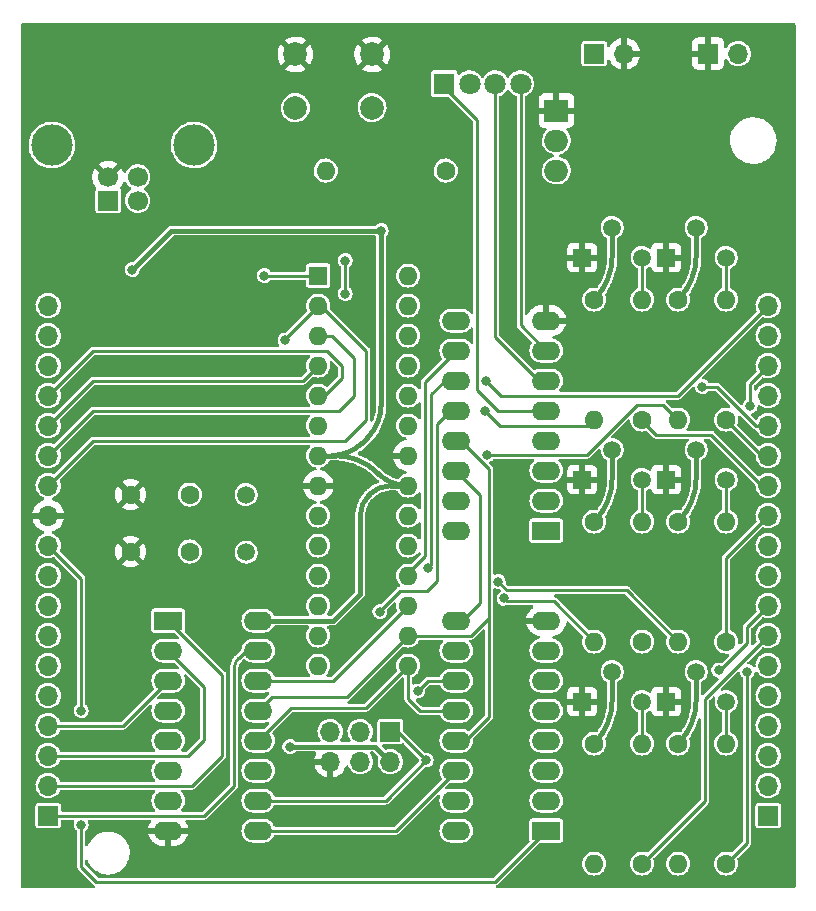
<source format=gbr>
G04 #@! TF.GenerationSoftware,KiCad,Pcbnew,(5.99.0-9618-g5ca7a2c457)*
G04 #@! TF.CreationDate,2021-03-10T23:01:37-05:00*
G04 #@! TF.ProjectId,PCB,5043422e-6b69-4636-9164-5f7063625858,rev?*
G04 #@! TF.SameCoordinates,Original*
G04 #@! TF.FileFunction,Copper,L2,Bot*
G04 #@! TF.FilePolarity,Positive*
%FSLAX46Y46*%
G04 Gerber Fmt 4.6, Leading zero omitted, Abs format (unit mm)*
G04 Created by KiCad (PCBNEW (5.99.0-9618-g5ca7a2c457)) date 2021-03-10 23:01:37*
%MOMM*%
%LPD*%
G01*
G04 APERTURE LIST*
G04 #@! TA.AperFunction,ComponentPad*
%ADD10O,1.700000X1.700000*%
G04 #@! TD*
G04 #@! TA.AperFunction,ComponentPad*
%ADD11R,1.700000X1.700000*%
G04 #@! TD*
G04 #@! TA.AperFunction,ComponentPad*
%ADD12C,1.600000*%
G04 #@! TD*
G04 #@! TA.AperFunction,ComponentPad*
%ADD13O,1.600000X1.600000*%
G04 #@! TD*
G04 #@! TA.AperFunction,ComponentPad*
%ADD14C,1.500000*%
G04 #@! TD*
G04 #@! TA.AperFunction,ComponentPad*
%ADD15R,1.800000X1.800000*%
G04 #@! TD*
G04 #@! TA.AperFunction,ComponentPad*
%ADD16C,1.800000*%
G04 #@! TD*
G04 #@! TA.AperFunction,ComponentPad*
%ADD17C,2.000000*%
G04 #@! TD*
G04 #@! TA.AperFunction,ComponentPad*
%ADD18R,1.600000X1.600000*%
G04 #@! TD*
G04 #@! TA.AperFunction,ComponentPad*
%ADD19R,1.500000X1.500000*%
G04 #@! TD*
G04 #@! TA.AperFunction,ComponentPad*
%ADD20R,2.400000X1.600000*%
G04 #@! TD*
G04 #@! TA.AperFunction,ComponentPad*
%ADD21O,2.400000X1.600000*%
G04 #@! TD*
G04 #@! TA.AperFunction,ComponentPad*
%ADD22C,1.700000*%
G04 #@! TD*
G04 #@! TA.AperFunction,ComponentPad*
%ADD23C,3.500000*%
G04 #@! TD*
G04 #@! TA.AperFunction,ComponentPad*
%ADD24R,2.000000X1.905000*%
G04 #@! TD*
G04 #@! TA.AperFunction,ComponentPad*
%ADD25O,2.000000X1.905000*%
G04 #@! TD*
G04 #@! TA.AperFunction,ViaPad*
%ADD26C,0.812800*%
G04 #@! TD*
G04 #@! TA.AperFunction,Conductor*
%ADD27C,0.381000*%
G04 #@! TD*
G04 #@! TA.AperFunction,Conductor*
%ADD28C,0.228600*%
G04 #@! TD*
G04 #@! TA.AperFunction,Conductor*
%ADD29C,0.250000*%
G04 #@! TD*
G04 APERTURE END LIST*
D10*
X152908000Y-80264000D03*
D11*
X150368000Y-80264000D03*
D10*
X162560000Y-80264000D03*
D11*
X160020000Y-80264000D03*
X104140000Y-144780000D03*
D10*
X104140000Y-142240000D03*
X104140000Y-139700000D03*
X104140000Y-137160000D03*
X104140000Y-134620000D03*
X104140000Y-132080000D03*
X104140000Y-129540000D03*
X104140000Y-127000000D03*
X104140000Y-124460000D03*
X104140000Y-121920000D03*
X104140000Y-119380000D03*
X104140000Y-116840000D03*
X104140000Y-114300000D03*
X104140000Y-111760000D03*
X104140000Y-109220000D03*
X104140000Y-106680000D03*
X104140000Y-104140000D03*
X104140000Y-101600000D03*
D12*
X150368000Y-101092000D03*
D13*
X150368000Y-111252000D03*
D12*
X157480000Y-138684000D03*
D13*
X157480000Y-148844000D03*
D12*
X111125000Y-117602000D03*
X116125000Y-117602000D03*
X111125000Y-122428000D03*
X116125000Y-122428000D03*
X150368000Y-138684000D03*
D13*
X150368000Y-148844000D03*
D14*
X120904000Y-117602000D03*
X120904000Y-122482000D03*
D12*
X157480000Y-119888000D03*
D13*
X157480000Y-130048000D03*
D12*
X157480000Y-101092000D03*
D13*
X157480000Y-111252000D03*
D15*
X137668000Y-82804000D03*
D16*
X139827000Y-82804000D03*
X141986000Y-82804000D03*
X144145000Y-82804000D03*
D17*
X125072000Y-84836000D03*
X131572000Y-84836000D03*
X125072000Y-80336000D03*
X131572000Y-80336000D03*
D18*
X127000000Y-99060000D03*
D13*
X127000000Y-101600000D03*
X127000000Y-104140000D03*
X127000000Y-106680000D03*
X127000000Y-109220000D03*
X127000000Y-111760000D03*
X127000000Y-114300000D03*
X127000000Y-116840000D03*
X127000000Y-119380000D03*
X127000000Y-121920000D03*
X127000000Y-124460000D03*
X127000000Y-127000000D03*
X127000000Y-129540000D03*
X127000000Y-132080000D03*
X134620000Y-132080000D03*
X134620000Y-129540000D03*
X134620000Y-127000000D03*
X134620000Y-124460000D03*
X134620000Y-121920000D03*
X134620000Y-119380000D03*
X134620000Y-116840000D03*
X134620000Y-114300000D03*
X134620000Y-111760000D03*
X134620000Y-109220000D03*
X134620000Y-106680000D03*
X134620000Y-104140000D03*
X134620000Y-101600000D03*
X134620000Y-99060000D03*
D12*
X137795000Y-90170000D03*
D13*
X127635000Y-90170000D03*
D11*
X133096000Y-137668000D03*
D10*
X133096000Y-140208000D03*
X130556000Y-137668000D03*
X130556000Y-140208000D03*
X128016000Y-137668000D03*
X128016000Y-140208000D03*
D19*
X156464000Y-97536000D03*
D14*
X159004000Y-94996000D03*
X161544000Y-97536000D03*
D19*
X149352000Y-97536000D03*
D14*
X151892000Y-94996000D03*
X154432000Y-97536000D03*
D19*
X149352000Y-116332000D03*
D14*
X151892000Y-113792000D03*
X154432000Y-116332000D03*
D19*
X156464000Y-135128000D03*
D14*
X159004000Y-132588000D03*
X161544000Y-135128000D03*
D19*
X149352000Y-135128000D03*
D14*
X151892000Y-132588000D03*
X154432000Y-135128000D03*
D12*
X161544000Y-111252000D03*
D13*
X161544000Y-101092000D03*
D12*
X154432000Y-111252000D03*
D13*
X154432000Y-101092000D03*
D12*
X161544000Y-130048000D03*
D13*
X161544000Y-119888000D03*
D12*
X154432000Y-130048000D03*
D13*
X154432000Y-119888000D03*
D12*
X154432000Y-148844000D03*
D13*
X154432000Y-138684000D03*
D11*
X165100000Y-144780000D03*
D10*
X165100000Y-142240000D03*
X165100000Y-139700000D03*
X165100000Y-137160000D03*
X165100000Y-134620000D03*
X165100000Y-132080000D03*
X165100000Y-129540000D03*
X165100000Y-127000000D03*
X165100000Y-124460000D03*
X165100000Y-121920000D03*
X165100000Y-119380000D03*
X165100000Y-116840000D03*
X165100000Y-114300000D03*
X165100000Y-111760000D03*
X165100000Y-109220000D03*
X165100000Y-106680000D03*
X165100000Y-104140000D03*
X165100000Y-101600000D03*
D20*
X146304000Y-146050000D03*
D21*
X146304000Y-143510000D03*
X146304000Y-140970000D03*
X146304000Y-138430000D03*
X146304000Y-135890000D03*
X146304000Y-133350000D03*
X146304000Y-130810000D03*
X146304000Y-128270000D03*
X138684000Y-128270000D03*
X138684000Y-130810000D03*
X138684000Y-133350000D03*
X138684000Y-135890000D03*
X138684000Y-138430000D03*
X138684000Y-140970000D03*
X138684000Y-143510000D03*
X138684000Y-146050000D03*
D19*
X156464000Y-116332000D03*
D14*
X159004000Y-113792000D03*
X161544000Y-116332000D03*
D12*
X150368000Y-119888000D03*
D13*
X150368000Y-130048000D03*
D12*
X161544000Y-148844000D03*
D13*
X161544000Y-138684000D03*
D20*
X114300000Y-128270000D03*
D21*
X114300000Y-130810000D03*
X114300000Y-133350000D03*
X114300000Y-135890000D03*
X114300000Y-138430000D03*
X114300000Y-140970000D03*
X114300000Y-143510000D03*
X114300000Y-146050000D03*
X121920000Y-146050000D03*
X121920000Y-143510000D03*
X121920000Y-140970000D03*
X121920000Y-138430000D03*
X121920000Y-135890000D03*
X121920000Y-133350000D03*
X121920000Y-130810000D03*
X121920000Y-128270000D03*
D20*
X146304000Y-120650000D03*
D21*
X146304000Y-118110000D03*
X146304000Y-115570000D03*
X146304000Y-113030000D03*
X146304000Y-110490000D03*
X146304000Y-107950000D03*
X146304000Y-105410000D03*
X146304000Y-102870000D03*
X138684000Y-102870000D03*
X138684000Y-105410000D03*
X138684000Y-107950000D03*
X138684000Y-110490000D03*
X138684000Y-113030000D03*
X138684000Y-115570000D03*
X138684000Y-118110000D03*
X138684000Y-120650000D03*
D11*
X109220000Y-92710000D03*
D22*
X111720000Y-92710000D03*
X111720000Y-90710000D03*
X109220000Y-90710000D03*
D23*
X116490000Y-88000000D03*
X104450000Y-88000000D03*
D24*
X147170000Y-85090000D03*
D25*
X147170000Y-87630000D03*
X147170000Y-90170000D03*
D26*
X124587000Y-138938000D03*
X111252000Y-98552000D03*
X132334022Y-95250000D03*
X122428000Y-99060010D03*
X136271000Y-123825008D03*
X135419000Y-134239000D03*
X136144000Y-140081000D03*
X141301660Y-114222340D03*
X141097000Y-110490000D03*
X142240000Y-124968000D03*
X142723816Y-126392671D03*
X124206000Y-104521000D03*
X132207000Y-127508000D03*
X106934000Y-145542000D03*
X106934000Y-135889980D03*
X141224000Y-107950000D03*
X163576000Y-110109000D03*
X159512000Y-108458000D03*
X109220000Y-103886000D03*
X107696000Y-103886000D03*
X110236000Y-120015000D03*
X110744000Y-103886000D03*
X111125000Y-120015000D03*
X112014000Y-120015000D03*
X115824000Y-104140000D03*
X156210000Y-124460000D03*
X163322000Y-132588000D03*
X160909000Y-132461000D03*
X129286000Y-97790000D03*
X129281347Y-100588653D03*
D27*
X128270000Y-128270000D02*
X130556000Y-125984000D01*
X128400739Y-114300000D02*
X127000000Y-114300000D01*
X130556000Y-125984000D02*
X130556000Y-125183017D01*
X132334022Y-109981978D02*
X132334022Y-95250000D01*
X111252000Y-98552000D02*
X114554000Y-95250000D01*
X130746500Y-113220500D02*
X131166588Y-112800412D01*
X132334022Y-95250000D02*
X119223733Y-95250000D01*
X132219725Y-115959537D02*
X132080000Y-115824000D01*
X130556000Y-125183017D02*
X130556000Y-119441630D01*
X127000000Y-114300000D02*
X128140357Y-114300000D01*
X133157630Y-116840000D02*
X134620000Y-116840000D01*
X130556000Y-125183017D02*
X130556000Y-125085975D01*
X134620000Y-116840000D02*
X134532840Y-116840000D01*
X114554000Y-95250000D02*
X119223733Y-95250000D01*
X131199742Y-117724608D02*
X131318000Y-117602000D01*
X131826000Y-138938000D02*
X133096000Y-140208000D01*
X124587000Y-138938000D02*
X131826000Y-138938000D01*
X121920000Y-128270000D02*
X128270000Y-128270000D01*
X132080000Y-115824000D02*
G75*
G03*
X134532840Y-116840000I2452842J2452843D01*
G01*
X131318000Y-117602000D02*
G75*
G03*
X130556000Y-119441630I1839628J-1839630D01*
G01*
X128400739Y-114300001D02*
G75*
G02*
X132080000Y-115824000I6J-5203246D01*
G01*
X132334021Y-109981978D02*
G75*
G02*
X131166587Y-112800411I-3985861J-2D01*
G01*
X130746500Y-113220500D02*
G75*
G02*
X128140357Y-114300000I-2606140J2606134D01*
G01*
X133157630Y-116840001D02*
G75*
G03*
X131318000Y-117602000I2J-2601634D01*
G01*
D28*
X122428010Y-99060000D02*
X122428000Y-99060010D01*
X127000000Y-99060000D02*
X122428010Y-99060000D01*
X128270000Y-133350000D02*
X134620000Y-127000000D01*
X121920000Y-133350000D02*
X128270000Y-133350000D01*
X138684000Y-107950000D02*
X137705000Y-107950000D01*
X135419000Y-134239000D02*
X136308000Y-133350000D01*
X136543999Y-109111001D02*
X136543999Y-123552009D01*
X137705000Y-107950000D02*
X136543999Y-109111001D01*
X136543999Y-123552009D02*
X136271000Y-123825008D01*
X136308000Y-133350000D02*
X138684000Y-133350000D01*
X136144000Y-140081000D02*
X132715000Y-143510000D01*
X138684000Y-105410000D02*
X136017000Y-108077000D01*
X131906777Y-143510000D02*
X131572000Y-143510000D01*
X134620000Y-124206000D02*
X134620000Y-124460000D01*
X136144000Y-140081000D02*
X133731000Y-137668000D01*
X133731000Y-137668000D02*
X133096000Y-137668000D01*
X131906777Y-143510000D02*
X121920000Y-143510000D01*
X136017000Y-108077000D02*
X136017000Y-122809000D01*
X132715000Y-143510000D02*
X131906777Y-143510000D01*
X136017000Y-122809000D02*
X134620000Y-124206000D01*
X156210000Y-109982000D02*
X153987500Y-109982000D01*
X153987500Y-109982000D02*
X149747160Y-114222340D01*
X149747160Y-114222340D02*
X141867345Y-114222340D01*
X141867345Y-114222340D02*
X141301660Y-114222340D01*
X157480000Y-111252000D02*
X156210000Y-109982000D01*
X142367000Y-111760000D02*
X149860000Y-111760000D01*
X141097000Y-110490000D02*
X142367000Y-111760000D01*
X142367000Y-111760000D02*
X144163051Y-111760000D01*
X149860000Y-111760000D02*
X150368000Y-111252000D01*
X142990502Y-125718502D02*
X153150502Y-125718502D01*
X142240000Y-124968000D02*
X142990502Y-125718502D01*
X153150502Y-125718502D02*
X157480000Y-130048000D01*
X142723816Y-126392671D02*
X142950145Y-126619000D01*
X146939000Y-126619000D02*
X150368000Y-130048000D01*
X142950145Y-126619000D02*
X146939000Y-126619000D01*
X107950000Y-113030000D02*
X129286000Y-113030000D01*
X124206000Y-104394000D02*
X127000000Y-101600000D01*
X131064000Y-110205185D02*
X131064000Y-109982000D01*
X131064000Y-110205185D02*
X131064000Y-111252000D01*
X131064000Y-106128420D02*
X131064000Y-106680000D01*
X128778000Y-113030000D02*
X129286000Y-113030000D01*
X127000000Y-101600000D02*
X127254000Y-101600000D01*
X131064000Y-105410000D02*
X131064000Y-106128420D01*
X124206000Y-104521000D02*
X124206000Y-104394000D01*
X127254000Y-101600000D02*
X131064000Y-105410000D01*
X131064000Y-110205185D02*
X131064000Y-106128420D01*
X104140000Y-116840000D02*
X107950000Y-113030000D01*
X129286000Y-113030000D02*
X131064000Y-111252000D01*
X107950000Y-113030000D02*
X110744000Y-113030000D01*
X128131370Y-104140000D02*
X130048000Y-106056630D01*
X107950000Y-110490000D02*
X110744000Y-110490000D01*
X130048000Y-109220000D02*
X128778000Y-110490000D01*
X128778000Y-110490000D02*
X107950000Y-110490000D01*
X128778000Y-110490000D02*
X128016000Y-110490000D01*
X104140000Y-114300000D02*
X107950000Y-110490000D01*
X130048000Y-106056630D02*
X130048000Y-109220000D01*
X127000000Y-104140000D02*
X128131370Y-104140000D01*
X104140000Y-111760000D02*
X107950000Y-107950000D01*
X125730000Y-107950000D02*
X127000000Y-106680000D01*
X107950000Y-107950000D02*
X125730000Y-107950000D01*
X107950000Y-107950000D02*
X110744000Y-107950000D01*
X129032000Y-107696000D02*
X127508000Y-109220000D01*
X127508000Y-109220000D02*
X127000000Y-109220000D01*
X107950000Y-105410000D02*
X127762000Y-105410000D01*
X104140000Y-109220000D02*
X107950000Y-105410000D01*
X127762000Y-105410000D02*
X129032000Y-106680000D01*
X129032000Y-106680000D02*
X129032000Y-107696000D01*
X141478000Y-128016000D02*
X141478000Y-124460000D01*
X141478000Y-124015500D02*
X141478000Y-124460000D01*
X139084000Y-113030000D02*
X141478000Y-115424000D01*
X128694580Y-134747000D02*
X123063000Y-134747000D01*
X128694580Y-134747000D02*
X129413000Y-134747000D01*
X139446000Y-138430000D02*
X141478000Y-136398000D01*
X139954000Y-129540000D02*
X141478000Y-128016000D01*
X134620000Y-129540000D02*
X139954000Y-129540000D01*
X141478000Y-127825500D02*
X141478000Y-124460000D01*
X129413000Y-134747000D02*
X134620000Y-129540000D01*
X123063000Y-134747000D02*
X121920000Y-135890000D01*
X138684000Y-138430000D02*
X139446000Y-138430000D01*
X141478000Y-136398000D02*
X141478000Y-128016000D01*
X138684000Y-113030000D02*
X139084000Y-113030000D01*
X128694580Y-134747000D02*
X128143000Y-134747000D01*
X141478000Y-115424000D02*
X141478000Y-124015500D01*
X121985370Y-135824631D02*
X121920000Y-135890000D01*
X134620000Y-132080000D02*
X134620000Y-134874000D01*
X132207000Y-127508000D02*
X132207000Y-127450315D01*
X133927315Y-125730000D02*
X136207500Y-125730000D01*
X134620000Y-134874000D02*
X135636000Y-135890000D01*
X135636000Y-135890000D02*
X136645617Y-135890000D01*
X137033000Y-111633000D02*
X138176000Y-110490000D01*
X138176000Y-110490000D02*
X138684000Y-110490000D01*
X136207500Y-125730000D02*
X137033000Y-124904500D01*
X137033000Y-124904500D02*
X137033000Y-111633000D01*
X131064000Y-135636000D02*
X134620000Y-132080000D01*
X132207000Y-127450315D02*
X133927315Y-125730000D01*
X122558738Y-137791261D02*
X121920000Y-138430000D01*
X124714000Y-135636000D02*
X131064000Y-135636000D01*
X121920000Y-138430000D02*
X124714000Y-135636000D01*
X124714000Y-135636000D02*
X127762000Y-135636000D01*
X136645617Y-135890000D02*
X138684000Y-135890000D01*
X161544000Y-116332000D02*
X161544000Y-119888000D01*
X154432000Y-138684000D02*
X154432000Y-135128000D01*
X154432000Y-97536000D02*
X154432000Y-101092000D01*
X161544000Y-135128000D02*
X161544000Y-136188660D01*
X161544000Y-136188660D02*
X161544000Y-138684000D01*
X161544000Y-97536000D02*
X161544000Y-101092000D01*
X154432000Y-119888000D02*
X154432000Y-116332000D01*
X104140000Y-121920000D02*
X106934000Y-124714000D01*
X106934000Y-124714000D02*
X106934000Y-135889980D01*
X106934000Y-124714000D02*
X106934000Y-125984000D01*
X141986000Y-150368000D02*
X108204000Y-150368000D01*
X106934000Y-149098000D02*
X106934000Y-145542000D01*
X146304000Y-146050000D02*
X141986000Y-150368000D01*
X108204000Y-150368000D02*
X106934000Y-149098000D01*
X110490000Y-137160000D02*
X114300000Y-133350000D01*
X104140000Y-137160000D02*
X110490000Y-137160000D01*
X104140000Y-139700000D02*
X116014500Y-139700000D01*
X117348000Y-133858000D02*
X114300000Y-130810000D01*
X117348000Y-134448746D02*
X117348000Y-133858000D01*
X117348000Y-138107988D02*
X117348000Y-137922000D01*
X117348000Y-138366500D02*
X117348000Y-138107988D01*
X117348000Y-134448746D02*
X117348000Y-138107988D01*
X116014500Y-139700000D02*
X117348000Y-138366500D01*
X117348000Y-134448746D02*
X117348000Y-134874000D01*
X118872000Y-132978025D02*
X118872000Y-133096000D01*
X104140000Y-142240000D02*
X116332000Y-142240000D01*
X118872000Y-139700000D02*
X118872000Y-139563975D01*
X118872000Y-132842000D02*
X118872000Y-132978025D01*
X118872000Y-139700000D02*
X118872000Y-132978025D01*
X114300000Y-128270000D02*
X118872000Y-132842000D01*
X116332000Y-142240000D02*
X118872000Y-139700000D01*
X119888000Y-132364815D02*
X119888000Y-133096000D01*
X120904000Y-130810000D02*
X120269000Y-131445000D01*
X119888000Y-142240000D02*
X117348000Y-144780000D01*
X121920000Y-130810000D02*
X120904000Y-130810000D01*
X117348000Y-144780000D02*
X104140000Y-144780000D01*
X119888000Y-132364815D02*
X119888000Y-142240000D01*
D29*
X119888001Y-132364815D02*
G75*
G02*
X120269001Y-131445001I1300814J0D01*
G01*
D28*
X141224000Y-107950000D02*
X141416369Y-108142369D01*
X157480000Y-109220000D02*
X142494000Y-109220000D01*
X142494000Y-109220000D02*
X141224000Y-107950000D01*
X165100000Y-101600000D02*
X157480000Y-109220000D01*
X165100000Y-106680000D02*
X163576000Y-108204000D01*
X163576000Y-108204000D02*
X163576000Y-110109000D01*
X160753499Y-108458000D02*
X164055499Y-111760000D01*
X159512000Y-108458000D02*
X160753499Y-108458000D01*
X164055499Y-111760000D02*
X165100000Y-111760000D01*
X139192000Y-128270000D02*
X138684000Y-128270000D01*
X140716000Y-126746000D02*
X139192000Y-128270000D01*
X140716000Y-117602000D02*
X140716000Y-126746000D01*
X138684000Y-115570000D02*
X140716000Y-117602000D01*
X142240000Y-110490000D02*
X143698630Y-110490000D01*
X140462000Y-89549312D02*
X140462000Y-89789000D01*
X137668000Y-82804000D02*
X137668000Y-83058000D01*
X140462000Y-85852000D02*
X140462000Y-89549312D01*
X140462000Y-89549312D02*
X140462000Y-108712000D01*
X137668000Y-83058000D02*
X140462000Y-85852000D01*
X142240000Y-110490000D02*
X146304000Y-110490000D01*
X140462000Y-108712000D02*
X142240000Y-110490000D01*
X141986000Y-104267000D02*
X142938500Y-105219500D01*
X145669000Y-107950000D02*
X146304000Y-107950000D01*
X141986000Y-104267000D02*
X145669000Y-107950000D01*
X141986000Y-82804000D02*
X141986000Y-104267000D01*
X144145000Y-82804000D02*
X144145000Y-103251000D01*
X144145000Y-103251000D02*
X146304000Y-105410000D01*
X159766000Y-134874000D02*
X165100000Y-129540000D01*
X154432000Y-148844000D02*
X159766000Y-143510000D01*
X159766000Y-143510000D02*
X159766000Y-134874000D01*
X163322000Y-130175000D02*
X163322000Y-128778000D01*
X163322000Y-147066000D02*
X163322000Y-132588000D01*
X160909000Y-132461000D02*
X161036000Y-132461000D01*
X163322000Y-128778000D02*
X164250001Y-127849999D01*
X161036000Y-132461000D02*
X163322000Y-130175000D01*
X164250001Y-127849999D02*
X165100000Y-127000000D01*
X161544000Y-148844000D02*
X163322000Y-147066000D01*
X165100000Y-119380000D02*
X161544000Y-122936000D01*
X161544000Y-122936000D02*
X161544000Y-130048000D01*
X154432000Y-111379000D02*
X155575000Y-112522000D01*
X154432000Y-111252000D02*
X154432000Y-111379000D01*
X164592000Y-116840000D02*
X165100000Y-116840000D01*
X160274000Y-112522000D02*
X164592000Y-116840000D01*
X155575000Y-112522000D02*
X160274000Y-112522000D01*
X164592000Y-114300000D02*
X161544000Y-111252000D01*
X165100000Y-114300000D02*
X164592000Y-114300000D01*
D27*
X159004000Y-94996000D02*
X159004000Y-97412739D01*
X157480000Y-101092000D02*
G75*
G03*
X159004000Y-97412739I-3679267J3679264D01*
G01*
X151892000Y-94996000D02*
X151892000Y-97412739D01*
X150368000Y-101092000D02*
G75*
G03*
X151892000Y-97412739I-3679267J3679264D01*
G01*
X159004000Y-113792000D02*
X159004000Y-116208739D01*
X157480000Y-119888000D02*
G75*
G03*
X159004000Y-116208739I-3679267J3679264D01*
G01*
X151892000Y-113792000D02*
X151892000Y-116208739D01*
X150368000Y-119888000D02*
G75*
G03*
X151892000Y-116208739I-3679267J3679264D01*
G01*
X159004000Y-132588000D02*
X159004000Y-135004739D01*
X157480000Y-138684000D02*
G75*
G03*
X159004000Y-135004739I-3679267J3679264D01*
G01*
X151892000Y-132588000D02*
X151892000Y-135004739D01*
X150368000Y-138684000D02*
G75*
G03*
X151892000Y-135004739I-3679267J3679264D01*
G01*
D28*
X138684000Y-140970000D02*
X133604000Y-146050000D01*
X131764370Y-146050000D02*
X131572000Y-146050000D01*
X131764370Y-146050000D02*
X121920000Y-146050000D01*
X133604000Y-146050000D02*
X131764370Y-146050000D01*
X129281347Y-100588653D02*
X129281347Y-97794653D01*
X129281347Y-97794653D02*
X129286000Y-97790000D01*
G04 #@! TA.AperFunction,Conductor*
G36*
X167362121Y-77710002D02*
G01*
X167408614Y-77763658D01*
X167420000Y-77816000D01*
X167420000Y-150784000D01*
X167399998Y-150852121D01*
X167346342Y-150898614D01*
X167294000Y-150910000D01*
X142191533Y-150910000D01*
X142123412Y-150889998D01*
X142076919Y-150836342D01*
X142066815Y-150766068D01*
X142096309Y-150701488D01*
X142129786Y-150676219D01*
X142129607Y-150675963D01*
X142136760Y-150670955D01*
X142136782Y-150670939D01*
X142138635Y-150669641D01*
X142138639Y-150669639D01*
X142161473Y-150653651D01*
X142170741Y-150647747D01*
X142194869Y-150633816D01*
X142194870Y-150633815D01*
X142204419Y-150628302D01*
X142228226Y-150599930D01*
X142235652Y-150591827D01*
X143997797Y-148829682D01*
X149342600Y-148829682D01*
X149343116Y-148835826D01*
X149356585Y-148996226D01*
X149359347Y-149029122D01*
X149414514Y-149221512D01*
X149417332Y-149226994D01*
X149417333Y-149226998D01*
X149503179Y-149394036D01*
X149503182Y-149394040D01*
X149505999Y-149399522D01*
X149630317Y-149556372D01*
X149635011Y-149560367D01*
X149648424Y-149571782D01*
X149782733Y-149686089D01*
X149788111Y-149689095D01*
X149788113Y-149689096D01*
X149841925Y-149719170D01*
X149957442Y-149783730D01*
X150147789Y-149845577D01*
X150346524Y-149869275D01*
X150352659Y-149868803D01*
X150352661Y-149868803D01*
X150539935Y-149854393D01*
X150539940Y-149854392D01*
X150546076Y-149853920D01*
X150552006Y-149852264D01*
X150552008Y-149852264D01*
X150732918Y-149801753D01*
X150732917Y-149801753D01*
X150738846Y-149800098D01*
X150780853Y-149778879D01*
X150899055Y-149719170D01*
X150917490Y-149709858D01*
X150944065Y-149689096D01*
X151070349Y-149590432D01*
X151070350Y-149590431D01*
X151075205Y-149586638D01*
X151205982Y-149435131D01*
X151304841Y-149261108D01*
X151368016Y-149071198D01*
X151393100Y-148872634D01*
X151393500Y-148844000D01*
X151392096Y-148829682D01*
X153406600Y-148829682D01*
X153407116Y-148835826D01*
X153420585Y-148996226D01*
X153423347Y-149029122D01*
X153478514Y-149221512D01*
X153481332Y-149226994D01*
X153481333Y-149226998D01*
X153567179Y-149394036D01*
X153567182Y-149394040D01*
X153569999Y-149399522D01*
X153694317Y-149556372D01*
X153699011Y-149560367D01*
X153712424Y-149571782D01*
X153846733Y-149686089D01*
X153852111Y-149689095D01*
X153852113Y-149689096D01*
X153905925Y-149719170D01*
X154021442Y-149783730D01*
X154211789Y-149845577D01*
X154410524Y-149869275D01*
X154416659Y-149868803D01*
X154416661Y-149868803D01*
X154603935Y-149854393D01*
X154603940Y-149854392D01*
X154610076Y-149853920D01*
X154616006Y-149852264D01*
X154616008Y-149852264D01*
X154796918Y-149801753D01*
X154796917Y-149801753D01*
X154802846Y-149800098D01*
X154844853Y-149778879D01*
X154963055Y-149719170D01*
X154981490Y-149709858D01*
X155008065Y-149689096D01*
X155134349Y-149590432D01*
X155134350Y-149590431D01*
X155139205Y-149586638D01*
X155269982Y-149435131D01*
X155368841Y-149261108D01*
X155432016Y-149071198D01*
X155457100Y-148872634D01*
X155457500Y-148844000D01*
X155456096Y-148829682D01*
X156454600Y-148829682D01*
X156455116Y-148835826D01*
X156468585Y-148996226D01*
X156471347Y-149029122D01*
X156526514Y-149221512D01*
X156529332Y-149226994D01*
X156529333Y-149226998D01*
X156615179Y-149394036D01*
X156615182Y-149394040D01*
X156617999Y-149399522D01*
X156742317Y-149556372D01*
X156747011Y-149560367D01*
X156760424Y-149571782D01*
X156894733Y-149686089D01*
X156900111Y-149689095D01*
X156900113Y-149689096D01*
X156953925Y-149719170D01*
X157069442Y-149783730D01*
X157259789Y-149845577D01*
X157458524Y-149869275D01*
X157464659Y-149868803D01*
X157464661Y-149868803D01*
X157651935Y-149854393D01*
X157651940Y-149854392D01*
X157658076Y-149853920D01*
X157664006Y-149852264D01*
X157664008Y-149852264D01*
X157844918Y-149801753D01*
X157844917Y-149801753D01*
X157850846Y-149800098D01*
X157892853Y-149778879D01*
X158011055Y-149719170D01*
X158029490Y-149709858D01*
X158056065Y-149689096D01*
X158182349Y-149590432D01*
X158182350Y-149590431D01*
X158187205Y-149586638D01*
X158317982Y-149435131D01*
X158416841Y-149261108D01*
X158480016Y-149071198D01*
X158505100Y-148872634D01*
X158505500Y-148844000D01*
X158485970Y-148644813D01*
X158428122Y-148453212D01*
X158365523Y-148335481D01*
X158337055Y-148281939D01*
X158337053Y-148281936D01*
X158334161Y-148276497D01*
X158330271Y-148271727D01*
X158330268Y-148271723D01*
X158211560Y-148126173D01*
X158211557Y-148126170D01*
X158207665Y-148121398D01*
X158201173Y-148116027D01*
X158058202Y-147997751D01*
X158058198Y-147997749D01*
X158053452Y-147993822D01*
X157877397Y-147898629D01*
X157760656Y-147862492D01*
X157692092Y-147841268D01*
X157692089Y-147841267D01*
X157686205Y-147839446D01*
X157680080Y-147838802D01*
X157680079Y-147838802D01*
X157493287Y-147819169D01*
X157493286Y-147819169D01*
X157487159Y-147818525D01*
X157364447Y-147829692D01*
X157293981Y-147836105D01*
X157293980Y-147836105D01*
X157287840Y-147836664D01*
X157095841Y-147893173D01*
X156918474Y-147985898D01*
X156913674Y-147989758D01*
X156913673Y-147989758D01*
X156903732Y-147997751D01*
X156762495Y-148111308D01*
X156633846Y-148264626D01*
X156537427Y-148440013D01*
X156535566Y-148445880D01*
X156535565Y-148445882D01*
X156490148Y-148589055D01*
X156476910Y-148630787D01*
X156454600Y-148829682D01*
X155456096Y-148829682D01*
X155437970Y-148644813D01*
X155382471Y-148460992D01*
X155381930Y-148390000D01*
X155413998Y-148335481D01*
X159989827Y-143759652D01*
X159997931Y-143752225D01*
X160017857Y-143735505D01*
X160026302Y-143728419D01*
X160041463Y-143702160D01*
X160045747Y-143694741D01*
X160051651Y-143685473D01*
X160067638Y-143662640D01*
X160067639Y-143662638D01*
X160073963Y-143653606D01*
X160076817Y-143642956D01*
X160078468Y-143639415D01*
X160079797Y-143635763D01*
X160085308Y-143626218D01*
X160092062Y-143587912D01*
X160094442Y-143577179D01*
X160101652Y-143550270D01*
X160104507Y-143539616D01*
X160103079Y-143523287D01*
X160101280Y-143502734D01*
X160100800Y-143491752D01*
X160100800Y-135064869D01*
X160120802Y-134996748D01*
X160137705Y-134975774D01*
X160404717Y-134708762D01*
X160467029Y-134674736D01*
X160537844Y-134679801D01*
X160594680Y-134722348D01*
X160619491Y-134788868D01*
X160614297Y-134832729D01*
X160614163Y-134833038D01*
X160612858Y-134839283D01*
X160612858Y-134839284D01*
X160576634Y-135012679D01*
X160573844Y-135026032D01*
X160573588Y-135099505D01*
X160573179Y-135216728D01*
X160573156Y-135223192D01*
X160612126Y-135416463D01*
X160614619Y-135422337D01*
X160614620Y-135422339D01*
X160686669Y-135592077D01*
X160686672Y-135592082D01*
X160689163Y-135597951D01*
X160801119Y-135760241D01*
X160805718Y-135764651D01*
X160805722Y-135764656D01*
X160928554Y-135882446D01*
X160943422Y-135896704D01*
X160948818Y-135900102D01*
X161062437Y-135971652D01*
X161110258Y-136001767D01*
X161127531Y-136008259D01*
X161184258Y-136050948D01*
X161208901Y-136117530D01*
X161209200Y-136126203D01*
X161209200Y-137631060D01*
X161189198Y-137699181D01*
X161141574Y-137742722D01*
X160982474Y-137825898D01*
X160977674Y-137829758D01*
X160977673Y-137829758D01*
X160967732Y-137837751D01*
X160826495Y-137951308D01*
X160697846Y-138104626D01*
X160601427Y-138280013D01*
X160599566Y-138285880D01*
X160599565Y-138285882D01*
X160549276Y-138444414D01*
X160540910Y-138470787D01*
X160518600Y-138669682D01*
X160521236Y-138701072D01*
X160533836Y-138851124D01*
X160535347Y-138869122D01*
X160590514Y-139061512D01*
X160593332Y-139066994D01*
X160593333Y-139066998D01*
X160679179Y-139234036D01*
X160679182Y-139234040D01*
X160681999Y-139239522D01*
X160806317Y-139396372D01*
X160811011Y-139400367D01*
X160942427Y-139512211D01*
X160958733Y-139526089D01*
X160964111Y-139529095D01*
X160964113Y-139529096D01*
X161012714Y-139556258D01*
X161133442Y-139623730D01*
X161323789Y-139685577D01*
X161522524Y-139709275D01*
X161528659Y-139708803D01*
X161528661Y-139708803D01*
X161715935Y-139694393D01*
X161715940Y-139694392D01*
X161722076Y-139693920D01*
X161728006Y-139692264D01*
X161728008Y-139692264D01*
X161848661Y-139658577D01*
X161914846Y-139640098D01*
X161931571Y-139631650D01*
X162080820Y-139556258D01*
X162093490Y-139549858D01*
X162105522Y-139540458D01*
X162246349Y-139430432D01*
X162246350Y-139430431D01*
X162251205Y-139426638D01*
X162358376Y-139302479D01*
X162377953Y-139279799D01*
X162377954Y-139279797D01*
X162381982Y-139275131D01*
X162480841Y-139101108D01*
X162544016Y-138911198D01*
X162569100Y-138712634D01*
X162569500Y-138684000D01*
X162549970Y-138484813D01*
X162492122Y-138293212D01*
X162398161Y-138116497D01*
X162394271Y-138111727D01*
X162394268Y-138111723D01*
X162275560Y-137966173D01*
X162275557Y-137966170D01*
X162271665Y-137961398D01*
X162265173Y-137956027D01*
X162122202Y-137837751D01*
X162122198Y-137837749D01*
X162117452Y-137833822D01*
X162017824Y-137779953D01*
X161944871Y-137740507D01*
X161894462Y-137690512D01*
X161878800Y-137629671D01*
X161878800Y-136123149D01*
X161898802Y-136055028D01*
X161949960Y-136009710D01*
X162022781Y-135974507D01*
X162049400Y-135961639D01*
X162049402Y-135961638D01*
X162055148Y-135958860D01*
X162060217Y-135954984D01*
X162060221Y-135954982D01*
X162206702Y-135842988D01*
X162211776Y-135839109D01*
X162341125Y-135690310D01*
X162352338Y-135670411D01*
X162434779Y-135524100D01*
X162437912Y-135518540D01*
X162498183Y-135330818D01*
X162506722Y-135252218D01*
X162519119Y-135138100D01*
X162519119Y-135138092D01*
X162519476Y-135134810D01*
X162519500Y-135128000D01*
X162513210Y-135066078D01*
X162500221Y-134938196D01*
X162500221Y-134938194D01*
X162499576Y-134931848D01*
X162440617Y-134743710D01*
X162345031Y-134571269D01*
X162216724Y-134421570D01*
X162211685Y-134417661D01*
X162065980Y-134304641D01*
X162065977Y-134304639D01*
X162060936Y-134300729D01*
X162055210Y-134297911D01*
X162055206Y-134297909D01*
X161889761Y-134216500D01*
X161884032Y-134213681D01*
X161729936Y-134173542D01*
X161699420Y-134165593D01*
X161699417Y-134165593D01*
X161693238Y-134163983D01*
X161614473Y-134159855D01*
X161502729Y-134153999D01*
X161502725Y-134153999D01*
X161496347Y-134153665D01*
X161301403Y-134183147D01*
X161295408Y-134185353D01*
X161295407Y-134185353D01*
X161252162Y-134201264D01*
X161181325Y-134206014D01*
X161119164Y-134171712D01*
X161085417Y-134109250D01*
X161090796Y-134038457D01*
X161119560Y-133993919D01*
X162488051Y-132625428D01*
X162550363Y-132591402D01*
X162621178Y-132596467D01*
X162678014Y-132639014D01*
X162699187Y-132683188D01*
X162732500Y-132812934D01*
X162732503Y-132812942D01*
X162734474Y-132820618D01*
X162810782Y-132959422D01*
X162816206Y-132965198D01*
X162909316Y-133064349D01*
X162919212Y-133074887D01*
X162925903Y-133079133D01*
X162925905Y-133079135D01*
X162928716Y-133080919D01*
X162930443Y-133082889D01*
X162932013Y-133084188D01*
X162931803Y-133084441D01*
X162975514Y-133134309D01*
X162987200Y-133187303D01*
X162987200Y-146875131D01*
X162967198Y-146943252D01*
X162950295Y-146964226D01*
X162052029Y-147862492D01*
X161989717Y-147896518D01*
X161925675Y-147893762D01*
X161756092Y-147841268D01*
X161756089Y-147841267D01*
X161750205Y-147839446D01*
X161744080Y-147838802D01*
X161744079Y-147838802D01*
X161557287Y-147819169D01*
X161557286Y-147819169D01*
X161551159Y-147818525D01*
X161428447Y-147829692D01*
X161357981Y-147836105D01*
X161357980Y-147836105D01*
X161351840Y-147836664D01*
X161159841Y-147893173D01*
X160982474Y-147985898D01*
X160977674Y-147989758D01*
X160977673Y-147989758D01*
X160967732Y-147997751D01*
X160826495Y-148111308D01*
X160697846Y-148264626D01*
X160601427Y-148440013D01*
X160599566Y-148445880D01*
X160599565Y-148445882D01*
X160554148Y-148589055D01*
X160540910Y-148630787D01*
X160518600Y-148829682D01*
X160519116Y-148835826D01*
X160532585Y-148996226D01*
X160535347Y-149029122D01*
X160590514Y-149221512D01*
X160593332Y-149226994D01*
X160593333Y-149226998D01*
X160679179Y-149394036D01*
X160679182Y-149394040D01*
X160681999Y-149399522D01*
X160806317Y-149556372D01*
X160811011Y-149560367D01*
X160824424Y-149571782D01*
X160958733Y-149686089D01*
X160964111Y-149689095D01*
X160964113Y-149689096D01*
X161017925Y-149719170D01*
X161133442Y-149783730D01*
X161323789Y-149845577D01*
X161522524Y-149869275D01*
X161528659Y-149868803D01*
X161528661Y-149868803D01*
X161715935Y-149854393D01*
X161715940Y-149854392D01*
X161722076Y-149853920D01*
X161728006Y-149852264D01*
X161728008Y-149852264D01*
X161908918Y-149801753D01*
X161908917Y-149801753D01*
X161914846Y-149800098D01*
X161956853Y-149778879D01*
X162075055Y-149719170D01*
X162093490Y-149709858D01*
X162120065Y-149689096D01*
X162246349Y-149590432D01*
X162246350Y-149590431D01*
X162251205Y-149586638D01*
X162381982Y-149435131D01*
X162480841Y-149261108D01*
X162544016Y-149071198D01*
X162569100Y-148872634D01*
X162569500Y-148844000D01*
X162549970Y-148644813D01*
X162494471Y-148460992D01*
X162493930Y-148390000D01*
X162525998Y-148335481D01*
X163545827Y-147315652D01*
X163553931Y-147308225D01*
X163573858Y-147291504D01*
X163582302Y-147284419D01*
X163601752Y-147250732D01*
X163607657Y-147241464D01*
X163623642Y-147218635D01*
X163629964Y-147209606D01*
X163632816Y-147198961D01*
X163634459Y-147195439D01*
X163635796Y-147191765D01*
X163641308Y-147182218D01*
X163643222Y-147171364D01*
X163643223Y-147171361D01*
X163648062Y-147143914D01*
X163650438Y-147133196D01*
X163660507Y-147095616D01*
X163657280Y-147058733D01*
X163656800Y-147047751D01*
X163656800Y-143930000D01*
X164024500Y-143930000D01*
X164024500Y-145630000D01*
X164025707Y-145636068D01*
X164037469Y-145695198D01*
X164041665Y-145716295D01*
X164048558Y-145726611D01*
X164083231Y-145778503D01*
X164090547Y-145789453D01*
X164163705Y-145838335D01*
X164175874Y-145840756D01*
X164175875Y-145840756D01*
X164204351Y-145846420D01*
X164250000Y-145855500D01*
X165950000Y-145855500D01*
X165995649Y-145846420D01*
X166024125Y-145840756D01*
X166024126Y-145840756D01*
X166036295Y-145838335D01*
X166109453Y-145789453D01*
X166116770Y-145778503D01*
X166151442Y-145726611D01*
X166158335Y-145716295D01*
X166162532Y-145695198D01*
X166174293Y-145636068D01*
X166175500Y-145630000D01*
X166175500Y-143930000D01*
X166168371Y-143894159D01*
X166160756Y-143855875D01*
X166160756Y-143855874D01*
X166158335Y-143843705D01*
X166109453Y-143770547D01*
X166096448Y-143761857D01*
X166046611Y-143728558D01*
X166046612Y-143728558D01*
X166036295Y-143721665D01*
X166024126Y-143719244D01*
X166024125Y-143719244D01*
X165956068Y-143705707D01*
X165950000Y-143704500D01*
X164250000Y-143704500D01*
X164243932Y-143705707D01*
X164175875Y-143719244D01*
X164175874Y-143719244D01*
X164163705Y-143721665D01*
X164153388Y-143728558D01*
X164153389Y-143728558D01*
X164103553Y-143761857D01*
X164090547Y-143770547D01*
X164041665Y-143843705D01*
X164039244Y-143855874D01*
X164039244Y-143855875D01*
X164031629Y-143894159D01*
X164024500Y-143930000D01*
X163656800Y-143930000D01*
X163656800Y-142224984D01*
X164024605Y-142224984D01*
X164025121Y-142231128D01*
X164041379Y-142424736D01*
X164042169Y-142434148D01*
X164058717Y-142491857D01*
X164090501Y-142602703D01*
X164100025Y-142635918D01*
X164195971Y-142822607D01*
X164199797Y-142827434D01*
X164322521Y-142982275D01*
X164322525Y-142982280D01*
X164326350Y-142987105D01*
X164331043Y-142991099D01*
X164331044Y-142991100D01*
X164439994Y-143083823D01*
X164486198Y-143123146D01*
X164491576Y-143126152D01*
X164491578Y-143126153D01*
X164543548Y-143155198D01*
X164669425Y-143225548D01*
X164869052Y-143290411D01*
X165077476Y-143315264D01*
X165083611Y-143314792D01*
X165083613Y-143314792D01*
X165280617Y-143299634D01*
X165280621Y-143299633D01*
X165286759Y-143299161D01*
X165292691Y-143297505D01*
X165292695Y-143297504D01*
X165482983Y-143244374D01*
X165482987Y-143244373D01*
X165488927Y-143242714D01*
X165662181Y-143155198D01*
X165670781Y-143150854D01*
X165670783Y-143150853D01*
X165676282Y-143148075D01*
X165841686Y-143018847D01*
X165978839Y-142859953D01*
X165997313Y-142827434D01*
X166054768Y-142726293D01*
X166082518Y-142677445D01*
X166148773Y-142478275D01*
X166156708Y-142415464D01*
X166174639Y-142273533D01*
X166174640Y-142273523D01*
X166175081Y-142270030D01*
X166175500Y-142240000D01*
X166155017Y-142031101D01*
X166142641Y-141990108D01*
X166117005Y-141905200D01*
X166094349Y-141830159D01*
X165995807Y-141644827D01*
X165990061Y-141637781D01*
X165917001Y-141548202D01*
X165863143Y-141482166D01*
X165701412Y-141348370D01*
X165516773Y-141248536D01*
X165385602Y-141207932D01*
X165322146Y-141188289D01*
X165322143Y-141188288D01*
X165316259Y-141186467D01*
X165310134Y-141185823D01*
X165310133Y-141185823D01*
X165113636Y-141165170D01*
X165113635Y-141165170D01*
X165107508Y-141164526D01*
X164979178Y-141176205D01*
X164904612Y-141182991D01*
X164904611Y-141182991D01*
X164898471Y-141183550D01*
X164892557Y-141185291D01*
X164892555Y-141185291D01*
X164815629Y-141207932D01*
X164697111Y-141242814D01*
X164511096Y-141340060D01*
X164506296Y-141343920D01*
X164506295Y-141343920D01*
X164352319Y-141467720D01*
X164347512Y-141471585D01*
X164212590Y-141632378D01*
X164209622Y-141637776D01*
X164209619Y-141637781D01*
X164145889Y-141753707D01*
X164111470Y-141816315D01*
X164109609Y-141822182D01*
X164109608Y-141822184D01*
X164061738Y-141973090D01*
X164048002Y-142016391D01*
X164024605Y-142224984D01*
X163656800Y-142224984D01*
X163656800Y-139684984D01*
X164024605Y-139684984D01*
X164025121Y-139691128D01*
X164041379Y-139884736D01*
X164042169Y-139894148D01*
X164058717Y-139951857D01*
X164095461Y-140080000D01*
X164100025Y-140095918D01*
X164195971Y-140282607D01*
X164199797Y-140287434D01*
X164322521Y-140442275D01*
X164322525Y-140442280D01*
X164326350Y-140447105D01*
X164331043Y-140451099D01*
X164331044Y-140451100D01*
X164472794Y-140571738D01*
X164486198Y-140583146D01*
X164491576Y-140586152D01*
X164491578Y-140586153D01*
X164542355Y-140614531D01*
X164669425Y-140685548D01*
X164869052Y-140750411D01*
X165077476Y-140775264D01*
X165083611Y-140774792D01*
X165083613Y-140774792D01*
X165280617Y-140759634D01*
X165280621Y-140759633D01*
X165286759Y-140759161D01*
X165292691Y-140757505D01*
X165292695Y-140757504D01*
X165482983Y-140704374D01*
X165482987Y-140704373D01*
X165488927Y-140702714D01*
X165602301Y-140645445D01*
X165670781Y-140610854D01*
X165670783Y-140610853D01*
X165676282Y-140608075D01*
X165841686Y-140478847D01*
X165978839Y-140319953D01*
X165997313Y-140287434D01*
X166054768Y-140186293D01*
X166082518Y-140137445D01*
X166148773Y-139938275D01*
X166158891Y-139858184D01*
X166174639Y-139733533D01*
X166174640Y-139733523D01*
X166175081Y-139730030D01*
X166175500Y-139700000D01*
X166155017Y-139491101D01*
X166150128Y-139474906D01*
X166117005Y-139365200D01*
X166094349Y-139290159D01*
X165995807Y-139104827D01*
X165990061Y-139097781D01*
X165913127Y-139003452D01*
X165863143Y-138942166D01*
X165701412Y-138808370D01*
X165516773Y-138708536D01*
X165391255Y-138669682D01*
X165322146Y-138648289D01*
X165322143Y-138648288D01*
X165316259Y-138646467D01*
X165310134Y-138645823D01*
X165310133Y-138645823D01*
X165113636Y-138625170D01*
X165113635Y-138625170D01*
X165107508Y-138624526D01*
X164979178Y-138636205D01*
X164904612Y-138642991D01*
X164904611Y-138642991D01*
X164898471Y-138643550D01*
X164892557Y-138645291D01*
X164892555Y-138645291D01*
X164780449Y-138678286D01*
X164697111Y-138702814D01*
X164511096Y-138800060D01*
X164506296Y-138803920D01*
X164506295Y-138803920D01*
X164479495Y-138825468D01*
X164347512Y-138931585D01*
X164212590Y-139092378D01*
X164209622Y-139097776D01*
X164209619Y-139097781D01*
X164157434Y-139192706D01*
X164111470Y-139276315D01*
X164109609Y-139282182D01*
X164109608Y-139282184D01*
X164053109Y-139460293D01*
X164048002Y-139476391D01*
X164024605Y-139684984D01*
X163656800Y-139684984D01*
X163656800Y-137144984D01*
X164024605Y-137144984D01*
X164026972Y-137173173D01*
X164034109Y-137258159D01*
X164042169Y-137354148D01*
X164058677Y-137411719D01*
X164090501Y-137522703D01*
X164100025Y-137555918D01*
X164195971Y-137742607D01*
X164199797Y-137747434D01*
X164322521Y-137902275D01*
X164322525Y-137902280D01*
X164326350Y-137907105D01*
X164331043Y-137911099D01*
X164331044Y-137911100D01*
X164479132Y-138037132D01*
X164486198Y-138043146D01*
X164491576Y-138046152D01*
X164491578Y-138046153D01*
X164577812Y-138094347D01*
X164669425Y-138145548D01*
X164869052Y-138210411D01*
X165077476Y-138235264D01*
X165083611Y-138234792D01*
X165083613Y-138234792D01*
X165280617Y-138219634D01*
X165280621Y-138219633D01*
X165286759Y-138219161D01*
X165292691Y-138217505D01*
X165292695Y-138217504D01*
X165482983Y-138164374D01*
X165482987Y-138164373D01*
X165488927Y-138162714D01*
X165613263Y-138099908D01*
X165670781Y-138070854D01*
X165670783Y-138070853D01*
X165676282Y-138068075D01*
X165841686Y-137938847D01*
X165978839Y-137779953D01*
X165997313Y-137747434D01*
X166027380Y-137694506D01*
X166082518Y-137597445D01*
X166148773Y-137398275D01*
X166166474Y-137258159D01*
X166174639Y-137193533D01*
X166174640Y-137193523D01*
X166175081Y-137190030D01*
X166175500Y-137160000D01*
X166155017Y-136951101D01*
X166138297Y-136895720D01*
X166105863Y-136788295D01*
X166094349Y-136750159D01*
X165995807Y-136564827D01*
X165990061Y-136557781D01*
X165945679Y-136503364D01*
X165863143Y-136402166D01*
X165701412Y-136268370D01*
X165516773Y-136168536D01*
X165416516Y-136137501D01*
X165322146Y-136108289D01*
X165322143Y-136108288D01*
X165316259Y-136106467D01*
X165310134Y-136105823D01*
X165310133Y-136105823D01*
X165113636Y-136085170D01*
X165113635Y-136085170D01*
X165107508Y-136084526D01*
X164979178Y-136096205D01*
X164904612Y-136102991D01*
X164904611Y-136102991D01*
X164898471Y-136103550D01*
X164892557Y-136105291D01*
X164892555Y-136105291D01*
X164768316Y-136141857D01*
X164697111Y-136162814D01*
X164511096Y-136260060D01*
X164506296Y-136263920D01*
X164506295Y-136263920D01*
X164355534Y-136385135D01*
X164347512Y-136391585D01*
X164212590Y-136552378D01*
X164209622Y-136557776D01*
X164209619Y-136557781D01*
X164154223Y-136658547D01*
X164111470Y-136736315D01*
X164109609Y-136742182D01*
X164109608Y-136742184D01*
X164058178Y-136904313D01*
X164048002Y-136936391D01*
X164024605Y-137144984D01*
X163656800Y-137144984D01*
X163656800Y-134604984D01*
X164024605Y-134604984D01*
X164025121Y-134611128D01*
X164038958Y-134775906D01*
X164042169Y-134814148D01*
X164058677Y-134871719D01*
X164096440Y-135003415D01*
X164100025Y-135015918D01*
X164195971Y-135202607D01*
X164199797Y-135207434D01*
X164322521Y-135362275D01*
X164322525Y-135362280D01*
X164326350Y-135367105D01*
X164331043Y-135371099D01*
X164331044Y-135371100D01*
X164440001Y-135463829D01*
X164486198Y-135503146D01*
X164491576Y-135506152D01*
X164491578Y-135506153D01*
X164543548Y-135535198D01*
X164669425Y-135605548D01*
X164869052Y-135670411D01*
X165077476Y-135695264D01*
X165083611Y-135694792D01*
X165083613Y-135694792D01*
X165280617Y-135679634D01*
X165280621Y-135679633D01*
X165286759Y-135679161D01*
X165292691Y-135677505D01*
X165292695Y-135677504D01*
X165482983Y-135624374D01*
X165482987Y-135624373D01*
X165488927Y-135622714D01*
X165662181Y-135535198D01*
X165670781Y-135530854D01*
X165670783Y-135530853D01*
X165676282Y-135528075D01*
X165835002Y-135404069D01*
X165836825Y-135402645D01*
X165836826Y-135402644D01*
X165841686Y-135398847D01*
X165978839Y-135239953D01*
X165983540Y-135231679D01*
X166026839Y-135155458D01*
X166082518Y-135057445D01*
X166148773Y-134858275D01*
X166159605Y-134772531D01*
X166174639Y-134653533D01*
X166174640Y-134653523D01*
X166175081Y-134650030D01*
X166175500Y-134620000D01*
X166155017Y-134411101D01*
X166142641Y-134370108D01*
X166112422Y-134270020D01*
X166094349Y-134210159D01*
X165995807Y-134024827D01*
X165990061Y-134017781D01*
X165913127Y-133923452D01*
X165863143Y-133862166D01*
X165701412Y-133728370D01*
X165516773Y-133628536D01*
X165416516Y-133597501D01*
X165322146Y-133568289D01*
X165322143Y-133568288D01*
X165316259Y-133566467D01*
X165310134Y-133565823D01*
X165310133Y-133565823D01*
X165113636Y-133545170D01*
X165113635Y-133545170D01*
X165107508Y-133544526D01*
X164979178Y-133556205D01*
X164904612Y-133562991D01*
X164904611Y-133562991D01*
X164898471Y-133563550D01*
X164892557Y-133565291D01*
X164892555Y-133565291D01*
X164836018Y-133581931D01*
X164697111Y-133622814D01*
X164511096Y-133720060D01*
X164506296Y-133723920D01*
X164506295Y-133723920D01*
X164484079Y-133741782D01*
X164347512Y-133851585D01*
X164212590Y-134012378D01*
X164209622Y-134017776D01*
X164209619Y-134017781D01*
X164124996Y-134171712D01*
X164111470Y-134196315D01*
X164109609Y-134202182D01*
X164109608Y-134202184D01*
X164062195Y-134351648D01*
X164048002Y-134396391D01*
X164024605Y-134604984D01*
X163656800Y-134604984D01*
X163656800Y-133183956D01*
X163676802Y-133115835D01*
X163702484Y-133086872D01*
X163705729Y-133084188D01*
X163782635Y-133020565D01*
X163822168Y-132966153D01*
X163871079Y-132898833D01*
X163871080Y-132898831D01*
X163875738Y-132892420D01*
X163879730Y-132882339D01*
X163931131Y-132752515D01*
X163931131Y-132752513D01*
X163934048Y-132745147D01*
X163935124Y-132736636D01*
X163943082Y-132673634D01*
X163971463Y-132608558D01*
X164030523Y-132569156D01*
X164101509Y-132567939D01*
X164161884Y-132605294D01*
X164180154Y-132631831D01*
X164195971Y-132662607D01*
X164199797Y-132667434D01*
X164322521Y-132822275D01*
X164322525Y-132822280D01*
X164326350Y-132827105D01*
X164331043Y-132831099D01*
X164331044Y-132831100D01*
X164468269Y-132947887D01*
X164486198Y-132963146D01*
X164491576Y-132966152D01*
X164491578Y-132966153D01*
X164543548Y-132995198D01*
X164669425Y-133065548D01*
X164869052Y-133130411D01*
X165077476Y-133155264D01*
X165083611Y-133154792D01*
X165083613Y-133154792D01*
X165280617Y-133139634D01*
X165280621Y-133139633D01*
X165286759Y-133139161D01*
X165292691Y-133137505D01*
X165292695Y-133137504D01*
X165482983Y-133084374D01*
X165482987Y-133084373D01*
X165488927Y-133082714D01*
X165607175Y-133022983D01*
X165670781Y-132990854D01*
X165670783Y-132990853D01*
X165676282Y-132988075D01*
X165798853Y-132892312D01*
X165836825Y-132862645D01*
X165836826Y-132862644D01*
X165841686Y-132858847D01*
X165956544Y-132725782D01*
X165974815Y-132704615D01*
X165974816Y-132704614D01*
X165978839Y-132699953D01*
X165986799Y-132685942D01*
X166035751Y-132599770D01*
X166082518Y-132517445D01*
X166148773Y-132318275D01*
X166159160Y-132236058D01*
X166174639Y-132113533D01*
X166174640Y-132113523D01*
X166175081Y-132110030D01*
X166175500Y-132080000D01*
X166155017Y-131871101D01*
X166152886Y-131864041D01*
X166118280Y-131749423D01*
X166094349Y-131670159D01*
X165995807Y-131484827D01*
X165990061Y-131477781D01*
X165920062Y-131391955D01*
X165863143Y-131322166D01*
X165701412Y-131188370D01*
X165516773Y-131088536D01*
X165408706Y-131055084D01*
X165322146Y-131028289D01*
X165322143Y-131028288D01*
X165316259Y-131026467D01*
X165310134Y-131025823D01*
X165310133Y-131025823D01*
X165113636Y-131005170D01*
X165113635Y-131005170D01*
X165107508Y-131004526D01*
X164979178Y-131016205D01*
X164904612Y-131022991D01*
X164904611Y-131022991D01*
X164898471Y-131023550D01*
X164892557Y-131025291D01*
X164892555Y-131025291D01*
X164791040Y-131055169D01*
X164697111Y-131082814D01*
X164511096Y-131180060D01*
X164506296Y-131183920D01*
X164506295Y-131183920D01*
X164377022Y-131287858D01*
X164347512Y-131311585D01*
X164212590Y-131472378D01*
X164209622Y-131477776D01*
X164209619Y-131477781D01*
X164124444Y-131632716D01*
X164111470Y-131656315D01*
X164109609Y-131662182D01*
X164109608Y-131662184D01*
X164053109Y-131840293D01*
X164048002Y-131856391D01*
X164024605Y-132064984D01*
X164025121Y-132071126D01*
X164027052Y-132094122D01*
X164012821Y-132163678D01*
X163963244Y-132214498D01*
X163894062Y-132230447D01*
X163827240Y-132206461D01*
X163799559Y-132178728D01*
X163787296Y-132161850D01*
X163787295Y-132161849D01*
X163782635Y-132155435D01*
X163674143Y-132065682D01*
X163666696Y-132059521D01*
X163666695Y-132059520D01*
X163660589Y-132054469D01*
X163517268Y-131987027D01*
X163509483Y-131985542D01*
X163509480Y-131985541D01*
X163422818Y-131969010D01*
X163359651Y-131936598D01*
X163324036Y-131875181D01*
X163327278Y-131804259D01*
X163357332Y-131756147D01*
X164553318Y-130560161D01*
X164615630Y-130526135D01*
X164681349Y-130529423D01*
X164806897Y-130570216D01*
X164869052Y-130590411D01*
X165077476Y-130615264D01*
X165083611Y-130614792D01*
X165083613Y-130614792D01*
X165280617Y-130599634D01*
X165280621Y-130599633D01*
X165286759Y-130599161D01*
X165292691Y-130597505D01*
X165292695Y-130597504D01*
X165482983Y-130544374D01*
X165482987Y-130544373D01*
X165488927Y-130542714D01*
X165642562Y-130465108D01*
X165670781Y-130450854D01*
X165670783Y-130450853D01*
X165676282Y-130448075D01*
X165841686Y-130318847D01*
X165978839Y-130159953D01*
X165987939Y-130143935D01*
X166026171Y-130076634D01*
X166082518Y-129977445D01*
X166148773Y-129778275D01*
X166166416Y-129638618D01*
X166174639Y-129573533D01*
X166174640Y-129573523D01*
X166175081Y-129570030D01*
X166175500Y-129540000D01*
X166155017Y-129331101D01*
X166150308Y-129315502D01*
X166117005Y-129205200D01*
X166094349Y-129130159D01*
X165995807Y-128944827D01*
X165990061Y-128937781D01*
X165913127Y-128843452D01*
X165863143Y-128782166D01*
X165701412Y-128648370D01*
X165516773Y-128548536D01*
X165408706Y-128515084D01*
X165322146Y-128488289D01*
X165322143Y-128488288D01*
X165316259Y-128486467D01*
X165310134Y-128485823D01*
X165310133Y-128485823D01*
X165113636Y-128465170D01*
X165113635Y-128465170D01*
X165107508Y-128464526D01*
X164979178Y-128476205D01*
X164904612Y-128482991D01*
X164904611Y-128482991D01*
X164898471Y-128483550D01*
X164892557Y-128485291D01*
X164892555Y-128485291D01*
X164791040Y-128515169D01*
X164697111Y-128542814D01*
X164511096Y-128640060D01*
X164506296Y-128643920D01*
X164506295Y-128643920D01*
X164406625Y-128724057D01*
X164347512Y-128771585D01*
X164212590Y-128932378D01*
X164209622Y-128937776D01*
X164209619Y-128937781D01*
X164140333Y-129063813D01*
X164111470Y-129116315D01*
X164109609Y-129122182D01*
X164109608Y-129122184D01*
X164062261Y-129271442D01*
X164048002Y-129316391D01*
X164024605Y-129524984D01*
X164025121Y-129531128D01*
X164040386Y-129712909D01*
X164042169Y-129734148D01*
X164100025Y-129935918D01*
X164102844Y-129941403D01*
X164105110Y-129947126D01*
X164103735Y-129947670D01*
X164115703Y-130010171D01*
X164089237Y-130076050D01*
X164079383Y-130087138D01*
X163874291Y-130292230D01*
X163811979Y-130326256D01*
X163741164Y-130321191D01*
X163684328Y-130278644D01*
X163659517Y-130212124D01*
X163659548Y-130208194D01*
X163660507Y-130204616D01*
X163657280Y-130167734D01*
X163656800Y-130156752D01*
X163656800Y-128968869D01*
X163676802Y-128900748D01*
X163693705Y-128879774D01*
X164553318Y-128020161D01*
X164615630Y-127986135D01*
X164681349Y-127989423D01*
X164806897Y-128030216D01*
X164869052Y-128050411D01*
X165077476Y-128075264D01*
X165083611Y-128074792D01*
X165083613Y-128074792D01*
X165280617Y-128059634D01*
X165280621Y-128059633D01*
X165286759Y-128059161D01*
X165292691Y-128057505D01*
X165292695Y-128057504D01*
X165482983Y-128004374D01*
X165482987Y-128004373D01*
X165488927Y-128002714D01*
X165624660Y-127934151D01*
X165670781Y-127910854D01*
X165670783Y-127910853D01*
X165676282Y-127908075D01*
X165798853Y-127812312D01*
X165836825Y-127782645D01*
X165836826Y-127782644D01*
X165841686Y-127778847D01*
X165978839Y-127619953D01*
X165992561Y-127595799D01*
X166025145Y-127538440D01*
X166082518Y-127437445D01*
X166148773Y-127238275D01*
X166158370Y-127162312D01*
X166174639Y-127033533D01*
X166174640Y-127033523D01*
X166175081Y-127030030D01*
X166175500Y-127000000D01*
X166155017Y-126791101D01*
X166137724Y-126733822D01*
X166110673Y-126644227D01*
X166094349Y-126590159D01*
X165995807Y-126404827D01*
X165990061Y-126397781D01*
X165940081Y-126336501D01*
X165863143Y-126242166D01*
X165701412Y-126108370D01*
X165516773Y-126008536D01*
X165408706Y-125975084D01*
X165322146Y-125948289D01*
X165322143Y-125948288D01*
X165316259Y-125946467D01*
X165310134Y-125945823D01*
X165310133Y-125945823D01*
X165113636Y-125925170D01*
X165113635Y-125925170D01*
X165107508Y-125924526D01*
X164976109Y-125936484D01*
X164904612Y-125942991D01*
X164904611Y-125942991D01*
X164898471Y-125943550D01*
X164892557Y-125945291D01*
X164892555Y-125945291D01*
X164791040Y-125975169D01*
X164697111Y-126002814D01*
X164511096Y-126100060D01*
X164506296Y-126103920D01*
X164506295Y-126103920D01*
X164387607Y-126199348D01*
X164347512Y-126231585D01*
X164212590Y-126392378D01*
X164209622Y-126397776D01*
X164209619Y-126397781D01*
X164124444Y-126552716D01*
X164111470Y-126576315D01*
X164109609Y-126582182D01*
X164109608Y-126582184D01*
X164095934Y-126625289D01*
X164048002Y-126776391D01*
X164024605Y-126984984D01*
X164025121Y-126991128D01*
X164039496Y-127162312D01*
X164042169Y-127194148D01*
X164100025Y-127395918D01*
X164102844Y-127401403D01*
X164105110Y-127407126D01*
X164103735Y-127407670D01*
X164115703Y-127470171D01*
X164089237Y-127536050D01*
X164079383Y-127547138D01*
X163098173Y-128528348D01*
X163090070Y-128535774D01*
X163061698Y-128559581D01*
X163056185Y-128569130D01*
X163056184Y-128569131D01*
X163042253Y-128593259D01*
X163036349Y-128602527D01*
X163020362Y-128625360D01*
X163020361Y-128625362D01*
X163014037Y-128634394D01*
X163011183Y-128645044D01*
X163009532Y-128648585D01*
X163008203Y-128652237D01*
X163002692Y-128661782D01*
X163000779Y-128672634D01*
X163000778Y-128672636D01*
X162995938Y-128700088D01*
X162993558Y-128710821D01*
X162990012Y-128724057D01*
X162983493Y-128748384D01*
X162984454Y-128759369D01*
X162984454Y-128759371D01*
X162986720Y-128785266D01*
X162987200Y-128796248D01*
X162987200Y-129984131D01*
X162967198Y-130052252D01*
X162950295Y-130073226D01*
X162774699Y-130248822D01*
X162712387Y-130282848D01*
X162641572Y-130277783D01*
X162584736Y-130235236D01*
X162559925Y-130168716D01*
X162560598Y-130143935D01*
X162561626Y-130135799D01*
X162569100Y-130076634D01*
X162569500Y-130048000D01*
X162549970Y-129848813D01*
X162492122Y-129657212D01*
X162431663Y-129543505D01*
X162401055Y-129485939D01*
X162401053Y-129485936D01*
X162398161Y-129480497D01*
X162394271Y-129475727D01*
X162394268Y-129475723D01*
X162275560Y-129330173D01*
X162275557Y-129330170D01*
X162271665Y-129325398D01*
X162266916Y-129321469D01*
X162122202Y-129201751D01*
X162122198Y-129201749D01*
X162117452Y-129197822D01*
X162018142Y-129144125D01*
X161944871Y-129104507D01*
X161894462Y-129054512D01*
X161878800Y-128993671D01*
X161878800Y-124444984D01*
X164024605Y-124444984D01*
X164025121Y-124451128D01*
X164038348Y-124608639D01*
X164042169Y-124654148D01*
X164050839Y-124684384D01*
X164084773Y-124802726D01*
X164100025Y-124855918D01*
X164195971Y-125042607D01*
X164199797Y-125047434D01*
X164322521Y-125202275D01*
X164322525Y-125202280D01*
X164326350Y-125207105D01*
X164331043Y-125211099D01*
X164331044Y-125211100D01*
X164465885Y-125325858D01*
X164486198Y-125343146D01*
X164491576Y-125346152D01*
X164491578Y-125346153D01*
X164553851Y-125380956D01*
X164669425Y-125445548D01*
X164869052Y-125510411D01*
X165077476Y-125535264D01*
X165083611Y-125534792D01*
X165083613Y-125534792D01*
X165280617Y-125519634D01*
X165280621Y-125519633D01*
X165286759Y-125519161D01*
X165292691Y-125517505D01*
X165292695Y-125517504D01*
X165482983Y-125464374D01*
X165482987Y-125464373D01*
X165488927Y-125462714D01*
X165613615Y-125399730D01*
X165670781Y-125370854D01*
X165670783Y-125370853D01*
X165676282Y-125368075D01*
X165841686Y-125238847D01*
X165970176Y-125089989D01*
X165974815Y-125084615D01*
X165974816Y-125084614D01*
X165978839Y-125079953D01*
X165991802Y-125057135D01*
X166042437Y-124968000D01*
X166082518Y-124897445D01*
X166148773Y-124698275D01*
X166156264Y-124638981D01*
X166174639Y-124493533D01*
X166174640Y-124493523D01*
X166175081Y-124490030D01*
X166175500Y-124460000D01*
X166155017Y-124251101D01*
X166094349Y-124050159D01*
X165995807Y-123864827D01*
X165990061Y-123857781D01*
X165895772Y-123742173D01*
X165863143Y-123702166D01*
X165701412Y-123568370D01*
X165516773Y-123468536D01*
X165408706Y-123435084D01*
X165322146Y-123408289D01*
X165322143Y-123408288D01*
X165316259Y-123406467D01*
X165310134Y-123405823D01*
X165310133Y-123405823D01*
X165113636Y-123385170D01*
X165113635Y-123385170D01*
X165107508Y-123384526D01*
X164982618Y-123395892D01*
X164904612Y-123402991D01*
X164904611Y-123402991D01*
X164898471Y-123403550D01*
X164892557Y-123405291D01*
X164892555Y-123405291D01*
X164791040Y-123435169D01*
X164697111Y-123462814D01*
X164511096Y-123560060D01*
X164506296Y-123563920D01*
X164506295Y-123563920D01*
X164444318Y-123613751D01*
X164347512Y-123691585D01*
X164212590Y-123852378D01*
X164209622Y-123857776D01*
X164209619Y-123857781D01*
X164184097Y-123904206D01*
X164111470Y-124036315D01*
X164109609Y-124042182D01*
X164109608Y-124042184D01*
X164102761Y-124063770D01*
X164048002Y-124236391D01*
X164024605Y-124444984D01*
X161878800Y-124444984D01*
X161878800Y-123126869D01*
X161898802Y-123058748D01*
X161915705Y-123037774D01*
X163048495Y-121904984D01*
X164024605Y-121904984D01*
X164025121Y-121911128D01*
X164041301Y-122103809D01*
X164042169Y-122114148D01*
X164063070Y-122187038D01*
X164093223Y-122292196D01*
X164100025Y-122315918D01*
X164195971Y-122502607D01*
X164199797Y-122507434D01*
X164322521Y-122662275D01*
X164322525Y-122662280D01*
X164326350Y-122667105D01*
X164331043Y-122671099D01*
X164331044Y-122671100D01*
X164478730Y-122796790D01*
X164486198Y-122803146D01*
X164491576Y-122806152D01*
X164491578Y-122806153D01*
X164561280Y-122845108D01*
X164669425Y-122905548D01*
X164869052Y-122970411D01*
X165077476Y-122995264D01*
X165083611Y-122994792D01*
X165083613Y-122994792D01*
X165280617Y-122979634D01*
X165280621Y-122979633D01*
X165286759Y-122979161D01*
X165292691Y-122977505D01*
X165292695Y-122977504D01*
X165482983Y-122924374D01*
X165482987Y-122924373D01*
X165488927Y-122922714D01*
X165586705Y-122873323D01*
X165670781Y-122830854D01*
X165670783Y-122830853D01*
X165676282Y-122828075D01*
X165826777Y-122710495D01*
X165836825Y-122702645D01*
X165836826Y-122702644D01*
X165841686Y-122698847D01*
X165978839Y-122539953D01*
X165992561Y-122515799D01*
X166043080Y-122426868D01*
X166082518Y-122357445D01*
X166148773Y-122158275D01*
X166157130Y-122092121D01*
X166174639Y-121953533D01*
X166174640Y-121953523D01*
X166175081Y-121950030D01*
X166175500Y-121920000D01*
X166155017Y-121711101D01*
X166144269Y-121675500D01*
X166111716Y-121567681D01*
X166094349Y-121510159D01*
X165995807Y-121324827D01*
X165990061Y-121317781D01*
X165913127Y-121223452D01*
X165863143Y-121162166D01*
X165701412Y-121028370D01*
X165516773Y-120928536D01*
X165408706Y-120895084D01*
X165322146Y-120868289D01*
X165322143Y-120868288D01*
X165316259Y-120866467D01*
X165310134Y-120865823D01*
X165310133Y-120865823D01*
X165113636Y-120845170D01*
X165113635Y-120845170D01*
X165107508Y-120844526D01*
X164979178Y-120856205D01*
X164904612Y-120862991D01*
X164904611Y-120862991D01*
X164898471Y-120863550D01*
X164892557Y-120865291D01*
X164892555Y-120865291D01*
X164791040Y-120895169D01*
X164697111Y-120922814D01*
X164511096Y-121020060D01*
X164506296Y-121023920D01*
X164506295Y-121023920D01*
X164444318Y-121073751D01*
X164347512Y-121151585D01*
X164212590Y-121312378D01*
X164209622Y-121317776D01*
X164209619Y-121317781D01*
X164153059Y-121420664D01*
X164111470Y-121496315D01*
X164109609Y-121502182D01*
X164109608Y-121502184D01*
X164061738Y-121653090D01*
X164048002Y-121696391D01*
X164024605Y-121904984D01*
X163048495Y-121904984D01*
X163232666Y-121720813D01*
X164553318Y-120400160D01*
X164615630Y-120366134D01*
X164681348Y-120369422D01*
X164869052Y-120430411D01*
X165077476Y-120455264D01*
X165083611Y-120454792D01*
X165083613Y-120454792D01*
X165280617Y-120439634D01*
X165280621Y-120439633D01*
X165286759Y-120439161D01*
X165292691Y-120437505D01*
X165292695Y-120437504D01*
X165482983Y-120384374D01*
X165482987Y-120384373D01*
X165488927Y-120382714D01*
X165642562Y-120305108D01*
X165670781Y-120290854D01*
X165670783Y-120290853D01*
X165676282Y-120288075D01*
X165841686Y-120158847D01*
X165978839Y-119999953D01*
X165992561Y-119975799D01*
X166044429Y-119884494D01*
X166082518Y-119817445D01*
X166148773Y-119618275D01*
X166156264Y-119558981D01*
X166174639Y-119413533D01*
X166174640Y-119413523D01*
X166175081Y-119410030D01*
X166175500Y-119380000D01*
X166155017Y-119171101D01*
X166137503Y-119113090D01*
X166113551Y-119033758D01*
X166094349Y-118970159D01*
X165995807Y-118784827D01*
X165990061Y-118777781D01*
X165867030Y-118626932D01*
X165863143Y-118622166D01*
X165701412Y-118488370D01*
X165516773Y-118388536D01*
X165408651Y-118355067D01*
X165322146Y-118328289D01*
X165322143Y-118328288D01*
X165316259Y-118326467D01*
X165310134Y-118325823D01*
X165310133Y-118325823D01*
X165113636Y-118305170D01*
X165113635Y-118305170D01*
X165107508Y-118304526D01*
X164991859Y-118315051D01*
X164904612Y-118322991D01*
X164904611Y-118322991D01*
X164898471Y-118323550D01*
X164892557Y-118325291D01*
X164892555Y-118325291D01*
X164788250Y-118355990D01*
X164697111Y-118382814D01*
X164511096Y-118480060D01*
X164506296Y-118483920D01*
X164506295Y-118483920D01*
X164391797Y-118575979D01*
X164347512Y-118611585D01*
X164212590Y-118772378D01*
X164209622Y-118777776D01*
X164209619Y-118777781D01*
X164139942Y-118904524D01*
X164111470Y-118956315D01*
X164109609Y-118962182D01*
X164109608Y-118962184D01*
X164061738Y-119113090D01*
X164048002Y-119156391D01*
X164024605Y-119364984D01*
X164025121Y-119371128D01*
X164037322Y-119516421D01*
X164042169Y-119574148D01*
X164063567Y-119648772D01*
X164078795Y-119701878D01*
X164100025Y-119775918D01*
X164102843Y-119781401D01*
X164105111Y-119787129D01*
X164103736Y-119787674D01*
X164115703Y-119850172D01*
X164089237Y-119916051D01*
X164079383Y-119927139D01*
X162698870Y-121307651D01*
X161320173Y-122686348D01*
X161312070Y-122693774D01*
X161283698Y-122717581D01*
X161278185Y-122727130D01*
X161278184Y-122727131D01*
X161264253Y-122751259D01*
X161258349Y-122760527D01*
X161242362Y-122783360D01*
X161242361Y-122783362D01*
X161236037Y-122792394D01*
X161233183Y-122803044D01*
X161231532Y-122806585D01*
X161230203Y-122810237D01*
X161224692Y-122819782D01*
X161222779Y-122830634D01*
X161222778Y-122830636D01*
X161217938Y-122858088D01*
X161215558Y-122868821D01*
X161213165Y-122877753D01*
X161205493Y-122906384D01*
X161206454Y-122917369D01*
X161206454Y-122917371D01*
X161208720Y-122943266D01*
X161209200Y-122954248D01*
X161209200Y-128995060D01*
X161189198Y-129063181D01*
X161141575Y-129106722D01*
X161107634Y-129124466D01*
X160982474Y-129189898D01*
X160977674Y-129193758D01*
X160977673Y-129193758D01*
X160967732Y-129201751D01*
X160826495Y-129315308D01*
X160697846Y-129468626D01*
X160601427Y-129644013D01*
X160599566Y-129649880D01*
X160599565Y-129649882D01*
X160563418Y-129763833D01*
X160540910Y-129834787D01*
X160518600Y-130033682D01*
X160519116Y-130039826D01*
X160533584Y-130212124D01*
X160535347Y-130233122D01*
X160590514Y-130425512D01*
X160593332Y-130430994D01*
X160593333Y-130430998D01*
X160679179Y-130598036D01*
X160679182Y-130598040D01*
X160681999Y-130603522D01*
X160806317Y-130760372D01*
X160811011Y-130764367D01*
X160865827Y-130811019D01*
X160958733Y-130890089D01*
X160964111Y-130893095D01*
X160964113Y-130893096D01*
X161046087Y-130938909D01*
X161133442Y-130987730D01*
X161323789Y-131049577D01*
X161522524Y-131073275D01*
X161528659Y-131072803D01*
X161528661Y-131072803D01*
X161618036Y-131065926D01*
X161646283Y-131063752D01*
X161715738Y-131078469D01*
X161766210Y-131128400D01*
X161781676Y-131197691D01*
X161757224Y-131264345D01*
X161745045Y-131278476D01*
X161201180Y-131822341D01*
X161138868Y-131856367D01*
X161088476Y-131857014D01*
X160956464Y-131831832D01*
X160956461Y-131831832D01*
X160948677Y-131830347D01*
X160869636Y-131835320D01*
X160798505Y-131839795D01*
X160798503Y-131839795D01*
X160790594Y-131840293D01*
X160783058Y-131842742D01*
X160783056Y-131842742D01*
X160647492Y-131886789D01*
X160647489Y-131886791D01*
X160639950Y-131889240D01*
X160506212Y-131974113D01*
X160500785Y-131979892D01*
X160500784Y-131979893D01*
X160420222Y-132065682D01*
X160397782Y-132089578D01*
X160321474Y-132228382D01*
X160319503Y-132236057D01*
X160319503Y-132236058D01*
X160290564Y-132348772D01*
X160282083Y-132381802D01*
X160282083Y-132540198D01*
X160284054Y-132547873D01*
X160284054Y-132547876D01*
X160314751Y-132667434D01*
X160321474Y-132693618D01*
X160397782Y-132832422D01*
X160403206Y-132838198D01*
X160500254Y-132941542D01*
X160506212Y-132947887D01*
X160639950Y-133032760D01*
X160647489Y-133035209D01*
X160647492Y-133035211D01*
X160783056Y-133079258D01*
X160783058Y-133079258D01*
X160790594Y-133081707D01*
X160798506Y-133082205D01*
X160804772Y-133083400D01*
X160867938Y-133115811D01*
X160903554Y-133177228D01*
X160900312Y-133248150D01*
X160870258Y-133296263D01*
X159630095Y-134536426D01*
X159567783Y-134570452D01*
X159496968Y-134565387D01*
X159440132Y-134522840D01*
X159415321Y-134456320D01*
X159415000Y-134447331D01*
X159415000Y-133546313D01*
X159435002Y-133478192D01*
X159486160Y-133432873D01*
X159509403Y-133421637D01*
X159515148Y-133418860D01*
X159520217Y-133414984D01*
X159520221Y-133414982D01*
X159666702Y-133302988D01*
X159671776Y-133299109D01*
X159801125Y-133150310D01*
X159811543Y-133131822D01*
X159878071Y-133013753D01*
X159897912Y-132978540D01*
X159958183Y-132790818D01*
X159966655Y-132712834D01*
X159979119Y-132598100D01*
X159979119Y-132598092D01*
X159979476Y-132594810D01*
X159979500Y-132588000D01*
X159977462Y-132567939D01*
X159960221Y-132398196D01*
X159960221Y-132398194D01*
X159959576Y-132391848D01*
X159900617Y-132203710D01*
X159805031Y-132031269D01*
X159676724Y-131881570D01*
X159671685Y-131877661D01*
X159525980Y-131764641D01*
X159525977Y-131764639D01*
X159520936Y-131760729D01*
X159515210Y-131757911D01*
X159515206Y-131757909D01*
X159349761Y-131676500D01*
X159344032Y-131673681D01*
X159223144Y-131642192D01*
X159159420Y-131625593D01*
X159159417Y-131625593D01*
X159153238Y-131623983D01*
X159074473Y-131619855D01*
X158962729Y-131613999D01*
X158962725Y-131613999D01*
X158956347Y-131613665D01*
X158761403Y-131643147D01*
X158755408Y-131645353D01*
X158755407Y-131645353D01*
X158729614Y-131654843D01*
X158576369Y-131711226D01*
X158570949Y-131714586D01*
X158570948Y-131714587D01*
X158414226Y-131811758D01*
X158414222Y-131811761D01*
X158408803Y-131815121D01*
X158265551Y-131950588D01*
X158261889Y-131955817D01*
X158261888Y-131955819D01*
X158241077Y-131985541D01*
X158152465Y-132112093D01*
X158108150Y-132214498D01*
X158077904Y-132284394D01*
X158074163Y-132293038D01*
X158072858Y-132299285D01*
X158039074Y-132461000D01*
X158033844Y-132486032D01*
X158033716Y-132522808D01*
X158033358Y-132625428D01*
X158033156Y-132683192D01*
X158072126Y-132876463D01*
X158074619Y-132882337D01*
X158074620Y-132882339D01*
X158146669Y-133052077D01*
X158146672Y-133052082D01*
X158149163Y-133057951D01*
X158261119Y-133220241D01*
X158265718Y-133224651D01*
X158265722Y-133224656D01*
X158340394Y-133296263D01*
X158403422Y-133356704D01*
X158408818Y-133360102D01*
X158534143Y-133439024D01*
X158581127Y-133492250D01*
X158593000Y-133545644D01*
X158593000Y-134930733D01*
X158591230Y-134951778D01*
X158588366Y-134968675D01*
X158588313Y-134973617D01*
X158588312Y-134973623D01*
X158585793Y-135206582D01*
X158585321Y-135216200D01*
X158549610Y-135624393D01*
X158548175Y-135635292D01*
X158508583Y-135859827D01*
X158483160Y-136004012D01*
X158477531Y-136035933D01*
X158475152Y-136046664D01*
X158412730Y-136279624D01*
X158370221Y-136438270D01*
X158369858Y-136439623D01*
X158366557Y-136450092D01*
X158257342Y-136750159D01*
X158227418Y-136832374D01*
X158223212Y-136842529D01*
X158051281Y-137211237D01*
X158046205Y-137220987D01*
X157842800Y-137573295D01*
X157836895Y-137582564D01*
X157805743Y-137627055D01*
X157750287Y-137671383D01*
X157686426Y-137677343D01*
X157686205Y-137679446D01*
X157493287Y-137659169D01*
X157493286Y-137659169D01*
X157487159Y-137658525D01*
X157383044Y-137668000D01*
X157293981Y-137676105D01*
X157293980Y-137676105D01*
X157287840Y-137676664D01*
X157095841Y-137733173D01*
X156918474Y-137825898D01*
X156913674Y-137829758D01*
X156913673Y-137829758D01*
X156903732Y-137837751D01*
X156762495Y-137951308D01*
X156633846Y-138104626D01*
X156537427Y-138280013D01*
X156535566Y-138285880D01*
X156535565Y-138285882D01*
X156485276Y-138444414D01*
X156476910Y-138470787D01*
X156454600Y-138669682D01*
X156457236Y-138701072D01*
X156469836Y-138851124D01*
X156471347Y-138869122D01*
X156526514Y-139061512D01*
X156529332Y-139066994D01*
X156529333Y-139066998D01*
X156615179Y-139234036D01*
X156615182Y-139234040D01*
X156617999Y-139239522D01*
X156742317Y-139396372D01*
X156747011Y-139400367D01*
X156878427Y-139512211D01*
X156894733Y-139526089D01*
X156900111Y-139529095D01*
X156900113Y-139529096D01*
X156948714Y-139556258D01*
X157069442Y-139623730D01*
X157259789Y-139685577D01*
X157458524Y-139709275D01*
X157464659Y-139708803D01*
X157464661Y-139708803D01*
X157651935Y-139694393D01*
X157651940Y-139694392D01*
X157658076Y-139693920D01*
X157664006Y-139692264D01*
X157664008Y-139692264D01*
X157784661Y-139658577D01*
X157850846Y-139640098D01*
X157867571Y-139631650D01*
X158016820Y-139556258D01*
X158029490Y-139549858D01*
X158041522Y-139540458D01*
X158182349Y-139430432D01*
X158182350Y-139430431D01*
X158187205Y-139426638D01*
X158294376Y-139302479D01*
X158313953Y-139279799D01*
X158313954Y-139279797D01*
X158317982Y-139275131D01*
X158416841Y-139101108D01*
X158480016Y-138911198D01*
X158505100Y-138712634D01*
X158505500Y-138684000D01*
X158485970Y-138484813D01*
X158428122Y-138293212D01*
X158426779Y-138290686D01*
X158419432Y-138221220D01*
X158440178Y-138171537D01*
X158522650Y-138053754D01*
X158527945Y-138046727D01*
X158532597Y-138040983D01*
X158532600Y-138040979D01*
X158535715Y-138037132D01*
X158539667Y-138030287D01*
X158545570Y-138021021D01*
X158547268Y-138018596D01*
X158547270Y-138018593D01*
X158550107Y-138014541D01*
X158555520Y-138003443D01*
X158559648Y-137995679D01*
X158770417Y-137630617D01*
X158775074Y-137623164D01*
X158779219Y-137617018D01*
X158779221Y-137617015D01*
X158781988Y-137612912D01*
X158784076Y-137608433D01*
X158784081Y-137608425D01*
X158785330Y-137605745D01*
X158790398Y-137596007D01*
X158794356Y-137589152D01*
X158796129Y-137584533D01*
X158796132Y-137584527D01*
X158798783Y-137577622D01*
X158802217Y-137569532D01*
X158980372Y-137187474D01*
X158984366Y-137179636D01*
X158990349Y-137168843D01*
X158993053Y-137161414D01*
X158997259Y-137151260D01*
X158998507Y-137148583D01*
X159000600Y-137144095D01*
X159004007Y-137132215D01*
X159006723Y-137123855D01*
X159150906Y-136727717D01*
X159154188Y-136719594D01*
X159159215Y-136708303D01*
X159161265Y-136700654D01*
X159164562Y-136690199D01*
X159167270Y-136682757D01*
X159169630Y-136670616D01*
X159171605Y-136662064D01*
X159183494Y-136617695D01*
X159220446Y-136557072D01*
X159284306Y-136526051D01*
X159354801Y-136534481D01*
X159409547Y-136579684D01*
X159431200Y-136650307D01*
X159431200Y-143319131D01*
X159411198Y-143387252D01*
X159394295Y-143408226D01*
X154940029Y-147862492D01*
X154877717Y-147896518D01*
X154813675Y-147893762D01*
X154644092Y-147841268D01*
X154644089Y-147841267D01*
X154638205Y-147839446D01*
X154632080Y-147838802D01*
X154632079Y-147838802D01*
X154445287Y-147819169D01*
X154445286Y-147819169D01*
X154439159Y-147818525D01*
X154316447Y-147829692D01*
X154245981Y-147836105D01*
X154245980Y-147836105D01*
X154239840Y-147836664D01*
X154047841Y-147893173D01*
X153870474Y-147985898D01*
X153865674Y-147989758D01*
X153865673Y-147989758D01*
X153855732Y-147997751D01*
X153714495Y-148111308D01*
X153585846Y-148264626D01*
X153489427Y-148440013D01*
X153487566Y-148445880D01*
X153487565Y-148445882D01*
X153442148Y-148589055D01*
X153428910Y-148630787D01*
X153406600Y-148829682D01*
X151392096Y-148829682D01*
X151373970Y-148644813D01*
X151316122Y-148453212D01*
X151253523Y-148335481D01*
X151225055Y-148281939D01*
X151225053Y-148281936D01*
X151222161Y-148276497D01*
X151218271Y-148271727D01*
X151218268Y-148271723D01*
X151099560Y-148126173D01*
X151099557Y-148126170D01*
X151095665Y-148121398D01*
X151089173Y-148116027D01*
X150946202Y-147997751D01*
X150946198Y-147997749D01*
X150941452Y-147993822D01*
X150765397Y-147898629D01*
X150648656Y-147862492D01*
X150580092Y-147841268D01*
X150580089Y-147841267D01*
X150574205Y-147839446D01*
X150568080Y-147838802D01*
X150568079Y-147838802D01*
X150381287Y-147819169D01*
X150381286Y-147819169D01*
X150375159Y-147818525D01*
X150252447Y-147829692D01*
X150181981Y-147836105D01*
X150181980Y-147836105D01*
X150175840Y-147836664D01*
X149983841Y-147893173D01*
X149806474Y-147985898D01*
X149801674Y-147989758D01*
X149801673Y-147989758D01*
X149791732Y-147997751D01*
X149650495Y-148111308D01*
X149521846Y-148264626D01*
X149425427Y-148440013D01*
X149423566Y-148445880D01*
X149423565Y-148445882D01*
X149378148Y-148589055D01*
X149364910Y-148630787D01*
X149342600Y-148829682D01*
X143997797Y-148829682D01*
X145715074Y-147112405D01*
X145777386Y-147078379D01*
X145804169Y-147075500D01*
X147504000Y-147075500D01*
X147529137Y-147070500D01*
X147578125Y-147060756D01*
X147578126Y-147060756D01*
X147590295Y-147058335D01*
X147663453Y-147009453D01*
X147712335Y-146936295D01*
X147719769Y-146898924D01*
X147728293Y-146856068D01*
X147729500Y-146850000D01*
X147729500Y-145250000D01*
X147721107Y-145207805D01*
X147714756Y-145175875D01*
X147714756Y-145175874D01*
X147712335Y-145163705D01*
X147663453Y-145090547D01*
X147590295Y-145041665D01*
X147578126Y-145039244D01*
X147578125Y-145039244D01*
X147510068Y-145025707D01*
X147504000Y-145024500D01*
X145104000Y-145024500D01*
X145097932Y-145025707D01*
X145029875Y-145039244D01*
X145029874Y-145039244D01*
X145017705Y-145041665D01*
X144944547Y-145090547D01*
X144895665Y-145163705D01*
X144893244Y-145175874D01*
X144893244Y-145175875D01*
X144886893Y-145207805D01*
X144878500Y-145250000D01*
X144878500Y-146850000D01*
X144879707Y-146856068D01*
X144890583Y-146910746D01*
X144884255Y-146981460D01*
X144856099Y-147024422D01*
X141884226Y-149996295D01*
X141821914Y-150030321D01*
X141795131Y-150033200D01*
X108394869Y-150033200D01*
X108326748Y-150013198D01*
X108305774Y-149996295D01*
X107305705Y-148996226D01*
X107271679Y-148933914D01*
X107268800Y-148907131D01*
X107268800Y-148631632D01*
X107288802Y-148563511D01*
X107342458Y-148517018D01*
X107412732Y-148506914D01*
X107477312Y-148536408D01*
X107513388Y-148589055D01*
X107552323Y-148697498D01*
X107680389Y-148935840D01*
X107842278Y-149152636D01*
X107845587Y-149155916D01*
X107845592Y-149155922D01*
X107997863Y-149306869D01*
X108034433Y-149343121D01*
X108038195Y-149345879D01*
X108038198Y-149345882D01*
X108159918Y-149435131D01*
X108252632Y-149503112D01*
X108256763Y-149505286D01*
X108256764Y-149505286D01*
X108487949Y-149626918D01*
X108487955Y-149626920D01*
X108492084Y-149629093D01*
X108496492Y-149630632D01*
X108496498Y-149630635D01*
X108743110Y-149716756D01*
X108747526Y-149718298D01*
X108752119Y-149719170D01*
X109008759Y-149767894D01*
X109008762Y-149767894D01*
X109013348Y-149768765D01*
X109148529Y-149774077D01*
X109279041Y-149779205D01*
X109279047Y-149779205D01*
X109283709Y-149779388D01*
X109367548Y-149770206D01*
X109548018Y-149750442D01*
X109548023Y-149750441D01*
X109552671Y-149749932D01*
X109694331Y-149712636D01*
X109809802Y-149682235D01*
X109809804Y-149682234D01*
X109814325Y-149681044D01*
X110062922Y-149574238D01*
X110085338Y-149560367D01*
X110289030Y-149434319D01*
X110289031Y-149434319D01*
X110293002Y-149431861D01*
X110296566Y-149428844D01*
X110296570Y-149428841D01*
X110420997Y-149323505D01*
X110499510Y-149257039D01*
X110677909Y-149053613D01*
X110693663Y-149029122D01*
X110821753Y-148829983D01*
X110824281Y-148826053D01*
X110935409Y-148579358D01*
X110973910Y-148442844D01*
X111007583Y-148323450D01*
X111007584Y-148323447D01*
X111008853Y-148318946D01*
X111042998Y-148050539D01*
X111045500Y-147955000D01*
X111036706Y-147836664D01*
X111025794Y-147689826D01*
X111025793Y-147689822D01*
X111025448Y-147685174D01*
X110965734Y-147421275D01*
X110957508Y-147400122D01*
X110869362Y-147173455D01*
X110869361Y-147173453D01*
X110867669Y-147169102D01*
X110845638Y-147130556D01*
X110735727Y-146938250D01*
X110735725Y-146938248D01*
X110733408Y-146934193D01*
X110565900Y-146721710D01*
X110448771Y-146611526D01*
X110372225Y-146539519D01*
X110372222Y-146539517D01*
X110368824Y-146536320D01*
X110213027Y-146428240D01*
X110150347Y-146384757D01*
X110150346Y-146384756D01*
X110146511Y-146382096D01*
X110142320Y-146380029D01*
X110013540Y-146316522D01*
X112617269Y-146316522D01*
X112664761Y-146493761D01*
X112668509Y-146504057D01*
X112760583Y-146701513D01*
X112766066Y-146711009D01*
X112891025Y-146889469D01*
X112898081Y-146897877D01*
X113052123Y-147051919D01*
X113060531Y-147058975D01*
X113238991Y-147183934D01*
X113248487Y-147189417D01*
X113445943Y-147281491D01*
X113456239Y-147285239D01*
X113666690Y-147341630D01*
X113677477Y-147343532D01*
X113840124Y-147357762D01*
X113845589Y-147358000D01*
X114027885Y-147358000D01*
X114043124Y-147353525D01*
X114044329Y-147352135D01*
X114046000Y-147344452D01*
X114046000Y-146322115D01*
X114044659Y-146317548D01*
X114554000Y-146317548D01*
X114554000Y-147339885D01*
X114558475Y-147355124D01*
X114559865Y-147356329D01*
X114567548Y-147358000D01*
X114754411Y-147358000D01*
X114759876Y-147357762D01*
X114922523Y-147343532D01*
X114933310Y-147341630D01*
X115143761Y-147285239D01*
X115154057Y-147281491D01*
X115351513Y-147189417D01*
X115361009Y-147183934D01*
X115539469Y-147058975D01*
X115547877Y-147051919D01*
X115701919Y-146897877D01*
X115708975Y-146889469D01*
X115833934Y-146711009D01*
X115839417Y-146701513D01*
X115931491Y-146504057D01*
X115935239Y-146493761D01*
X115981398Y-146321497D01*
X115981062Y-146307401D01*
X115973120Y-146304000D01*
X114572115Y-146304000D01*
X114556876Y-146308475D01*
X114555671Y-146309865D01*
X114554000Y-146317548D01*
X114044659Y-146317548D01*
X114041525Y-146306876D01*
X114040135Y-146305671D01*
X114032452Y-146304000D01*
X112632029Y-146304000D01*
X112618498Y-146307973D01*
X112617269Y-146316522D01*
X110013540Y-146316522D01*
X109908032Y-146264491D01*
X109908029Y-146264490D01*
X109903844Y-146262426D01*
X109855860Y-146247066D01*
X109650600Y-146181362D01*
X109650602Y-146181362D01*
X109646155Y-146179939D01*
X109500384Y-146156199D01*
X109383715Y-146137198D01*
X109383714Y-146137198D01*
X109379103Y-146136447D01*
X109243830Y-146134676D01*
X109113233Y-146132966D01*
X109113230Y-146132966D01*
X109108556Y-146132905D01*
X108840457Y-146169392D01*
X108835971Y-146170700D01*
X108835969Y-146170700D01*
X108767173Y-146190752D01*
X108580696Y-146245105D01*
X108576443Y-146247065D01*
X108576442Y-146247066D01*
X108556618Y-146256205D01*
X108334980Y-146358382D01*
X108331075Y-146360942D01*
X108331070Y-146360945D01*
X108112619Y-146504167D01*
X108112614Y-146504171D01*
X108108706Y-146506733D01*
X108007775Y-146596817D01*
X107977934Y-146623452D01*
X107906845Y-146686901D01*
X107733832Y-146894927D01*
X107593468Y-147126240D01*
X107591659Y-147130554D01*
X107591658Y-147130556D01*
X107510997Y-147322910D01*
X107466208Y-147377996D01*
X107398748Y-147400122D01*
X107330034Y-147382264D01*
X107281882Y-147330091D01*
X107268800Y-147274184D01*
X107268800Y-146137956D01*
X107288802Y-146069835D01*
X107312738Y-146042841D01*
X120494525Y-146042841D01*
X120512664Y-146242160D01*
X120569173Y-146434159D01*
X120661898Y-146611526D01*
X120787308Y-146767505D01*
X120940626Y-146896154D01*
X121116013Y-146992573D01*
X121121880Y-146994434D01*
X121121882Y-146994435D01*
X121289956Y-147047751D01*
X121306787Y-147053090D01*
X121461998Y-147070500D01*
X122370995Y-147070500D01*
X122519187Y-147055970D01*
X122710788Y-146998122D01*
X122807666Y-146946611D01*
X122882061Y-146907055D01*
X122882064Y-146907053D01*
X122887503Y-146904161D01*
X122892273Y-146900271D01*
X122892277Y-146900268D01*
X123037827Y-146781560D01*
X123037830Y-146781557D01*
X123042602Y-146777665D01*
X123088892Y-146721710D01*
X123166249Y-146628202D01*
X123166251Y-146628198D01*
X123170178Y-146623452D01*
X123233288Y-146506733D01*
X123263493Y-146450871D01*
X123313488Y-146400462D01*
X123374329Y-146384800D01*
X133585752Y-146384800D01*
X133596734Y-146385280D01*
X133622629Y-146387546D01*
X133622631Y-146387546D01*
X133633616Y-146388507D01*
X133649372Y-146384285D01*
X133671179Y-146378442D01*
X133681912Y-146376062D01*
X133709364Y-146371222D01*
X133709366Y-146371221D01*
X133720218Y-146369308D01*
X133729763Y-146363797D01*
X133733415Y-146362468D01*
X133736956Y-146360817D01*
X133747606Y-146357963D01*
X133756638Y-146351639D01*
X133756640Y-146351638D01*
X133779473Y-146335651D01*
X133788741Y-146329747D01*
X133812869Y-146315816D01*
X133812870Y-146315815D01*
X133822419Y-146310302D01*
X133846226Y-146281930D01*
X133853652Y-146273827D01*
X134084638Y-146042841D01*
X137258525Y-146042841D01*
X137276664Y-146242160D01*
X137333173Y-146434159D01*
X137425898Y-146611526D01*
X137551308Y-146767505D01*
X137704626Y-146896154D01*
X137880013Y-146992573D01*
X137885880Y-146994434D01*
X137885882Y-146994435D01*
X138053956Y-147047751D01*
X138070787Y-147053090D01*
X138225998Y-147070500D01*
X139134995Y-147070500D01*
X139283187Y-147055970D01*
X139474788Y-146998122D01*
X139571666Y-146946611D01*
X139646061Y-146907055D01*
X139646064Y-146907053D01*
X139651503Y-146904161D01*
X139656273Y-146900271D01*
X139656277Y-146900268D01*
X139801827Y-146781560D01*
X139801830Y-146781557D01*
X139806602Y-146777665D01*
X139852892Y-146721710D01*
X139930249Y-146628202D01*
X139930251Y-146628198D01*
X139934178Y-146623452D01*
X140029371Y-146447397D01*
X140068343Y-146321497D01*
X140086732Y-146262092D01*
X140086733Y-146262089D01*
X140088554Y-146256205D01*
X140089859Y-146243794D01*
X140108831Y-146063287D01*
X140108831Y-146063286D01*
X140109475Y-146057159D01*
X140091336Y-145857840D01*
X140034827Y-145665841D01*
X139942102Y-145488474D01*
X139816692Y-145332495D01*
X139663374Y-145203846D01*
X139487987Y-145107427D01*
X139482120Y-145105566D01*
X139482118Y-145105565D01*
X139303083Y-145048772D01*
X139303082Y-145048772D01*
X139297213Y-145046910D01*
X139142002Y-145029500D01*
X138233005Y-145029500D01*
X138084813Y-145044030D01*
X137893212Y-145101878D01*
X137843422Y-145128352D01*
X137721939Y-145192945D01*
X137721936Y-145192947D01*
X137716497Y-145195839D01*
X137711727Y-145199729D01*
X137711723Y-145199732D01*
X137566173Y-145318440D01*
X137566170Y-145318443D01*
X137561398Y-145322335D01*
X137557471Y-145327082D01*
X137557469Y-145327084D01*
X137437751Y-145471798D01*
X137437749Y-145471802D01*
X137433822Y-145476548D01*
X137338629Y-145652603D01*
X137319252Y-145715200D01*
X137295294Y-145792599D01*
X137279446Y-145843795D01*
X137278802Y-145849920D01*
X137278802Y-145849921D01*
X137272128Y-145913422D01*
X137258525Y-146042841D01*
X134084638Y-146042841D01*
X137123762Y-143003717D01*
X137186074Y-142969691D01*
X137256889Y-142974756D01*
X137313725Y-143017303D01*
X137338536Y-143083823D01*
X137333222Y-143130070D01*
X137325444Y-143155198D01*
X137297840Y-143244374D01*
X137279446Y-143303795D01*
X137278802Y-143309920D01*
X137278802Y-143309921D01*
X137259169Y-143496713D01*
X137258525Y-143502841D01*
X137276664Y-143702160D01*
X137333173Y-143894159D01*
X137425898Y-144071526D01*
X137551308Y-144227505D01*
X137704626Y-144356154D01*
X137880013Y-144452573D01*
X137885880Y-144454434D01*
X137885882Y-144454435D01*
X138064917Y-144511228D01*
X138070787Y-144513090D01*
X138225998Y-144530500D01*
X139134995Y-144530500D01*
X139283187Y-144515970D01*
X139474788Y-144458122D01*
X139568499Y-144408295D01*
X139646061Y-144367055D01*
X139646064Y-144367053D01*
X139651503Y-144364161D01*
X139656273Y-144360271D01*
X139656277Y-144360268D01*
X139801827Y-144241560D01*
X139801830Y-144241557D01*
X139806602Y-144237665D01*
X139818978Y-144222705D01*
X139930249Y-144088202D01*
X139930251Y-144088198D01*
X139934178Y-144083452D01*
X140029371Y-143907397D01*
X140071733Y-143770547D01*
X140086732Y-143722092D01*
X140086733Y-143722089D01*
X140088554Y-143716205D01*
X140089658Y-143705707D01*
X140108831Y-143523287D01*
X140108831Y-143523286D01*
X140109475Y-143517159D01*
X140108172Y-143502841D01*
X144878525Y-143502841D01*
X144896664Y-143702160D01*
X144953173Y-143894159D01*
X145045898Y-144071526D01*
X145171308Y-144227505D01*
X145324626Y-144356154D01*
X145500013Y-144452573D01*
X145505880Y-144454434D01*
X145505882Y-144454435D01*
X145684917Y-144511228D01*
X145690787Y-144513090D01*
X145845998Y-144530500D01*
X146754995Y-144530500D01*
X146903187Y-144515970D01*
X147094788Y-144458122D01*
X147188499Y-144408295D01*
X147266061Y-144367055D01*
X147266064Y-144367053D01*
X147271503Y-144364161D01*
X147276273Y-144360271D01*
X147276277Y-144360268D01*
X147421827Y-144241560D01*
X147421830Y-144241557D01*
X147426602Y-144237665D01*
X147438978Y-144222705D01*
X147550249Y-144088202D01*
X147550251Y-144088198D01*
X147554178Y-144083452D01*
X147649371Y-143907397D01*
X147691733Y-143770547D01*
X147706732Y-143722092D01*
X147706733Y-143722089D01*
X147708554Y-143716205D01*
X147709658Y-143705707D01*
X147728831Y-143523287D01*
X147728831Y-143523286D01*
X147729475Y-143517159D01*
X147711336Y-143317840D01*
X147654827Y-143125841D01*
X147562102Y-142948474D01*
X147436692Y-142792495D01*
X147283374Y-142663846D01*
X147107987Y-142567427D01*
X147102120Y-142565566D01*
X147102118Y-142565565D01*
X146923083Y-142508772D01*
X146923082Y-142508772D01*
X146917213Y-142506910D01*
X146762002Y-142489500D01*
X145853005Y-142489500D01*
X145704813Y-142504030D01*
X145513212Y-142561878D01*
X145451291Y-142594802D01*
X145341939Y-142652945D01*
X145341936Y-142652947D01*
X145336497Y-142655839D01*
X145331727Y-142659729D01*
X145331723Y-142659732D01*
X145186173Y-142778440D01*
X145186170Y-142778443D01*
X145181398Y-142782335D01*
X145177471Y-142787082D01*
X145177469Y-142787084D01*
X145057751Y-142931798D01*
X145057749Y-142931802D01*
X145053822Y-142936548D01*
X144958629Y-143112603D01*
X144939252Y-143175200D01*
X144917840Y-143244374D01*
X144899446Y-143303795D01*
X144898802Y-143309920D01*
X144898802Y-143309921D01*
X144879169Y-143496713D01*
X144878525Y-143502841D01*
X140108172Y-143502841D01*
X140091336Y-143317840D01*
X140034827Y-143125841D01*
X139942102Y-142948474D01*
X139816692Y-142792495D01*
X139663374Y-142663846D01*
X139487987Y-142567427D01*
X139482120Y-142565566D01*
X139482118Y-142565565D01*
X139303083Y-142508772D01*
X139303082Y-142508772D01*
X139297213Y-142506910D01*
X139142002Y-142489500D01*
X138233005Y-142489500D01*
X138084813Y-142504030D01*
X137924380Y-142552468D01*
X137904126Y-142558583D01*
X137833132Y-142559124D01*
X137773115Y-142521196D01*
X137743131Y-142456842D01*
X137752699Y-142386493D01*
X137778613Y-142348866D01*
X138103078Y-142024401D01*
X138165390Y-141990375D01*
X138206217Y-141988281D01*
X138225998Y-141990500D01*
X139134995Y-141990500D01*
X139283187Y-141975970D01*
X139474788Y-141918122D01*
X139568499Y-141868295D01*
X139646061Y-141827055D01*
X139646064Y-141827053D01*
X139651503Y-141824161D01*
X139656273Y-141820271D01*
X139656277Y-141820268D01*
X139801827Y-141701560D01*
X139801830Y-141701557D01*
X139806602Y-141697665D01*
X139841738Y-141655193D01*
X139930249Y-141548202D01*
X139930251Y-141548198D01*
X139934178Y-141543452D01*
X140029371Y-141367397D01*
X140083186Y-141193548D01*
X140086732Y-141182092D01*
X140086733Y-141182089D01*
X140088554Y-141176205D01*
X140109475Y-140977159D01*
X140108172Y-140962841D01*
X144878525Y-140962841D01*
X144879084Y-140968981D01*
X144894203Y-141135113D01*
X144896664Y-141162160D01*
X144953173Y-141354159D01*
X145045898Y-141531526D01*
X145049758Y-141536326D01*
X145049758Y-141536327D01*
X145078375Y-141571920D01*
X145171308Y-141687505D01*
X145324626Y-141816154D01*
X145500013Y-141912573D01*
X145505880Y-141914434D01*
X145505882Y-141914435D01*
X145684917Y-141971228D01*
X145690787Y-141973090D01*
X145845998Y-141990500D01*
X146754995Y-141990500D01*
X146903187Y-141975970D01*
X147094788Y-141918122D01*
X147188499Y-141868295D01*
X147266061Y-141827055D01*
X147266064Y-141827053D01*
X147271503Y-141824161D01*
X147276273Y-141820271D01*
X147276277Y-141820268D01*
X147421827Y-141701560D01*
X147421830Y-141701557D01*
X147426602Y-141697665D01*
X147461738Y-141655193D01*
X147550249Y-141548202D01*
X147550251Y-141548198D01*
X147554178Y-141543452D01*
X147649371Y-141367397D01*
X147703186Y-141193548D01*
X147706732Y-141182092D01*
X147706733Y-141182089D01*
X147708554Y-141176205D01*
X147729475Y-140977159D01*
X147711336Y-140777840D01*
X147654827Y-140585841D01*
X147562102Y-140408474D01*
X147436692Y-140252495D01*
X147283374Y-140123846D01*
X147107987Y-140027427D01*
X147102120Y-140025566D01*
X147102118Y-140025565D01*
X146923083Y-139968772D01*
X146923082Y-139968772D01*
X146917213Y-139966910D01*
X146762002Y-139949500D01*
X145853005Y-139949500D01*
X145704813Y-139964030D01*
X145513212Y-140021878D01*
X145451291Y-140054802D01*
X145341939Y-140112945D01*
X145341936Y-140112947D01*
X145336497Y-140115839D01*
X145331727Y-140119729D01*
X145331723Y-140119732D01*
X145186173Y-140238440D01*
X145186170Y-140238443D01*
X145181398Y-140242335D01*
X145177471Y-140247082D01*
X145177469Y-140247084D01*
X145057751Y-140391798D01*
X145057749Y-140391802D01*
X145053822Y-140396548D01*
X144958629Y-140572603D01*
X144945650Y-140614531D01*
X144915741Y-140711155D01*
X144899446Y-140763795D01*
X144898802Y-140769920D01*
X144898802Y-140769921D01*
X144885341Y-140897988D01*
X144878525Y-140962841D01*
X140108172Y-140962841D01*
X140091336Y-140777840D01*
X140034827Y-140585841D01*
X139942102Y-140408474D01*
X139816692Y-140252495D01*
X139663374Y-140123846D01*
X139487987Y-140027427D01*
X139482120Y-140025566D01*
X139482118Y-140025565D01*
X139303083Y-139968772D01*
X139303082Y-139968772D01*
X139297213Y-139966910D01*
X139142002Y-139949500D01*
X138233005Y-139949500D01*
X138084813Y-139964030D01*
X137893212Y-140021878D01*
X137831291Y-140054802D01*
X137721939Y-140112945D01*
X137721936Y-140112947D01*
X137716497Y-140115839D01*
X137711727Y-140119729D01*
X137711723Y-140119732D01*
X137566173Y-140238440D01*
X137566170Y-140238443D01*
X137561398Y-140242335D01*
X137557471Y-140247082D01*
X137557469Y-140247084D01*
X137437751Y-140391798D01*
X137437749Y-140391802D01*
X137433822Y-140396548D01*
X137338629Y-140572603D01*
X137325650Y-140614531D01*
X137295741Y-140711155D01*
X137279446Y-140763795D01*
X137278802Y-140769920D01*
X137278802Y-140769921D01*
X137265341Y-140897988D01*
X137258525Y-140962841D01*
X137259084Y-140968981D01*
X137274203Y-141135113D01*
X137276664Y-141162160D01*
X137333173Y-141354159D01*
X137425898Y-141531526D01*
X137435487Y-141543452D01*
X137454490Y-141567088D01*
X137481585Y-141632711D01*
X137468901Y-141702565D01*
X137445387Y-141735134D01*
X133502226Y-145678295D01*
X133439914Y-145712321D01*
X133413131Y-145715200D01*
X123372940Y-145715200D01*
X123304819Y-145695198D01*
X123261278Y-145647575D01*
X123210198Y-145549868D01*
X123178102Y-145488474D01*
X123052692Y-145332495D01*
X122899374Y-145203846D01*
X122723987Y-145107427D01*
X122718120Y-145105566D01*
X122718118Y-145105565D01*
X122539083Y-145048772D01*
X122539082Y-145048772D01*
X122533213Y-145046910D01*
X122378002Y-145029500D01*
X121469005Y-145029500D01*
X121320813Y-145044030D01*
X121129212Y-145101878D01*
X121079422Y-145128352D01*
X120957939Y-145192945D01*
X120957936Y-145192947D01*
X120952497Y-145195839D01*
X120947727Y-145199729D01*
X120947723Y-145199732D01*
X120802173Y-145318440D01*
X120802170Y-145318443D01*
X120797398Y-145322335D01*
X120793471Y-145327082D01*
X120793469Y-145327084D01*
X120673751Y-145471798D01*
X120673749Y-145471802D01*
X120669822Y-145476548D01*
X120574629Y-145652603D01*
X120555252Y-145715200D01*
X120531294Y-145792599D01*
X120515446Y-145843795D01*
X120514802Y-145849920D01*
X120514802Y-145849921D01*
X120508128Y-145913422D01*
X120494525Y-146042841D01*
X107312738Y-146042841D01*
X107314484Y-146040872D01*
X107317729Y-146038188D01*
X107394635Y-145974565D01*
X107439058Y-145913422D01*
X107483079Y-145852833D01*
X107483080Y-145852831D01*
X107487738Y-145846420D01*
X107491109Y-145837908D01*
X107543131Y-145706515D01*
X107543131Y-145706513D01*
X107546048Y-145699147D01*
X107548683Y-145678295D01*
X107564906Y-145549868D01*
X107565900Y-145542000D01*
X107558532Y-145483673D01*
X107547042Y-145392718D01*
X107547041Y-145392715D01*
X107546048Y-145384853D01*
X107527219Y-145337295D01*
X107507378Y-145287184D01*
X107500899Y-145216483D01*
X107533671Y-145153504D01*
X107595291Y-145118240D01*
X107624530Y-145114800D01*
X112716013Y-145114800D01*
X112784134Y-145134802D01*
X112830627Y-145188458D01*
X112840731Y-145258732D01*
X112819226Y-145313071D01*
X112766066Y-145388991D01*
X112760583Y-145398487D01*
X112668509Y-145595943D01*
X112664761Y-145606239D01*
X112618602Y-145778503D01*
X112618938Y-145792599D01*
X112626880Y-145796000D01*
X115967971Y-145796000D01*
X115981502Y-145792027D01*
X115982731Y-145783478D01*
X115935239Y-145606239D01*
X115931491Y-145595943D01*
X115839417Y-145398487D01*
X115833934Y-145388991D01*
X115780774Y-145313071D01*
X115758086Y-145245797D01*
X115775371Y-145176936D01*
X115827141Y-145128352D01*
X115883987Y-145114800D01*
X117329752Y-145114800D01*
X117340734Y-145115280D01*
X117366629Y-145117546D01*
X117366631Y-145117546D01*
X117377616Y-145118507D01*
X117393372Y-145114285D01*
X117415179Y-145108442D01*
X117425912Y-145106062D01*
X117453364Y-145101222D01*
X117453366Y-145101221D01*
X117464218Y-145099308D01*
X117473763Y-145093797D01*
X117477415Y-145092468D01*
X117480956Y-145090817D01*
X117491606Y-145087963D01*
X117500638Y-145081639D01*
X117500640Y-145081638D01*
X117523473Y-145065651D01*
X117532741Y-145059747D01*
X117556869Y-145045816D01*
X117556870Y-145045815D01*
X117566419Y-145040302D01*
X117590226Y-145011930D01*
X117597652Y-145003827D01*
X119098637Y-143502841D01*
X120494525Y-143502841D01*
X120512664Y-143702160D01*
X120569173Y-143894159D01*
X120661898Y-144071526D01*
X120787308Y-144227505D01*
X120940626Y-144356154D01*
X121116013Y-144452573D01*
X121121880Y-144454434D01*
X121121882Y-144454435D01*
X121300917Y-144511228D01*
X121306787Y-144513090D01*
X121461998Y-144530500D01*
X122370995Y-144530500D01*
X122519187Y-144515970D01*
X122710788Y-144458122D01*
X122804499Y-144408295D01*
X122882061Y-144367055D01*
X122882064Y-144367053D01*
X122887503Y-144364161D01*
X122892273Y-144360271D01*
X122892277Y-144360268D01*
X123037827Y-144241560D01*
X123037830Y-144241557D01*
X123042602Y-144237665D01*
X123054978Y-144222705D01*
X123166249Y-144088202D01*
X123166251Y-144088198D01*
X123170178Y-144083452D01*
X123196420Y-144034918D01*
X123263493Y-143910871D01*
X123313488Y-143860462D01*
X123374329Y-143844800D01*
X132696752Y-143844800D01*
X132707734Y-143845280D01*
X132733629Y-143847546D01*
X132733631Y-143847546D01*
X132744616Y-143848507D01*
X132760372Y-143844285D01*
X132782179Y-143838442D01*
X132792912Y-143836062D01*
X132820364Y-143831222D01*
X132820366Y-143831221D01*
X132831218Y-143829308D01*
X132840763Y-143823797D01*
X132844415Y-143822468D01*
X132847956Y-143820817D01*
X132858606Y-143817963D01*
X132867638Y-143811639D01*
X132867640Y-143811638D01*
X132890473Y-143795651D01*
X132899741Y-143789747D01*
X132923869Y-143775816D01*
X132923870Y-143775815D01*
X132933419Y-143770302D01*
X132957226Y-143741930D01*
X132964652Y-143733827D01*
X135958250Y-140740229D01*
X136020562Y-140706203D01*
X136055255Y-140703573D01*
X136183677Y-140711653D01*
X136191461Y-140710168D01*
X136191463Y-140710168D01*
X136245122Y-140699932D01*
X136339268Y-140681973D01*
X136482589Y-140614531D01*
X136494982Y-140604279D01*
X136564237Y-140546985D01*
X136604635Y-140513565D01*
X136642099Y-140462000D01*
X136693079Y-140391833D01*
X136693080Y-140391831D01*
X136697738Y-140385420D01*
X136723659Y-140319953D01*
X136753131Y-140245515D01*
X136753131Y-140245513D01*
X136756048Y-140238147D01*
X136759857Y-140208000D01*
X136774906Y-140088868D01*
X136775900Y-140081000D01*
X136769507Y-140030393D01*
X136757042Y-139931718D01*
X136757041Y-139931715D01*
X136756048Y-139923853D01*
X136747545Y-139902377D01*
X136700656Y-139783949D01*
X136700655Y-139783947D01*
X136697738Y-139776580D01*
X136678717Y-139750399D01*
X136609295Y-139654849D01*
X136604635Y-139648435D01*
X136492890Y-139555991D01*
X136488696Y-139552521D01*
X136488695Y-139552520D01*
X136482589Y-139547469D01*
X136339268Y-139480027D01*
X136207729Y-139454935D01*
X136191463Y-139451832D01*
X136191461Y-139451832D01*
X136183677Y-139450347D01*
X136055256Y-139458427D01*
X135986015Y-139442742D01*
X135958250Y-139421771D01*
X134208405Y-137671926D01*
X134174379Y-137609614D01*
X134171500Y-137582831D01*
X134171500Y-136818000D01*
X134162334Y-136771920D01*
X134156756Y-136743875D01*
X134156756Y-136743874D01*
X134154335Y-136731705D01*
X134121629Y-136682757D01*
X134112346Y-136668863D01*
X134105453Y-136658547D01*
X134083317Y-136643756D01*
X134042611Y-136616558D01*
X134042612Y-136616558D01*
X134032295Y-136609665D01*
X134020126Y-136607244D01*
X134020125Y-136607244D01*
X133952068Y-136593707D01*
X133946000Y-136592500D01*
X132246000Y-136592500D01*
X132239932Y-136593707D01*
X132171875Y-136607244D01*
X132171874Y-136607244D01*
X132159705Y-136609665D01*
X132149388Y-136616558D01*
X132149389Y-136616558D01*
X132108684Y-136643756D01*
X132086547Y-136658547D01*
X132079654Y-136668863D01*
X132070371Y-136682757D01*
X132037665Y-136731705D01*
X132035244Y-136743874D01*
X132035244Y-136743875D01*
X132029666Y-136771920D01*
X132020500Y-136818000D01*
X132020500Y-138401663D01*
X132000498Y-138469784D01*
X131946842Y-138516277D01*
X131891076Y-138523891D01*
X131891076Y-138527121D01*
X131859107Y-138527121D01*
X131858078Y-138527081D01*
X131857569Y-138527000D01*
X131503708Y-138527000D01*
X131435587Y-138506998D01*
X131389094Y-138453342D01*
X131378990Y-138383068D01*
X131408326Y-138318670D01*
X131430811Y-138292621D01*
X131430817Y-138292613D01*
X131434839Y-138287953D01*
X131442415Y-138274618D01*
X131498647Y-138175631D01*
X131538518Y-138105445D01*
X131604773Y-137906275D01*
X131620732Y-137779953D01*
X131630639Y-137701533D01*
X131630640Y-137701523D01*
X131631081Y-137698030D01*
X131631500Y-137668000D01*
X131611017Y-137459101D01*
X131600967Y-137425812D01*
X131552130Y-137264059D01*
X131550349Y-137258159D01*
X131451807Y-137072827D01*
X131446061Y-137065781D01*
X131403426Y-137013507D01*
X131319143Y-136910166D01*
X131157412Y-136776370D01*
X130972773Y-136676536D01*
X130855470Y-136640225D01*
X130778146Y-136616289D01*
X130778143Y-136616288D01*
X130772259Y-136614467D01*
X130766134Y-136613823D01*
X130766133Y-136613823D01*
X130569636Y-136593170D01*
X130569635Y-136593170D01*
X130563508Y-136592526D01*
X130432109Y-136604484D01*
X130360612Y-136610991D01*
X130360611Y-136610991D01*
X130354471Y-136611550D01*
X130348557Y-136613291D01*
X130348555Y-136613291D01*
X130211301Y-136653688D01*
X130153111Y-136670814D01*
X129967096Y-136768060D01*
X129962296Y-136771920D01*
X129962295Y-136771920D01*
X129808319Y-136895720D01*
X129803512Y-136899585D01*
X129668590Y-137060378D01*
X129665622Y-137065776D01*
X129665619Y-137065781D01*
X129585655Y-137211237D01*
X129567470Y-137244315D01*
X129565609Y-137250182D01*
X129565608Y-137250184D01*
X129510461Y-137424030D01*
X129504002Y-137444391D01*
X129480605Y-137652984D01*
X129482740Y-137678405D01*
X129488316Y-137744807D01*
X129498169Y-137862148D01*
X129499868Y-137868072D01*
X129553111Y-138053754D01*
X129556025Y-138063918D01*
X129651971Y-138250607D01*
X129705917Y-138318670D01*
X129709139Y-138322735D01*
X129735777Y-138388545D01*
X129722606Y-138458309D01*
X129673809Y-138509878D01*
X129610394Y-138527000D01*
X128963708Y-138527000D01*
X128895587Y-138506998D01*
X128849094Y-138453342D01*
X128838990Y-138383068D01*
X128868326Y-138318670D01*
X128890811Y-138292621D01*
X128890817Y-138292613D01*
X128894839Y-138287953D01*
X128902415Y-138274618D01*
X128958647Y-138175631D01*
X128998518Y-138105445D01*
X129064773Y-137906275D01*
X129080732Y-137779953D01*
X129090639Y-137701533D01*
X129090640Y-137701523D01*
X129091081Y-137698030D01*
X129091500Y-137668000D01*
X129071017Y-137459101D01*
X129060967Y-137425812D01*
X129012130Y-137264059D01*
X129010349Y-137258159D01*
X128911807Y-137072827D01*
X128906061Y-137065781D01*
X128863426Y-137013507D01*
X128779143Y-136910166D01*
X128617412Y-136776370D01*
X128432773Y-136676536D01*
X128315470Y-136640225D01*
X128238146Y-136616289D01*
X128238143Y-136616288D01*
X128232259Y-136614467D01*
X128226134Y-136613823D01*
X128226133Y-136613823D01*
X128029636Y-136593170D01*
X128029635Y-136593170D01*
X128023508Y-136592526D01*
X127892109Y-136604484D01*
X127820612Y-136610991D01*
X127820611Y-136610991D01*
X127814471Y-136611550D01*
X127808557Y-136613291D01*
X127808555Y-136613291D01*
X127671301Y-136653688D01*
X127613111Y-136670814D01*
X127427096Y-136768060D01*
X127422296Y-136771920D01*
X127422295Y-136771920D01*
X127268319Y-136895720D01*
X127263512Y-136899585D01*
X127128590Y-137060378D01*
X127125622Y-137065776D01*
X127125619Y-137065781D01*
X127045655Y-137211237D01*
X127027470Y-137244315D01*
X127025609Y-137250182D01*
X127025608Y-137250184D01*
X126970461Y-137424030D01*
X126964002Y-137444391D01*
X126940605Y-137652984D01*
X126942740Y-137678405D01*
X126948316Y-137744807D01*
X126958169Y-137862148D01*
X126959868Y-137868072D01*
X127013111Y-138053754D01*
X127016025Y-138063918D01*
X127111971Y-138250607D01*
X127165917Y-138318670D01*
X127169139Y-138322735D01*
X127195777Y-138388545D01*
X127182606Y-138458309D01*
X127133809Y-138509878D01*
X127070394Y-138527000D01*
X125119065Y-138527000D01*
X125050944Y-138506998D01*
X125038749Y-138498084D01*
X124998658Y-138464917D01*
X124947797Y-138422841D01*
X124931696Y-138409521D01*
X124931695Y-138409520D01*
X124925589Y-138404469D01*
X124782268Y-138337027D01*
X124676206Y-138316795D01*
X124634463Y-138308832D01*
X124634461Y-138308832D01*
X124626677Y-138307347D01*
X124547635Y-138312320D01*
X124476505Y-138316795D01*
X124476503Y-138316795D01*
X124468594Y-138317293D01*
X124461058Y-138319742D01*
X124461056Y-138319742D01*
X124325492Y-138363789D01*
X124325489Y-138363791D01*
X124317950Y-138366240D01*
X124184212Y-138451113D01*
X124178785Y-138456892D01*
X124178784Y-138456893D01*
X124152565Y-138484813D01*
X124075782Y-138566578D01*
X123999474Y-138705382D01*
X123997503Y-138713057D01*
X123997503Y-138713058D01*
X123968642Y-138825468D01*
X123960083Y-138858802D01*
X123960083Y-139017198D01*
X123962054Y-139024873D01*
X123962054Y-139024876D01*
X123996148Y-139157665D01*
X123999474Y-139170618D01*
X124075782Y-139309422D01*
X124081206Y-139315198D01*
X124161131Y-139400308D01*
X124184212Y-139424887D01*
X124317950Y-139509760D01*
X124325489Y-139512209D01*
X124325492Y-139512211D01*
X124461056Y-139556258D01*
X124461058Y-139556258D01*
X124468594Y-139558707D01*
X124476503Y-139559205D01*
X124476505Y-139559205D01*
X124547635Y-139563680D01*
X124626677Y-139568653D01*
X124634461Y-139567168D01*
X124634463Y-139567168D01*
X124700158Y-139554636D01*
X124782268Y-139538973D01*
X124925589Y-139471531D01*
X124939174Y-139460293D01*
X125016440Y-139396372D01*
X125038749Y-139377916D01*
X125103987Y-139349905D01*
X125119065Y-139349000D01*
X126725526Y-139349000D01*
X126793647Y-139369002D01*
X126840140Y-139422658D01*
X126850244Y-139492932D01*
X126835028Y-139537333D01*
X126781339Y-139631650D01*
X126776877Y-139641308D01*
X126701882Y-139847916D01*
X126699111Y-139858184D01*
X126685008Y-139936174D01*
X126686427Y-139949414D01*
X126701062Y-139954000D01*
X128144000Y-139954000D01*
X128212121Y-139974002D01*
X128258614Y-140027658D01*
X128270000Y-140080000D01*
X128270000Y-141527941D01*
X128274151Y-141542079D01*
X128284798Y-141543774D01*
X128288192Y-141543096D01*
X128499333Y-141481954D01*
X128509259Y-141478143D01*
X128707065Y-141382307D01*
X128716212Y-141376876D01*
X128895041Y-141249083D01*
X128903149Y-141242182D01*
X129057893Y-141086082D01*
X129064706Y-141077933D01*
X129190940Y-140897988D01*
X129196295Y-140888787D01*
X129290399Y-140690156D01*
X129294123Y-140680198D01*
X129314577Y-140607184D01*
X129352214Y-140546985D01*
X129416422Y-140516690D01*
X129486817Y-140525917D01*
X129541047Y-140571738D01*
X129553057Y-140594789D01*
X129554325Y-140597991D01*
X129556025Y-140603918D01*
X129651971Y-140790607D01*
X129655797Y-140795434D01*
X129778521Y-140950275D01*
X129778525Y-140950280D01*
X129782350Y-140955105D01*
X129787043Y-140959099D01*
X129787044Y-140959100D01*
X129791029Y-140962491D01*
X129942198Y-141091146D01*
X129947576Y-141094152D01*
X129947578Y-141094153D01*
X130020868Y-141135113D01*
X130125425Y-141193548D01*
X130325052Y-141258411D01*
X130533476Y-141283264D01*
X130539611Y-141282792D01*
X130539613Y-141282792D01*
X130736617Y-141267634D01*
X130736621Y-141267633D01*
X130742759Y-141267161D01*
X130748691Y-141265505D01*
X130748695Y-141265504D01*
X130938983Y-141212374D01*
X130938987Y-141212373D01*
X130944927Y-141210714D01*
X131035258Y-141165085D01*
X131126781Y-141118854D01*
X131126783Y-141118853D01*
X131132282Y-141116075D01*
X131297686Y-140986847D01*
X131434839Y-140827953D01*
X131453313Y-140795434D01*
X131484673Y-140740229D01*
X131538518Y-140645445D01*
X131604773Y-140446275D01*
X131620732Y-140319953D01*
X131630639Y-140241533D01*
X131630640Y-140241523D01*
X131631081Y-140238030D01*
X131631500Y-140208000D01*
X131611017Y-139999101D01*
X131600967Y-139965812D01*
X131576488Y-139884736D01*
X131550349Y-139798159D01*
X131451807Y-139612827D01*
X131446061Y-139605781D01*
X131409800Y-139561322D01*
X131404347Y-139554635D01*
X131376793Y-139489205D01*
X131388988Y-139419263D01*
X131437060Y-139367018D01*
X131501990Y-139349000D01*
X131603568Y-139349000D01*
X131671689Y-139369002D01*
X131692663Y-139385905D01*
X132049350Y-139742592D01*
X132083376Y-139804904D01*
X132080357Y-139869785D01*
X132072952Y-139893130D01*
X132050652Y-139963429D01*
X132044002Y-139984391D01*
X132023858Y-140163984D01*
X132021356Y-140186293D01*
X132020605Y-140192984D01*
X132021121Y-140199128D01*
X132036146Y-140378051D01*
X132038169Y-140402148D01*
X132039868Y-140408072D01*
X132092539Y-140591760D01*
X132096025Y-140603918D01*
X132191971Y-140790607D01*
X132195797Y-140795434D01*
X132318521Y-140950275D01*
X132318525Y-140950280D01*
X132322350Y-140955105D01*
X132327043Y-140959099D01*
X132327044Y-140959100D01*
X132331029Y-140962491D01*
X132482198Y-141091146D01*
X132487576Y-141094152D01*
X132487578Y-141094153D01*
X132560868Y-141135113D01*
X132665425Y-141193548D01*
X132865052Y-141258411D01*
X133073476Y-141283264D01*
X133079611Y-141282792D01*
X133079613Y-141282792D01*
X133276617Y-141267634D01*
X133276621Y-141267633D01*
X133282759Y-141267161D01*
X133288691Y-141265505D01*
X133288695Y-141265504D01*
X133478983Y-141212374D01*
X133478987Y-141212373D01*
X133484927Y-141210714D01*
X133575258Y-141165085D01*
X133666781Y-141118854D01*
X133666783Y-141118853D01*
X133672282Y-141116075D01*
X133837686Y-140986847D01*
X133974839Y-140827953D01*
X133993313Y-140795434D01*
X134024673Y-140740229D01*
X134078518Y-140645445D01*
X134144773Y-140446275D01*
X134160732Y-140319953D01*
X134170639Y-140241533D01*
X134170640Y-140241523D01*
X134171081Y-140238030D01*
X134171500Y-140208000D01*
X134151017Y-139999101D01*
X134140967Y-139965812D01*
X134116488Y-139884736D01*
X134090349Y-139798159D01*
X133991807Y-139612827D01*
X133986061Y-139605781D01*
X133904281Y-139505510D01*
X133859143Y-139450166D01*
X133697412Y-139316370D01*
X133512773Y-139216536D01*
X133339638Y-139162942D01*
X133318146Y-139156289D01*
X133318143Y-139156288D01*
X133312259Y-139154467D01*
X133306134Y-139153823D01*
X133306133Y-139153823D01*
X133109636Y-139133170D01*
X133109635Y-139133170D01*
X133103508Y-139132526D01*
X132972109Y-139144484D01*
X132900612Y-139150991D01*
X132900611Y-139150991D01*
X132894471Y-139151550D01*
X132754792Y-139192660D01*
X132683798Y-139192706D01*
X132630124Y-139160882D01*
X132427837Y-138958595D01*
X132393811Y-138896283D01*
X132398876Y-138825468D01*
X132441423Y-138768632D01*
X132507943Y-138743821D01*
X132516932Y-138743500D01*
X133946000Y-138743500D01*
X133954569Y-138741795D01*
X134020125Y-138728756D01*
X134020126Y-138728756D01*
X134032295Y-138726335D01*
X134105453Y-138677453D01*
X134106010Y-138678286D01*
X134157719Y-138650050D01*
X134228534Y-138655115D01*
X134273597Y-138684076D01*
X135482651Y-139893130D01*
X135516677Y-139955442D01*
X135518488Y-139996329D01*
X135517083Y-140001802D01*
X135517083Y-140160198D01*
X135518367Y-140165199D01*
X135507256Y-140234074D01*
X135482651Y-140268870D01*
X132613226Y-143138295D01*
X132550914Y-143172321D01*
X132524131Y-143175200D01*
X123372940Y-143175200D01*
X123304819Y-143155198D01*
X123261278Y-143107575D01*
X123234104Y-143055595D01*
X123178102Y-142948474D01*
X123052692Y-142792495D01*
X122899374Y-142663846D01*
X122723987Y-142567427D01*
X122718120Y-142565566D01*
X122718118Y-142565565D01*
X122539083Y-142508772D01*
X122539082Y-142508772D01*
X122533213Y-142506910D01*
X122378002Y-142489500D01*
X121469005Y-142489500D01*
X121320813Y-142504030D01*
X121129212Y-142561878D01*
X121067291Y-142594802D01*
X120957939Y-142652945D01*
X120957936Y-142652947D01*
X120952497Y-142655839D01*
X120947727Y-142659729D01*
X120947723Y-142659732D01*
X120802173Y-142778440D01*
X120802170Y-142778443D01*
X120797398Y-142782335D01*
X120793471Y-142787082D01*
X120793469Y-142787084D01*
X120673751Y-142931798D01*
X120673749Y-142931802D01*
X120669822Y-142936548D01*
X120574629Y-143112603D01*
X120555252Y-143175200D01*
X120533840Y-143244374D01*
X120515446Y-143303795D01*
X120514802Y-143309920D01*
X120514802Y-143309921D01*
X120495169Y-143496713D01*
X120494525Y-143502841D01*
X119098637Y-143502841D01*
X120111821Y-142489657D01*
X120119925Y-142482230D01*
X120139857Y-142465505D01*
X120148302Y-142458419D01*
X120165861Y-142428007D01*
X120167749Y-142424736D01*
X120173656Y-142415464D01*
X120189638Y-142392640D01*
X120189638Y-142392639D01*
X120195963Y-142383607D01*
X120198818Y-142372954D01*
X120200469Y-142369413D01*
X120201797Y-142365764D01*
X120207308Y-142356218D01*
X120214063Y-142317908D01*
X120216439Y-142307187D01*
X120226507Y-142269616D01*
X120224223Y-142243505D01*
X120223280Y-142232734D01*
X120222800Y-142221752D01*
X120222800Y-140962841D01*
X120494525Y-140962841D01*
X120495084Y-140968981D01*
X120510203Y-141135113D01*
X120512664Y-141162160D01*
X120569173Y-141354159D01*
X120661898Y-141531526D01*
X120665758Y-141536326D01*
X120665758Y-141536327D01*
X120694375Y-141571920D01*
X120787308Y-141687505D01*
X120940626Y-141816154D01*
X121116013Y-141912573D01*
X121121880Y-141914434D01*
X121121882Y-141914435D01*
X121300917Y-141971228D01*
X121306787Y-141973090D01*
X121461998Y-141990500D01*
X122370995Y-141990500D01*
X122519187Y-141975970D01*
X122710788Y-141918122D01*
X122804499Y-141868295D01*
X122882061Y-141827055D01*
X122882064Y-141827053D01*
X122887503Y-141824161D01*
X122892273Y-141820271D01*
X122892277Y-141820268D01*
X123037827Y-141701560D01*
X123037830Y-141701557D01*
X123042602Y-141697665D01*
X123077738Y-141655193D01*
X123166249Y-141548202D01*
X123166251Y-141548198D01*
X123170178Y-141543452D01*
X123265371Y-141367397D01*
X123319186Y-141193548D01*
X123322732Y-141182092D01*
X123322733Y-141182089D01*
X123324554Y-141176205D01*
X123345475Y-140977159D01*
X123327336Y-140777840D01*
X123270827Y-140585841D01*
X123215716Y-140480423D01*
X126684255Y-140480423D01*
X126692638Y-140532471D01*
X126695212Y-140542793D01*
X126766230Y-140750810D01*
X126770497Y-140760533D01*
X126875556Y-140953625D01*
X126881402Y-140962491D01*
X127017486Y-141135113D01*
X127024750Y-141142875D01*
X127187967Y-141290094D01*
X127196444Y-141296528D01*
X127382122Y-141414136D01*
X127391567Y-141419053D01*
X127594406Y-141503694D01*
X127604545Y-141506950D01*
X127744345Y-141539096D01*
X127758422Y-141538257D01*
X127762000Y-141528999D01*
X127762000Y-140480115D01*
X127757525Y-140464876D01*
X127756135Y-140463671D01*
X127748452Y-140462000D01*
X126699403Y-140462000D01*
X126686222Y-140465870D01*
X126684255Y-140480423D01*
X123215716Y-140480423D01*
X123178102Y-140408474D01*
X123052692Y-140252495D01*
X122899374Y-140123846D01*
X122723987Y-140027427D01*
X122718120Y-140025566D01*
X122718118Y-140025565D01*
X122539083Y-139968772D01*
X122539082Y-139968772D01*
X122533213Y-139966910D01*
X122378002Y-139949500D01*
X121469005Y-139949500D01*
X121320813Y-139964030D01*
X121129212Y-140021878D01*
X121067291Y-140054802D01*
X120957939Y-140112945D01*
X120957936Y-140112947D01*
X120952497Y-140115839D01*
X120947727Y-140119729D01*
X120947723Y-140119732D01*
X120802173Y-140238440D01*
X120802170Y-140238443D01*
X120797398Y-140242335D01*
X120793471Y-140247082D01*
X120793469Y-140247084D01*
X120673751Y-140391798D01*
X120673749Y-140391802D01*
X120669822Y-140396548D01*
X120574629Y-140572603D01*
X120561650Y-140614531D01*
X120531741Y-140711155D01*
X120515446Y-140763795D01*
X120514802Y-140769920D01*
X120514802Y-140769921D01*
X120501341Y-140897988D01*
X120494525Y-140962841D01*
X120222800Y-140962841D01*
X120222800Y-132494613D01*
X120231202Y-132449371D01*
X120236247Y-132436259D01*
X120236641Y-132432875D01*
X120238378Y-132374124D01*
X120240947Y-132287236D01*
X120243313Y-132266378D01*
X120276231Y-132100889D01*
X120283401Y-132077253D01*
X120326342Y-131973585D01*
X120345254Y-131927927D01*
X120356898Y-131906143D01*
X120450644Y-131765844D01*
X120463719Y-131749423D01*
X120541092Y-131667336D01*
X120541095Y-131667332D01*
X120544660Y-131663550D01*
X120580071Y-131610767D01*
X120595610Y-131591869D01*
X120636430Y-131551049D01*
X120698742Y-131517023D01*
X120769557Y-131522088D01*
X120806516Y-131543623D01*
X120935902Y-131652191D01*
X120935908Y-131652195D01*
X120940626Y-131656154D01*
X121116013Y-131752573D01*
X121121880Y-131754434D01*
X121121882Y-131754435D01*
X121278948Y-131804259D01*
X121306787Y-131813090D01*
X121461998Y-131830500D01*
X122370995Y-131830500D01*
X122519187Y-131815970D01*
X122710788Y-131758122D01*
X122864297Y-131676500D01*
X122882061Y-131667055D01*
X122882064Y-131667053D01*
X122887503Y-131664161D01*
X122892273Y-131660271D01*
X122892277Y-131660268D01*
X123037827Y-131541560D01*
X123037830Y-131541557D01*
X123042602Y-131537665D01*
X123054978Y-131522705D01*
X123166249Y-131388202D01*
X123166251Y-131388198D01*
X123170178Y-131383452D01*
X123265371Y-131207397D01*
X123306216Y-131075446D01*
X123322732Y-131022092D01*
X123322733Y-131022089D01*
X123324554Y-131016205D01*
X123345475Y-130817159D01*
X123327336Y-130617840D01*
X123270827Y-130425841D01*
X123178102Y-130248474D01*
X123052692Y-130092495D01*
X122899374Y-129963846D01*
X122723987Y-129867427D01*
X122718120Y-129865566D01*
X122718118Y-129865565D01*
X122539083Y-129808772D01*
X122539082Y-129808772D01*
X122533213Y-129806910D01*
X122378002Y-129789500D01*
X121469005Y-129789500D01*
X121320813Y-129804030D01*
X121129212Y-129861878D01*
X121067291Y-129894802D01*
X120957939Y-129952945D01*
X120957936Y-129952947D01*
X120952497Y-129955839D01*
X120947727Y-129959729D01*
X120947723Y-129959732D01*
X120802173Y-130078440D01*
X120802170Y-130078443D01*
X120797398Y-130082335D01*
X120793471Y-130087082D01*
X120793469Y-130087084D01*
X120673751Y-130231798D01*
X120673749Y-130231802D01*
X120669822Y-130236548D01*
X120574629Y-130412603D01*
X120515446Y-130603795D01*
X120514802Y-130609920D01*
X120514802Y-130609921D01*
X120505866Y-130694945D01*
X120478853Y-130760602D01*
X120469651Y-130770870D01*
X120119878Y-131120643D01*
X120088659Y-131143469D01*
X120056080Y-131160316D01*
X120053538Y-131162584D01*
X120051665Y-131164571D01*
X120051658Y-131164578D01*
X119954992Y-131267135D01*
X119938957Y-131281471D01*
X119924111Y-131292617D01*
X119921981Y-131295276D01*
X119911084Y-131311585D01*
X119906723Y-131318112D01*
X119905966Y-131319148D01*
X119905680Y-131319451D01*
X119904967Y-131320514D01*
X119859557Y-131388202D01*
X119857609Y-131391105D01*
X119857439Y-131391743D01*
X119857017Y-131392501D01*
X119767400Y-131526622D01*
X119756492Y-131540685D01*
X119744528Y-131554042D01*
X119744526Y-131554045D01*
X119739237Y-131559950D01*
X119737667Y-131562973D01*
X119736628Y-131565481D01*
X119736623Y-131565492D01*
X119720576Y-131604234D01*
X119719018Y-131607837D01*
X119695769Y-131659327D01*
X119695272Y-131664593D01*
X119693927Y-131668570D01*
X119658360Y-131754435D01*
X119631188Y-131820033D01*
X119623234Y-131835952D01*
X119610068Y-131858215D01*
X119609117Y-131861487D01*
X119608583Y-131864172D01*
X119608582Y-131864176D01*
X119600405Y-131905288D01*
X119599579Y-131909127D01*
X119586823Y-131964161D01*
X119587362Y-131969425D01*
X119586821Y-131973578D01*
X119556177Y-132127640D01*
X119550196Y-132148300D01*
X119543530Y-132165624D01*
X119543136Y-132169008D01*
X119543056Y-132171718D01*
X119542324Y-132196466D01*
X119542232Y-132197744D01*
X119542151Y-132198151D01*
X119542111Y-132199431D01*
X119542110Y-132199442D01*
X119541637Y-132214498D01*
X119539441Y-132284394D01*
X119539635Y-132285026D01*
X119539680Y-132285885D01*
X119536765Y-132384482D01*
X119537467Y-132389634D01*
X119537467Y-132389638D01*
X119543357Y-132432875D01*
X119548411Y-132469978D01*
X119549041Y-132471233D01*
X119553200Y-132498725D01*
X119553200Y-142049132D01*
X119533198Y-142117253D01*
X119516295Y-142138227D01*
X117246226Y-144408295D01*
X117183914Y-144442321D01*
X117157131Y-144445200D01*
X115518458Y-144445200D01*
X115450337Y-144425198D01*
X115403844Y-144371542D01*
X115393740Y-144301268D01*
X115422737Y-144237777D01*
X115422602Y-144237665D01*
X115423017Y-144237164D01*
X115423018Y-144237163D01*
X115444661Y-144211000D01*
X115546249Y-144088202D01*
X115546251Y-144088198D01*
X115550178Y-144083452D01*
X115645371Y-143907397D01*
X115687733Y-143770547D01*
X115702732Y-143722092D01*
X115702733Y-143722089D01*
X115704554Y-143716205D01*
X115705658Y-143705707D01*
X115724831Y-143523287D01*
X115724831Y-143523286D01*
X115725475Y-143517159D01*
X115707336Y-143317840D01*
X115650827Y-143125841D01*
X115558102Y-142948474D01*
X115432692Y-142792495D01*
X115428314Y-142788822D01*
X115395016Y-142726293D01*
X115400822Y-142655534D01*
X115443961Y-142599147D01*
X115510737Y-142575034D01*
X115518410Y-142574800D01*
X116313752Y-142574800D01*
X116324734Y-142575280D01*
X116350629Y-142577546D01*
X116350631Y-142577546D01*
X116361616Y-142578507D01*
X116377372Y-142574285D01*
X116399179Y-142568442D01*
X116409912Y-142566062D01*
X116437364Y-142561222D01*
X116437366Y-142561221D01*
X116448218Y-142559308D01*
X116457763Y-142553797D01*
X116461415Y-142552468D01*
X116464956Y-142550817D01*
X116475606Y-142547963D01*
X116484638Y-142541639D01*
X116484640Y-142541638D01*
X116507473Y-142525651D01*
X116516741Y-142519747D01*
X116540869Y-142505816D01*
X116540870Y-142505815D01*
X116550419Y-142500302D01*
X116574226Y-142471930D01*
X116581652Y-142463827D01*
X119095821Y-139949657D01*
X119103925Y-139942230D01*
X119123857Y-139925505D01*
X119132302Y-139918419D01*
X119149861Y-139888007D01*
X119151749Y-139884736D01*
X119157656Y-139875464D01*
X119173638Y-139852640D01*
X119173638Y-139852639D01*
X119179963Y-139843607D01*
X119182818Y-139832954D01*
X119184469Y-139829413D01*
X119185797Y-139825764D01*
X119191308Y-139816218D01*
X119194739Y-139796763D01*
X119198063Y-139777908D01*
X119200439Y-139767187D01*
X119210507Y-139729616D01*
X119208664Y-139708546D01*
X119207280Y-139692734D01*
X119206800Y-139681752D01*
X119206800Y-132860248D01*
X119207280Y-132849266D01*
X119209546Y-132823371D01*
X119209546Y-132823369D01*
X119210507Y-132812384D01*
X119200439Y-132774813D01*
X119198063Y-132764092D01*
X119193222Y-132736636D01*
X119193222Y-132736635D01*
X119191308Y-132725782D01*
X119185797Y-132716236D01*
X119184469Y-132712587D01*
X119182818Y-132709046D01*
X119179963Y-132698393D01*
X119171245Y-132685942D01*
X119157656Y-132666536D01*
X119151749Y-132657264D01*
X119137815Y-132633129D01*
X119137814Y-132633127D01*
X119132302Y-132623581D01*
X119103924Y-132599769D01*
X119095821Y-132592343D01*
X115747901Y-129244422D01*
X115713875Y-129182110D01*
X115713417Y-129130746D01*
X115724293Y-129076068D01*
X115725500Y-129070000D01*
X115725500Y-127470000D01*
X115720570Y-127445213D01*
X115710756Y-127395875D01*
X115710756Y-127395874D01*
X115708335Y-127383705D01*
X115668958Y-127324772D01*
X115666346Y-127320863D01*
X115659453Y-127310547D01*
X115586295Y-127261665D01*
X115574126Y-127259244D01*
X115574125Y-127259244D01*
X115506068Y-127245707D01*
X115500000Y-127244500D01*
X113100000Y-127244500D01*
X113093932Y-127245707D01*
X113025875Y-127259244D01*
X113025874Y-127259244D01*
X113013705Y-127261665D01*
X112940547Y-127310547D01*
X112933654Y-127320863D01*
X112931042Y-127324772D01*
X112891665Y-127383705D01*
X112889244Y-127395874D01*
X112889244Y-127395875D01*
X112879430Y-127445213D01*
X112874500Y-127470000D01*
X112874500Y-129070000D01*
X112875707Y-129076068D01*
X112889174Y-129143770D01*
X112891665Y-129156295D01*
X112898558Y-129166611D01*
X112924186Y-129204966D01*
X112940547Y-129229453D01*
X113013705Y-129278335D01*
X113025874Y-129280756D01*
X113025875Y-129280756D01*
X113074863Y-129290500D01*
X113100000Y-129295500D01*
X114799831Y-129295500D01*
X114867952Y-129315502D01*
X114888926Y-129332405D01*
X115207118Y-129650597D01*
X115241144Y-129712909D01*
X115236079Y-129783724D01*
X115193532Y-129840560D01*
X115127012Y-129865371D01*
X115079925Y-129859794D01*
X114913213Y-129806910D01*
X114758002Y-129789500D01*
X113849005Y-129789500D01*
X113700813Y-129804030D01*
X113509212Y-129861878D01*
X113447291Y-129894802D01*
X113337939Y-129952945D01*
X113337936Y-129952947D01*
X113332497Y-129955839D01*
X113327727Y-129959729D01*
X113327723Y-129959732D01*
X113182173Y-130078440D01*
X113182170Y-130078443D01*
X113177398Y-130082335D01*
X113173471Y-130087082D01*
X113173469Y-130087084D01*
X113053751Y-130231798D01*
X113053749Y-130231802D01*
X113049822Y-130236548D01*
X112954629Y-130412603D01*
X112940188Y-130459255D01*
X112913840Y-130544374D01*
X112895446Y-130603795D01*
X112894802Y-130609920D01*
X112894802Y-130609921D01*
X112878569Y-130764367D01*
X112874525Y-130802841D01*
X112892664Y-131002160D01*
X112949173Y-131194159D01*
X113041898Y-131371526D01*
X113167308Y-131527505D01*
X113320626Y-131656154D01*
X113496013Y-131752573D01*
X113501880Y-131754434D01*
X113501882Y-131754435D01*
X113658948Y-131804259D01*
X113686787Y-131813090D01*
X113841998Y-131830500D01*
X114750995Y-131830500D01*
X114754053Y-131830200D01*
X114754057Y-131830200D01*
X114760816Y-131829537D01*
X114779173Y-131827737D01*
X114848919Y-131840996D01*
X114880562Y-131864041D01*
X115207118Y-132190597D01*
X115241144Y-132252909D01*
X115236079Y-132323724D01*
X115193532Y-132380560D01*
X115127012Y-132405371D01*
X115079925Y-132399794D01*
X114913213Y-132346910D01*
X114758002Y-132329500D01*
X113849005Y-132329500D01*
X113700813Y-132344030D01*
X113509212Y-132401878D01*
X113444551Y-132436259D01*
X113337939Y-132492945D01*
X113337936Y-132492947D01*
X113332497Y-132495839D01*
X113327727Y-132499729D01*
X113327723Y-132499732D01*
X113182173Y-132618440D01*
X113182170Y-132618443D01*
X113177398Y-132622335D01*
X113173471Y-132627082D01*
X113173469Y-132627084D01*
X113053751Y-132771798D01*
X113053749Y-132771802D01*
X113049822Y-132776548D01*
X112954629Y-132952603D01*
X112925668Y-133046162D01*
X112907959Y-133103373D01*
X112895446Y-133143795D01*
X112894802Y-133149920D01*
X112894802Y-133149921D01*
X112878714Y-133302988D01*
X112874525Y-133342841D01*
X112892664Y-133542160D01*
X112949173Y-133734159D01*
X113041898Y-133911526D01*
X113051487Y-133923452D01*
X113070490Y-133947088D01*
X113097585Y-134012711D01*
X113084901Y-134082565D01*
X113061387Y-134115134D01*
X110388226Y-136788295D01*
X110325914Y-136822321D01*
X110299131Y-136825200D01*
X105248978Y-136825200D01*
X105180857Y-136805198D01*
X105134761Y-136749940D01*
X105134349Y-136750159D01*
X105133305Y-136748195D01*
X105133304Y-136748194D01*
X105126903Y-136736154D01*
X105038700Y-136570268D01*
X105035807Y-136564827D01*
X105030061Y-136557781D01*
X104985679Y-136503364D01*
X104903143Y-136402166D01*
X104741412Y-136268370D01*
X104556773Y-136168536D01*
X104456516Y-136137501D01*
X104362146Y-136108289D01*
X104362143Y-136108288D01*
X104356259Y-136106467D01*
X104350134Y-136105823D01*
X104350133Y-136105823D01*
X104153636Y-136085170D01*
X104153635Y-136085170D01*
X104147508Y-136084526D01*
X104019178Y-136096205D01*
X103944612Y-136102991D01*
X103944611Y-136102991D01*
X103938471Y-136103550D01*
X103932557Y-136105291D01*
X103932555Y-136105291D01*
X103808316Y-136141857D01*
X103737111Y-136162814D01*
X103551096Y-136260060D01*
X103546296Y-136263920D01*
X103546295Y-136263920D01*
X103395534Y-136385135D01*
X103387512Y-136391585D01*
X103252590Y-136552378D01*
X103249622Y-136557776D01*
X103249619Y-136557781D01*
X103194223Y-136658547D01*
X103151470Y-136736315D01*
X103149609Y-136742182D01*
X103149608Y-136742184D01*
X103098178Y-136904313D01*
X103088002Y-136936391D01*
X103064605Y-137144984D01*
X103066972Y-137173173D01*
X103074109Y-137258159D01*
X103082169Y-137354148D01*
X103098677Y-137411719D01*
X103130501Y-137522703D01*
X103140025Y-137555918D01*
X103235971Y-137742607D01*
X103239797Y-137747434D01*
X103362521Y-137902275D01*
X103362525Y-137902280D01*
X103366350Y-137907105D01*
X103371043Y-137911099D01*
X103371044Y-137911100D01*
X103519132Y-138037132D01*
X103526198Y-138043146D01*
X103531576Y-138046152D01*
X103531578Y-138046153D01*
X103617812Y-138094347D01*
X103709425Y-138145548D01*
X103909052Y-138210411D01*
X104117476Y-138235264D01*
X104123611Y-138234792D01*
X104123613Y-138234792D01*
X104320617Y-138219634D01*
X104320621Y-138219633D01*
X104326759Y-138219161D01*
X104332691Y-138217505D01*
X104332695Y-138217504D01*
X104522983Y-138164374D01*
X104522987Y-138164373D01*
X104528927Y-138162714D01*
X104653263Y-138099908D01*
X104710781Y-138070854D01*
X104710783Y-138070853D01*
X104716282Y-138068075D01*
X104881686Y-137938847D01*
X105018839Y-137779953D01*
X105026033Y-137767289D01*
X105119473Y-137602806D01*
X105119475Y-137602802D01*
X105122518Y-137597445D01*
X105125277Y-137589152D01*
X105127980Y-137581027D01*
X105168462Y-137522703D01*
X105234050Y-137495524D01*
X105247538Y-137494800D01*
X110471752Y-137494800D01*
X110482734Y-137495280D01*
X110508629Y-137497546D01*
X110508631Y-137497546D01*
X110519616Y-137498507D01*
X110535372Y-137494285D01*
X110557179Y-137488442D01*
X110567912Y-137486062D01*
X110595364Y-137481222D01*
X110595366Y-137481221D01*
X110606218Y-137479308D01*
X110615763Y-137473797D01*
X110619415Y-137472468D01*
X110622956Y-137470817D01*
X110633606Y-137467963D01*
X110642638Y-137461639D01*
X110642640Y-137461638D01*
X110665473Y-137445651D01*
X110674741Y-137439747D01*
X110698869Y-137425816D01*
X110698870Y-137425815D01*
X110708419Y-137420302D01*
X110732226Y-137391930D01*
X110739652Y-137383827D01*
X112739762Y-135383717D01*
X112802074Y-135349691D01*
X112872889Y-135354756D01*
X112929725Y-135397303D01*
X112954536Y-135463823D01*
X112949222Y-135510070D01*
X112941444Y-135535198D01*
X112913840Y-135624374D01*
X112895446Y-135683795D01*
X112894802Y-135689920D01*
X112894802Y-135689921D01*
X112878714Y-135842988D01*
X112874525Y-135882841D01*
X112881821Y-135963017D01*
X112889824Y-136050948D01*
X112892664Y-136082160D01*
X112949173Y-136274159D01*
X113041898Y-136451526D01*
X113167308Y-136607505D01*
X113320626Y-136736154D01*
X113496013Y-136832573D01*
X113501880Y-136834434D01*
X113501882Y-136834435D01*
X113680917Y-136891228D01*
X113686787Y-136893090D01*
X113841998Y-136910500D01*
X114750995Y-136910500D01*
X114899187Y-136895970D01*
X115090788Y-136838122D01*
X115206927Y-136776370D01*
X115262061Y-136747055D01*
X115262064Y-136747053D01*
X115267503Y-136744161D01*
X115272273Y-136740271D01*
X115272277Y-136740268D01*
X115417827Y-136621560D01*
X115417830Y-136621557D01*
X115422602Y-136617665D01*
X115427732Y-136611464D01*
X115546249Y-136468202D01*
X115546251Y-136468198D01*
X115550178Y-136463452D01*
X115645371Y-136287397D01*
X115686102Y-136155816D01*
X115702732Y-136102092D01*
X115702733Y-136102089D01*
X115704554Y-136096205D01*
X115709713Y-136047127D01*
X115724831Y-135903287D01*
X115724831Y-135903286D01*
X115725475Y-135897159D01*
X115708318Y-135708631D01*
X115707895Y-135703981D01*
X115707895Y-135703980D01*
X115707336Y-135697840D01*
X115650827Y-135505841D01*
X115558102Y-135328474D01*
X115529510Y-135292912D01*
X115505406Y-135262933D01*
X115432692Y-135172495D01*
X115279374Y-135043846D01*
X115103987Y-134947427D01*
X115098120Y-134945566D01*
X115098118Y-134945565D01*
X114919083Y-134888772D01*
X114919082Y-134888772D01*
X114913213Y-134886910D01*
X114758002Y-134869500D01*
X113849005Y-134869500D01*
X113700813Y-134884030D01*
X113521408Y-134938196D01*
X113520126Y-134938583D01*
X113449132Y-134939124D01*
X113389115Y-134901196D01*
X113359131Y-134836842D01*
X113368699Y-134766493D01*
X113394613Y-134728866D01*
X113719078Y-134404401D01*
X113781390Y-134370375D01*
X113822217Y-134368281D01*
X113841998Y-134370500D01*
X114750995Y-134370500D01*
X114899187Y-134355970D01*
X115090788Y-134298122D01*
X115195595Y-134242395D01*
X115262061Y-134207055D01*
X115262064Y-134207053D01*
X115267503Y-134204161D01*
X115272273Y-134200271D01*
X115272277Y-134200268D01*
X115417827Y-134081560D01*
X115417830Y-134081557D01*
X115422602Y-134077665D01*
X115441601Y-134054699D01*
X115546249Y-133928202D01*
X115546251Y-133928198D01*
X115550178Y-133923452D01*
X115645371Y-133747397D01*
X115686657Y-133614022D01*
X115702732Y-133562092D01*
X115702733Y-133562089D01*
X115704554Y-133556205D01*
X115716871Y-133439024D01*
X115724831Y-133363287D01*
X115724831Y-133363286D01*
X115725475Y-133357159D01*
X115709669Y-133183479D01*
X115707895Y-133163981D01*
X115707895Y-133163980D01*
X115707336Y-133157840D01*
X115652121Y-132970238D01*
X115652075Y-132899242D01*
X115690421Y-132839491D01*
X115754983Y-132809957D01*
X115825263Y-132820016D01*
X115862089Y-132845568D01*
X116976295Y-133959774D01*
X117010321Y-134022086D01*
X117013200Y-134048869D01*
X117013200Y-138175631D01*
X116993198Y-138243752D01*
X116976295Y-138264726D01*
X115912726Y-139328295D01*
X115850414Y-139362321D01*
X115823631Y-139365200D01*
X115518458Y-139365200D01*
X115450337Y-139345198D01*
X115403844Y-139291542D01*
X115393740Y-139221268D01*
X115422737Y-139157777D01*
X115422602Y-139157665D01*
X115423017Y-139157164D01*
X115423018Y-139157163D01*
X115469390Y-139101108D01*
X115546249Y-139008202D01*
X115546251Y-139008198D01*
X115550178Y-139003452D01*
X115645371Y-138827397D01*
X115675905Y-138728756D01*
X115702732Y-138642092D01*
X115702733Y-138642089D01*
X115704554Y-138636205D01*
X115709945Y-138584919D01*
X115724831Y-138443287D01*
X115724831Y-138443286D01*
X115725475Y-138437159D01*
X115707336Y-138237840D01*
X115650827Y-138045841D01*
X115558102Y-137868474D01*
X115529510Y-137832912D01*
X115486929Y-137779953D01*
X115432692Y-137712495D01*
X115279374Y-137583846D01*
X115103987Y-137487427D01*
X115098120Y-137485566D01*
X115098118Y-137485565D01*
X114919083Y-137428772D01*
X114919082Y-137428772D01*
X114913213Y-137426910D01*
X114758002Y-137409500D01*
X113849005Y-137409500D01*
X113700813Y-137424030D01*
X113509212Y-137481878D01*
X113432431Y-137522703D01*
X113337939Y-137572945D01*
X113337936Y-137572947D01*
X113332497Y-137575839D01*
X113327727Y-137579729D01*
X113327723Y-137579732D01*
X113182173Y-137698440D01*
X113182170Y-137698443D01*
X113177398Y-137702335D01*
X113173471Y-137707082D01*
X113173469Y-137707084D01*
X113053751Y-137851798D01*
X113053749Y-137851802D01*
X113049822Y-137856548D01*
X112954629Y-138032603D01*
X112932081Y-138105445D01*
X112913840Y-138164374D01*
X112895446Y-138223795D01*
X112894802Y-138229920D01*
X112894802Y-138229921D01*
X112878130Y-138388545D01*
X112874525Y-138422841D01*
X112882184Y-138506998D01*
X112886755Y-138557224D01*
X112892664Y-138622160D01*
X112949173Y-138814159D01*
X113041898Y-138991526D01*
X113167308Y-139147505D01*
X113171686Y-139151178D01*
X113204984Y-139213707D01*
X113199178Y-139284466D01*
X113156039Y-139340853D01*
X113089263Y-139364966D01*
X113081590Y-139365200D01*
X105248978Y-139365200D01*
X105180857Y-139345198D01*
X105134761Y-139289940D01*
X105134349Y-139290159D01*
X105133305Y-139288195D01*
X105133304Y-139288194D01*
X105126903Y-139276154D01*
X105038700Y-139110268D01*
X105035807Y-139104827D01*
X105030061Y-139097781D01*
X104953127Y-139003452D01*
X104903143Y-138942166D01*
X104741412Y-138808370D01*
X104556773Y-138708536D01*
X104431255Y-138669682D01*
X104362146Y-138648289D01*
X104362143Y-138648288D01*
X104356259Y-138646467D01*
X104350134Y-138645823D01*
X104350133Y-138645823D01*
X104153636Y-138625170D01*
X104153635Y-138625170D01*
X104147508Y-138624526D01*
X104019178Y-138636205D01*
X103944612Y-138642991D01*
X103944611Y-138642991D01*
X103938471Y-138643550D01*
X103932557Y-138645291D01*
X103932555Y-138645291D01*
X103820449Y-138678286D01*
X103737111Y-138702814D01*
X103551096Y-138800060D01*
X103546296Y-138803920D01*
X103546295Y-138803920D01*
X103519495Y-138825468D01*
X103387512Y-138931585D01*
X103252590Y-139092378D01*
X103249622Y-139097776D01*
X103249619Y-139097781D01*
X103197434Y-139192706D01*
X103151470Y-139276315D01*
X103149609Y-139282182D01*
X103149608Y-139282184D01*
X103093109Y-139460293D01*
X103088002Y-139476391D01*
X103064605Y-139684984D01*
X103065121Y-139691128D01*
X103081379Y-139884736D01*
X103082169Y-139894148D01*
X103098717Y-139951857D01*
X103135461Y-140080000D01*
X103140025Y-140095918D01*
X103235971Y-140282607D01*
X103239797Y-140287434D01*
X103362521Y-140442275D01*
X103362525Y-140442280D01*
X103366350Y-140447105D01*
X103371043Y-140451099D01*
X103371044Y-140451100D01*
X103512794Y-140571738D01*
X103526198Y-140583146D01*
X103531576Y-140586152D01*
X103531578Y-140586153D01*
X103582355Y-140614531D01*
X103709425Y-140685548D01*
X103909052Y-140750411D01*
X104117476Y-140775264D01*
X104123611Y-140774792D01*
X104123613Y-140774792D01*
X104320617Y-140759634D01*
X104320621Y-140759633D01*
X104326759Y-140759161D01*
X104332691Y-140757505D01*
X104332695Y-140757504D01*
X104522983Y-140704374D01*
X104522987Y-140704373D01*
X104528927Y-140702714D01*
X104642301Y-140645445D01*
X104710781Y-140610854D01*
X104710783Y-140610853D01*
X104716282Y-140608075D01*
X104881686Y-140478847D01*
X105018839Y-140319953D01*
X105021883Y-140314595D01*
X105119473Y-140142806D01*
X105119475Y-140142802D01*
X105122518Y-140137445D01*
X105127042Y-140123846D01*
X105127980Y-140121027D01*
X105168462Y-140062703D01*
X105234050Y-140035524D01*
X105247538Y-140034800D01*
X113081542Y-140034800D01*
X113149663Y-140054802D01*
X113196156Y-140108458D01*
X113206260Y-140178732D01*
X113177263Y-140242223D01*
X113177398Y-140242335D01*
X113176983Y-140242836D01*
X113176982Y-140242837D01*
X113175229Y-140244957D01*
X113053751Y-140391798D01*
X113053749Y-140391802D01*
X113049822Y-140396548D01*
X112954629Y-140572603D01*
X112941650Y-140614531D01*
X112911741Y-140711155D01*
X112895446Y-140763795D01*
X112894802Y-140769920D01*
X112894802Y-140769921D01*
X112881341Y-140897988D01*
X112874525Y-140962841D01*
X112875084Y-140968981D01*
X112890203Y-141135113D01*
X112892664Y-141162160D01*
X112949173Y-141354159D01*
X113041898Y-141531526D01*
X113045758Y-141536326D01*
X113045758Y-141536327D01*
X113074375Y-141571920D01*
X113167308Y-141687505D01*
X113171686Y-141691178D01*
X113204984Y-141753707D01*
X113199178Y-141824466D01*
X113156039Y-141880853D01*
X113089263Y-141904966D01*
X113081590Y-141905200D01*
X105248978Y-141905200D01*
X105180857Y-141885198D01*
X105134761Y-141829940D01*
X105134349Y-141830159D01*
X105133305Y-141828195D01*
X105133304Y-141828194D01*
X105126903Y-141816154D01*
X105038700Y-141650268D01*
X105035807Y-141644827D01*
X105030061Y-141637781D01*
X104957001Y-141548202D01*
X104903143Y-141482166D01*
X104741412Y-141348370D01*
X104556773Y-141248536D01*
X104425602Y-141207932D01*
X104362146Y-141188289D01*
X104362143Y-141188288D01*
X104356259Y-141186467D01*
X104350134Y-141185823D01*
X104350133Y-141185823D01*
X104153636Y-141165170D01*
X104153635Y-141165170D01*
X104147508Y-141164526D01*
X104019178Y-141176205D01*
X103944612Y-141182991D01*
X103944611Y-141182991D01*
X103938471Y-141183550D01*
X103932557Y-141185291D01*
X103932555Y-141185291D01*
X103855629Y-141207932D01*
X103737111Y-141242814D01*
X103551096Y-141340060D01*
X103546296Y-141343920D01*
X103546295Y-141343920D01*
X103392319Y-141467720D01*
X103387512Y-141471585D01*
X103252590Y-141632378D01*
X103249622Y-141637776D01*
X103249619Y-141637781D01*
X103185889Y-141753707D01*
X103151470Y-141816315D01*
X103149609Y-141822182D01*
X103149608Y-141822184D01*
X103101738Y-141973090D01*
X103088002Y-142016391D01*
X103064605Y-142224984D01*
X103065121Y-142231128D01*
X103081379Y-142424736D01*
X103082169Y-142434148D01*
X103098717Y-142491857D01*
X103130501Y-142602703D01*
X103140025Y-142635918D01*
X103235971Y-142822607D01*
X103239797Y-142827434D01*
X103362521Y-142982275D01*
X103362525Y-142982280D01*
X103366350Y-142987105D01*
X103371043Y-142991099D01*
X103371044Y-142991100D01*
X103479994Y-143083823D01*
X103526198Y-143123146D01*
X103531576Y-143126152D01*
X103531578Y-143126153D01*
X103583548Y-143155198D01*
X103709425Y-143225548D01*
X103909052Y-143290411D01*
X104117476Y-143315264D01*
X104123611Y-143314792D01*
X104123613Y-143314792D01*
X104320617Y-143299634D01*
X104320621Y-143299633D01*
X104326759Y-143299161D01*
X104332691Y-143297505D01*
X104332695Y-143297504D01*
X104522983Y-143244374D01*
X104522987Y-143244373D01*
X104528927Y-143242714D01*
X104702181Y-143155198D01*
X104710781Y-143150854D01*
X104710783Y-143150853D01*
X104716282Y-143148075D01*
X104881686Y-143018847D01*
X105018839Y-142859953D01*
X105021883Y-142854595D01*
X105119473Y-142682806D01*
X105119475Y-142682802D01*
X105122518Y-142677445D01*
X105127042Y-142663846D01*
X105127980Y-142661027D01*
X105168462Y-142602703D01*
X105234050Y-142575524D01*
X105247538Y-142574800D01*
X113081542Y-142574800D01*
X113149663Y-142594802D01*
X113196156Y-142648458D01*
X113206260Y-142718732D01*
X113177263Y-142782223D01*
X113177398Y-142782335D01*
X113176983Y-142782836D01*
X113176982Y-142782837D01*
X113175229Y-142784957D01*
X113053751Y-142931798D01*
X113053749Y-142931802D01*
X113049822Y-142936548D01*
X112954629Y-143112603D01*
X112935252Y-143175200D01*
X112913840Y-143244374D01*
X112895446Y-143303795D01*
X112894802Y-143309920D01*
X112894802Y-143309921D01*
X112875169Y-143496713D01*
X112874525Y-143502841D01*
X112892664Y-143702160D01*
X112949173Y-143894159D01*
X113041898Y-144071526D01*
X113167308Y-144227505D01*
X113171686Y-144231178D01*
X113204984Y-144293707D01*
X113199178Y-144364466D01*
X113156039Y-144420853D01*
X113089263Y-144444966D01*
X113081590Y-144445200D01*
X105341500Y-144445200D01*
X105273379Y-144425198D01*
X105226886Y-144371542D01*
X105215500Y-144319200D01*
X105215500Y-143930000D01*
X105208371Y-143894159D01*
X105200756Y-143855875D01*
X105200756Y-143855874D01*
X105198335Y-143843705D01*
X105149453Y-143770547D01*
X105136448Y-143761857D01*
X105086611Y-143728558D01*
X105086612Y-143728558D01*
X105076295Y-143721665D01*
X105064126Y-143719244D01*
X105064125Y-143719244D01*
X104996068Y-143705707D01*
X104990000Y-143704500D01*
X103290000Y-143704500D01*
X103283932Y-143705707D01*
X103215875Y-143719244D01*
X103215874Y-143719244D01*
X103203705Y-143721665D01*
X103193388Y-143728558D01*
X103193389Y-143728558D01*
X103143553Y-143761857D01*
X103130547Y-143770547D01*
X103081665Y-143843705D01*
X103079244Y-143855874D01*
X103079244Y-143855875D01*
X103071629Y-143894159D01*
X103064500Y-143930000D01*
X103064500Y-145630000D01*
X103065707Y-145636068D01*
X103077469Y-145695198D01*
X103081665Y-145716295D01*
X103088558Y-145726611D01*
X103123231Y-145778503D01*
X103130547Y-145789453D01*
X103203705Y-145838335D01*
X103215874Y-145840756D01*
X103215875Y-145840756D01*
X103244351Y-145846420D01*
X103290000Y-145855500D01*
X104990000Y-145855500D01*
X105035649Y-145846420D01*
X105064125Y-145840756D01*
X105064126Y-145840756D01*
X105076295Y-145838335D01*
X105149453Y-145789453D01*
X105156770Y-145778503D01*
X105191442Y-145726611D01*
X105198335Y-145716295D01*
X105202532Y-145695198D01*
X105214293Y-145636068D01*
X105215500Y-145630000D01*
X105215500Y-145240800D01*
X105235502Y-145172679D01*
X105289158Y-145126186D01*
X105341500Y-145114800D01*
X106240392Y-145114800D01*
X106308513Y-145134802D01*
X106355006Y-145188458D01*
X106365110Y-145258732D01*
X106352988Y-145294977D01*
X106353211Y-145295065D01*
X106351581Y-145299182D01*
X106350804Y-145301505D01*
X106346474Y-145309382D01*
X106344503Y-145317057D01*
X106344503Y-145317058D01*
X106327097Y-145384853D01*
X106307083Y-145462802D01*
X106307083Y-145621198D01*
X106309054Y-145628873D01*
X106309054Y-145628876D01*
X106328988Y-145706515D01*
X106346474Y-145774618D01*
X106422782Y-145913422D01*
X106531212Y-146028887D01*
X106537903Y-146033133D01*
X106537905Y-146033135D01*
X106540716Y-146034919D01*
X106542443Y-146036889D01*
X106544013Y-146038188D01*
X106543803Y-146038441D01*
X106587514Y-146088309D01*
X106599200Y-146141303D01*
X106599200Y-149079752D01*
X106598720Y-149090734D01*
X106595493Y-149127616D01*
X106598348Y-149138270D01*
X106605558Y-149165179D01*
X106607938Y-149175912D01*
X106614692Y-149214218D01*
X106620203Y-149223763D01*
X106621532Y-149227415D01*
X106623183Y-149230956D01*
X106626037Y-149241606D01*
X106632361Y-149250638D01*
X106632362Y-149250640D01*
X106648349Y-149273473D01*
X106654253Y-149282741D01*
X106668184Y-149306869D01*
X106673698Y-149316419D01*
X106682143Y-149323505D01*
X106702069Y-149340225D01*
X106710173Y-149347652D01*
X107954348Y-150591827D01*
X107961774Y-150599930D01*
X107985581Y-150628302D01*
X107995130Y-150633815D01*
X107995131Y-150633816D01*
X108019259Y-150647747D01*
X108028527Y-150653651D01*
X108051361Y-150669639D01*
X108051365Y-150669641D01*
X108052178Y-150670210D01*
X108052179Y-150670211D01*
X108060393Y-150675963D01*
X108059751Y-150676879D01*
X108105002Y-150716722D01*
X108124463Y-150784999D01*
X108103921Y-150852959D01*
X108049899Y-150899025D01*
X107998467Y-150910000D01*
X101946000Y-150910000D01*
X101877879Y-150889998D01*
X101831386Y-150836342D01*
X101820000Y-150784000D01*
X101820000Y-134604984D01*
X103064605Y-134604984D01*
X103065121Y-134611128D01*
X103078958Y-134775906D01*
X103082169Y-134814148D01*
X103098677Y-134871719D01*
X103136440Y-135003415D01*
X103140025Y-135015918D01*
X103235971Y-135202607D01*
X103239797Y-135207434D01*
X103362521Y-135362275D01*
X103362525Y-135362280D01*
X103366350Y-135367105D01*
X103371043Y-135371099D01*
X103371044Y-135371100D01*
X103480001Y-135463829D01*
X103526198Y-135503146D01*
X103531576Y-135506152D01*
X103531578Y-135506153D01*
X103583548Y-135535198D01*
X103709425Y-135605548D01*
X103909052Y-135670411D01*
X104117476Y-135695264D01*
X104123611Y-135694792D01*
X104123613Y-135694792D01*
X104320617Y-135679634D01*
X104320621Y-135679633D01*
X104326759Y-135679161D01*
X104332691Y-135677505D01*
X104332695Y-135677504D01*
X104522983Y-135624374D01*
X104522987Y-135624373D01*
X104528927Y-135622714D01*
X104702181Y-135535198D01*
X104710781Y-135530854D01*
X104710783Y-135530853D01*
X104716282Y-135528075D01*
X104875002Y-135404069D01*
X104876825Y-135402645D01*
X104876826Y-135402644D01*
X104881686Y-135398847D01*
X105018839Y-135239953D01*
X105023540Y-135231679D01*
X105066839Y-135155458D01*
X105122518Y-135057445D01*
X105188773Y-134858275D01*
X105199605Y-134772531D01*
X105214639Y-134653533D01*
X105214640Y-134653523D01*
X105215081Y-134650030D01*
X105215500Y-134620000D01*
X105195017Y-134411101D01*
X105182641Y-134370108D01*
X105152422Y-134270020D01*
X105134349Y-134210159D01*
X105035807Y-134024827D01*
X105030061Y-134017781D01*
X104953127Y-133923452D01*
X104903143Y-133862166D01*
X104741412Y-133728370D01*
X104556773Y-133628536D01*
X104456516Y-133597501D01*
X104362146Y-133568289D01*
X104362143Y-133568288D01*
X104356259Y-133566467D01*
X104350134Y-133565823D01*
X104350133Y-133565823D01*
X104153636Y-133545170D01*
X104153635Y-133545170D01*
X104147508Y-133544526D01*
X104019178Y-133556205D01*
X103944612Y-133562991D01*
X103944611Y-133562991D01*
X103938471Y-133563550D01*
X103932557Y-133565291D01*
X103932555Y-133565291D01*
X103876018Y-133581931D01*
X103737111Y-133622814D01*
X103551096Y-133720060D01*
X103546296Y-133723920D01*
X103546295Y-133723920D01*
X103524079Y-133741782D01*
X103387512Y-133851585D01*
X103252590Y-134012378D01*
X103249622Y-134017776D01*
X103249619Y-134017781D01*
X103164996Y-134171712D01*
X103151470Y-134196315D01*
X103149609Y-134202182D01*
X103149608Y-134202184D01*
X103102195Y-134351648D01*
X103088002Y-134396391D01*
X103064605Y-134604984D01*
X101820000Y-134604984D01*
X101820000Y-132064984D01*
X103064605Y-132064984D01*
X103065121Y-132071126D01*
X103065121Y-132071128D01*
X103081517Y-132266378D01*
X103082169Y-132274148D01*
X103102035Y-132343429D01*
X103138322Y-132469978D01*
X103140025Y-132475918D01*
X103235971Y-132662607D01*
X103239797Y-132667434D01*
X103362521Y-132822275D01*
X103362525Y-132822280D01*
X103366350Y-132827105D01*
X103371043Y-132831099D01*
X103371044Y-132831100D01*
X103508269Y-132947887D01*
X103526198Y-132963146D01*
X103531576Y-132966152D01*
X103531578Y-132966153D01*
X103583548Y-132995198D01*
X103709425Y-133065548D01*
X103909052Y-133130411D01*
X104117476Y-133155264D01*
X104123611Y-133154792D01*
X104123613Y-133154792D01*
X104320617Y-133139634D01*
X104320621Y-133139633D01*
X104326759Y-133139161D01*
X104332691Y-133137505D01*
X104332695Y-133137504D01*
X104522983Y-133084374D01*
X104522987Y-133084373D01*
X104528927Y-133082714D01*
X104647175Y-133022983D01*
X104710781Y-132990854D01*
X104710783Y-132990853D01*
X104716282Y-132988075D01*
X104838853Y-132892312D01*
X104876825Y-132862645D01*
X104876826Y-132862644D01*
X104881686Y-132858847D01*
X104996544Y-132725782D01*
X105014815Y-132704615D01*
X105014816Y-132704614D01*
X105018839Y-132699953D01*
X105026799Y-132685942D01*
X105075751Y-132599770D01*
X105122518Y-132517445D01*
X105188773Y-132318275D01*
X105199160Y-132236058D01*
X105214639Y-132113533D01*
X105214640Y-132113523D01*
X105215081Y-132110030D01*
X105215500Y-132080000D01*
X105195017Y-131871101D01*
X105192886Y-131864041D01*
X105158280Y-131749423D01*
X105134349Y-131670159D01*
X105035807Y-131484827D01*
X105030061Y-131477781D01*
X104960062Y-131391955D01*
X104903143Y-131322166D01*
X104741412Y-131188370D01*
X104556773Y-131088536D01*
X104448706Y-131055084D01*
X104362146Y-131028289D01*
X104362143Y-131028288D01*
X104356259Y-131026467D01*
X104350134Y-131025823D01*
X104350133Y-131025823D01*
X104153636Y-131005170D01*
X104153635Y-131005170D01*
X104147508Y-131004526D01*
X104019178Y-131016205D01*
X103944612Y-131022991D01*
X103944611Y-131022991D01*
X103938471Y-131023550D01*
X103932557Y-131025291D01*
X103932555Y-131025291D01*
X103831040Y-131055169D01*
X103737111Y-131082814D01*
X103551096Y-131180060D01*
X103546296Y-131183920D01*
X103546295Y-131183920D01*
X103417022Y-131287858D01*
X103387512Y-131311585D01*
X103252590Y-131472378D01*
X103249622Y-131477776D01*
X103249619Y-131477781D01*
X103164444Y-131632716D01*
X103151470Y-131656315D01*
X103149609Y-131662182D01*
X103149608Y-131662184D01*
X103093109Y-131840293D01*
X103088002Y-131856391D01*
X103064605Y-132064984D01*
X101820000Y-132064984D01*
X101820000Y-129524984D01*
X103064605Y-129524984D01*
X103065121Y-129531128D01*
X103080386Y-129712909D01*
X103082169Y-129734148D01*
X103098717Y-129791857D01*
X103138325Y-129929991D01*
X103138327Y-129929995D01*
X103140025Y-129935918D01*
X103235971Y-130122607D01*
X103239797Y-130127434D01*
X103362521Y-130282275D01*
X103362525Y-130282280D01*
X103366350Y-130287105D01*
X103371043Y-130291099D01*
X103371044Y-130291100D01*
X103505885Y-130405858D01*
X103526198Y-130423146D01*
X103531576Y-130426152D01*
X103531578Y-130426153D01*
X103591716Y-130459763D01*
X103709425Y-130525548D01*
X103909052Y-130590411D01*
X104117476Y-130615264D01*
X104123611Y-130614792D01*
X104123613Y-130614792D01*
X104320617Y-130599634D01*
X104320621Y-130599633D01*
X104326759Y-130599161D01*
X104332691Y-130597505D01*
X104332695Y-130597504D01*
X104522983Y-130544374D01*
X104522987Y-130544373D01*
X104528927Y-130542714D01*
X104682562Y-130465108D01*
X104710781Y-130450854D01*
X104710783Y-130450853D01*
X104716282Y-130448075D01*
X104881686Y-130318847D01*
X105018839Y-130159953D01*
X105027939Y-130143935D01*
X105066171Y-130076634D01*
X105122518Y-129977445D01*
X105188773Y-129778275D01*
X105206416Y-129638618D01*
X105214639Y-129573533D01*
X105214640Y-129573523D01*
X105215081Y-129570030D01*
X105215500Y-129540000D01*
X105195017Y-129331101D01*
X105190308Y-129315502D01*
X105157005Y-129205200D01*
X105134349Y-129130159D01*
X105035807Y-128944827D01*
X105030061Y-128937781D01*
X104953127Y-128843452D01*
X104903143Y-128782166D01*
X104741412Y-128648370D01*
X104556773Y-128548536D01*
X104448706Y-128515084D01*
X104362146Y-128488289D01*
X104362143Y-128488288D01*
X104356259Y-128486467D01*
X104350134Y-128485823D01*
X104350133Y-128485823D01*
X104153636Y-128465170D01*
X104153635Y-128465170D01*
X104147508Y-128464526D01*
X104019178Y-128476205D01*
X103944612Y-128482991D01*
X103944611Y-128482991D01*
X103938471Y-128483550D01*
X103932557Y-128485291D01*
X103932555Y-128485291D01*
X103831040Y-128515169D01*
X103737111Y-128542814D01*
X103551096Y-128640060D01*
X103546296Y-128643920D01*
X103546295Y-128643920D01*
X103446625Y-128724057D01*
X103387512Y-128771585D01*
X103252590Y-128932378D01*
X103249622Y-128937776D01*
X103249619Y-128937781D01*
X103180333Y-129063813D01*
X103151470Y-129116315D01*
X103149609Y-129122182D01*
X103149608Y-129122184D01*
X103102261Y-129271442D01*
X103088002Y-129316391D01*
X103064605Y-129524984D01*
X101820000Y-129524984D01*
X101820000Y-126984984D01*
X103064605Y-126984984D01*
X103065121Y-126991128D01*
X103079496Y-127162312D01*
X103082169Y-127194148D01*
X103103567Y-127268772D01*
X103138325Y-127389991D01*
X103138327Y-127389995D01*
X103140025Y-127395918D01*
X103235971Y-127582607D01*
X103239797Y-127587434D01*
X103362521Y-127742275D01*
X103362525Y-127742280D01*
X103366350Y-127747105D01*
X103371043Y-127751099D01*
X103371044Y-127751100D01*
X103505885Y-127865858D01*
X103526198Y-127883146D01*
X103531576Y-127886152D01*
X103531578Y-127886153D01*
X103581813Y-127914228D01*
X103709425Y-127985548D01*
X103909052Y-128050411D01*
X104117476Y-128075264D01*
X104123611Y-128074792D01*
X104123613Y-128074792D01*
X104320617Y-128059634D01*
X104320621Y-128059633D01*
X104326759Y-128059161D01*
X104332691Y-128057505D01*
X104332695Y-128057504D01*
X104522983Y-128004374D01*
X104522987Y-128004373D01*
X104528927Y-128002714D01*
X104664660Y-127934151D01*
X104710781Y-127910854D01*
X104710783Y-127910853D01*
X104716282Y-127908075D01*
X104838853Y-127812312D01*
X104876825Y-127782645D01*
X104876826Y-127782644D01*
X104881686Y-127778847D01*
X105018839Y-127619953D01*
X105032561Y-127595799D01*
X105065145Y-127538440D01*
X105122518Y-127437445D01*
X105188773Y-127238275D01*
X105198370Y-127162312D01*
X105214639Y-127033533D01*
X105214640Y-127033523D01*
X105215081Y-127030030D01*
X105215500Y-127000000D01*
X105195017Y-126791101D01*
X105177724Y-126733822D01*
X105150673Y-126644227D01*
X105134349Y-126590159D01*
X105035807Y-126404827D01*
X105030061Y-126397781D01*
X104980081Y-126336501D01*
X104903143Y-126242166D01*
X104741412Y-126108370D01*
X104556773Y-126008536D01*
X104448706Y-125975084D01*
X104362146Y-125948289D01*
X104362143Y-125948288D01*
X104356259Y-125946467D01*
X104350134Y-125945823D01*
X104350133Y-125945823D01*
X104153636Y-125925170D01*
X104153635Y-125925170D01*
X104147508Y-125924526D01*
X104016109Y-125936484D01*
X103944612Y-125942991D01*
X103944611Y-125942991D01*
X103938471Y-125943550D01*
X103932557Y-125945291D01*
X103932555Y-125945291D01*
X103831040Y-125975169D01*
X103737111Y-126002814D01*
X103551096Y-126100060D01*
X103546296Y-126103920D01*
X103546295Y-126103920D01*
X103427607Y-126199348D01*
X103387512Y-126231585D01*
X103252590Y-126392378D01*
X103249622Y-126397776D01*
X103249619Y-126397781D01*
X103164444Y-126552716D01*
X103151470Y-126576315D01*
X103149609Y-126582182D01*
X103149608Y-126582184D01*
X103135934Y-126625289D01*
X103088002Y-126776391D01*
X103064605Y-126984984D01*
X101820000Y-126984984D01*
X101820000Y-124444984D01*
X103064605Y-124444984D01*
X103065121Y-124451128D01*
X103078348Y-124608639D01*
X103082169Y-124654148D01*
X103090839Y-124684384D01*
X103124773Y-124802726D01*
X103140025Y-124855918D01*
X103235971Y-125042607D01*
X103239797Y-125047434D01*
X103362521Y-125202275D01*
X103362525Y-125202280D01*
X103366350Y-125207105D01*
X103371043Y-125211099D01*
X103371044Y-125211100D01*
X103505885Y-125325858D01*
X103526198Y-125343146D01*
X103531576Y-125346152D01*
X103531578Y-125346153D01*
X103593851Y-125380956D01*
X103709425Y-125445548D01*
X103909052Y-125510411D01*
X104117476Y-125535264D01*
X104123611Y-125534792D01*
X104123613Y-125534792D01*
X104320617Y-125519634D01*
X104320621Y-125519633D01*
X104326759Y-125519161D01*
X104332691Y-125517505D01*
X104332695Y-125517504D01*
X104522983Y-125464374D01*
X104522987Y-125464373D01*
X104528927Y-125462714D01*
X104653615Y-125399730D01*
X104710781Y-125370854D01*
X104710783Y-125370853D01*
X104716282Y-125368075D01*
X104881686Y-125238847D01*
X105010176Y-125089989D01*
X105014815Y-125084615D01*
X105014816Y-125084614D01*
X105018839Y-125079953D01*
X105031802Y-125057135D01*
X105082437Y-124968000D01*
X105122518Y-124897445D01*
X105188773Y-124698275D01*
X105196264Y-124638981D01*
X105214639Y-124493533D01*
X105214640Y-124493523D01*
X105215081Y-124490030D01*
X105215500Y-124460000D01*
X105195017Y-124251101D01*
X105134349Y-124050159D01*
X105035807Y-123864827D01*
X105030061Y-123857781D01*
X104935772Y-123742173D01*
X104903143Y-123702166D01*
X104741412Y-123568370D01*
X104556773Y-123468536D01*
X104448706Y-123435084D01*
X104362146Y-123408289D01*
X104362143Y-123408288D01*
X104356259Y-123406467D01*
X104350134Y-123405823D01*
X104350133Y-123405823D01*
X104153636Y-123385170D01*
X104153635Y-123385170D01*
X104147508Y-123384526D01*
X104022618Y-123395892D01*
X103944612Y-123402991D01*
X103944611Y-123402991D01*
X103938471Y-123403550D01*
X103932557Y-123405291D01*
X103932555Y-123405291D01*
X103831040Y-123435169D01*
X103737111Y-123462814D01*
X103551096Y-123560060D01*
X103546296Y-123563920D01*
X103546295Y-123563920D01*
X103484318Y-123613751D01*
X103387512Y-123691585D01*
X103252590Y-123852378D01*
X103249622Y-123857776D01*
X103249619Y-123857781D01*
X103224097Y-123904206D01*
X103151470Y-124036315D01*
X103149609Y-124042182D01*
X103149608Y-124042184D01*
X103142761Y-124063770D01*
X103088002Y-124236391D01*
X103064605Y-124444984D01*
X101820000Y-124444984D01*
X101820000Y-119652423D01*
X102808255Y-119652423D01*
X102816638Y-119704471D01*
X102819212Y-119714793D01*
X102890230Y-119922810D01*
X102894497Y-119932533D01*
X102999556Y-120125625D01*
X103005402Y-120134491D01*
X103141486Y-120307113D01*
X103148750Y-120314875D01*
X103311967Y-120462094D01*
X103320444Y-120468528D01*
X103506122Y-120586136D01*
X103515567Y-120591053D01*
X103718406Y-120675694D01*
X103728544Y-120678949D01*
X103729643Y-120679202D01*
X103730059Y-120679436D01*
X103733617Y-120680578D01*
X103733384Y-120681303D01*
X103791547Y-120713964D01*
X103824830Y-120776676D01*
X103818925Y-120847427D01*
X103775707Y-120903753D01*
X103748597Y-120918823D01*
X103743031Y-120921072D01*
X103737111Y-120922814D01*
X103551096Y-121020060D01*
X103546296Y-121023920D01*
X103546295Y-121023920D01*
X103484318Y-121073751D01*
X103387512Y-121151585D01*
X103252590Y-121312378D01*
X103249622Y-121317776D01*
X103249619Y-121317781D01*
X103193059Y-121420664D01*
X103151470Y-121496315D01*
X103149609Y-121502182D01*
X103149608Y-121502184D01*
X103101738Y-121653090D01*
X103088002Y-121696391D01*
X103064605Y-121904984D01*
X103065121Y-121911128D01*
X103081301Y-122103809D01*
X103082169Y-122114148D01*
X103103070Y-122187038D01*
X103133223Y-122292196D01*
X103140025Y-122315918D01*
X103235971Y-122502607D01*
X103239797Y-122507434D01*
X103362521Y-122662275D01*
X103362525Y-122662280D01*
X103366350Y-122667105D01*
X103371043Y-122671099D01*
X103371044Y-122671100D01*
X103518730Y-122796790D01*
X103526198Y-122803146D01*
X103531576Y-122806152D01*
X103531578Y-122806153D01*
X103601280Y-122845108D01*
X103709425Y-122905548D01*
X103909052Y-122970411D01*
X104117476Y-122995264D01*
X104123611Y-122994792D01*
X104123613Y-122994792D01*
X104320617Y-122979634D01*
X104320621Y-122979633D01*
X104326759Y-122979161D01*
X104332691Y-122977505D01*
X104332695Y-122977504D01*
X104522983Y-122924374D01*
X104522987Y-122924373D01*
X104528927Y-122922714D01*
X104534435Y-122919932D01*
X104534438Y-122919931D01*
X104540737Y-122916749D01*
X104610559Y-122903889D01*
X104676250Y-122930819D01*
X104686641Y-122940120D01*
X106562295Y-124815774D01*
X106596321Y-124878086D01*
X106599200Y-124904869D01*
X106599200Y-135290677D01*
X106579198Y-135358798D01*
X106544009Y-135393787D01*
X106544013Y-135393792D01*
X106543958Y-135393838D01*
X106540716Y-135397061D01*
X106537905Y-135398845D01*
X106537903Y-135398847D01*
X106531212Y-135403093D01*
X106525786Y-135408871D01*
X106452244Y-135487185D01*
X106422782Y-135518558D01*
X106346474Y-135657362D01*
X106344503Y-135665037D01*
X106344503Y-135665038D01*
X106319116Y-135763917D01*
X106307083Y-135810782D01*
X106307083Y-135969178D01*
X106309054Y-135976853D01*
X106309054Y-135976856D01*
X106340336Y-136098692D01*
X106346474Y-136122598D01*
X106422782Y-136261402D01*
X106428206Y-136267178D01*
X106471525Y-136313307D01*
X106531212Y-136376867D01*
X106664950Y-136461740D01*
X106672489Y-136464189D01*
X106672492Y-136464191D01*
X106808056Y-136508238D01*
X106808058Y-136508238D01*
X106815594Y-136510687D01*
X106823503Y-136511185D01*
X106823505Y-136511185D01*
X106894636Y-136515660D01*
X106973677Y-136520633D01*
X106981461Y-136519148D01*
X106981463Y-136519148D01*
X107038655Y-136508238D01*
X107129268Y-136490953D01*
X107258143Y-136430309D01*
X107265417Y-136426886D01*
X107265418Y-136426886D01*
X107272589Y-136423511D01*
X107394635Y-136322545D01*
X107425819Y-136279624D01*
X107483079Y-136200813D01*
X107483080Y-136200811D01*
X107487738Y-136194400D01*
X107495162Y-136175651D01*
X107543131Y-136054495D01*
X107543131Y-136054493D01*
X107546048Y-136047127D01*
X107547081Y-136038956D01*
X107564906Y-135897848D01*
X107565900Y-135889980D01*
X107551062Y-135772520D01*
X107547042Y-135740698D01*
X107547041Y-135740695D01*
X107546048Y-135732833D01*
X107543095Y-135725375D01*
X107490656Y-135592929D01*
X107490655Y-135592927D01*
X107487738Y-135585560D01*
X107444103Y-135525501D01*
X107399295Y-135463829D01*
X107394635Y-135457415D01*
X107314484Y-135391108D01*
X107274746Y-135332275D01*
X107268800Y-135294024D01*
X107268800Y-124732263D01*
X107269279Y-124721282D01*
X107271547Y-124695360D01*
X107271547Y-124695359D01*
X107272507Y-124684384D01*
X107262438Y-124646804D01*
X107260062Y-124636086D01*
X107255223Y-124608639D01*
X107255222Y-124608636D01*
X107253308Y-124597782D01*
X107247796Y-124588235D01*
X107246459Y-124584561D01*
X107244816Y-124581039D01*
X107241964Y-124570394D01*
X107219657Y-124538536D01*
X107213751Y-124529267D01*
X107199813Y-124505126D01*
X107194302Y-124495581D01*
X107165930Y-124471774D01*
X107157827Y-124464348D01*
X107139161Y-124445682D01*
X125974600Y-124445682D01*
X125977575Y-124481113D01*
X125988284Y-124608639D01*
X125991347Y-124645122D01*
X126046514Y-124837512D01*
X126049332Y-124842994D01*
X126049333Y-124842998D01*
X126135179Y-125010036D01*
X126135182Y-125010040D01*
X126137999Y-125015522D01*
X126262317Y-125172372D01*
X126414733Y-125302089D01*
X126420111Y-125305095D01*
X126420113Y-125305096D01*
X126488196Y-125343146D01*
X126589442Y-125399730D01*
X126779789Y-125461577D01*
X126978524Y-125485275D01*
X126984659Y-125484803D01*
X126984661Y-125484803D01*
X127171935Y-125470393D01*
X127171940Y-125470392D01*
X127178076Y-125469920D01*
X127184006Y-125468264D01*
X127184008Y-125468264D01*
X127364918Y-125417753D01*
X127364917Y-125417753D01*
X127370846Y-125416098D01*
X127389511Y-125406670D01*
X127509313Y-125346153D01*
X127549490Y-125325858D01*
X127555015Y-125321542D01*
X127702349Y-125206432D01*
X127702350Y-125206431D01*
X127707205Y-125202638D01*
X127805095Y-125089231D01*
X127833953Y-125055799D01*
X127833954Y-125055797D01*
X127837982Y-125051131D01*
X127936841Y-124877108D01*
X128000016Y-124687198D01*
X128025100Y-124488634D01*
X128025500Y-124460000D01*
X128005970Y-124260813D01*
X127948122Y-124069212D01*
X127854161Y-123892497D01*
X127850271Y-123887727D01*
X127850268Y-123887723D01*
X127731560Y-123742173D01*
X127731557Y-123742170D01*
X127727665Y-123737398D01*
X127721173Y-123732027D01*
X127578202Y-123613751D01*
X127578198Y-123613749D01*
X127573452Y-123609822D01*
X127397397Y-123514629D01*
X127242607Y-123466714D01*
X127212092Y-123457268D01*
X127212089Y-123457267D01*
X127206205Y-123455446D01*
X127200080Y-123454802D01*
X127200079Y-123454802D01*
X127013287Y-123435169D01*
X127013286Y-123435169D01*
X127007159Y-123434525D01*
X126886891Y-123445470D01*
X126813981Y-123452105D01*
X126813980Y-123452105D01*
X126807840Y-123452664D01*
X126615841Y-123509173D01*
X126438474Y-123601898D01*
X126433674Y-123605758D01*
X126433673Y-123605758D01*
X126423732Y-123613751D01*
X126282495Y-123727308D01*
X126153846Y-123880626D01*
X126057427Y-124056013D01*
X125996910Y-124246787D01*
X125974600Y-124445682D01*
X107139161Y-124445682D01*
X106207543Y-123514064D01*
X110403490Y-123514064D01*
X110412787Y-123526080D01*
X110463995Y-123561936D01*
X110473481Y-123567414D01*
X110670943Y-123659491D01*
X110681239Y-123663239D01*
X110891690Y-123719630D01*
X110902477Y-123721532D01*
X111119525Y-123740521D01*
X111130475Y-123740521D01*
X111347523Y-123721532D01*
X111358310Y-123719630D01*
X111568761Y-123663239D01*
X111579057Y-123659491D01*
X111776519Y-123567414D01*
X111786005Y-123561936D01*
X111838051Y-123525494D01*
X111846426Y-123515016D01*
X111839358Y-123501568D01*
X111137812Y-122800022D01*
X111123868Y-122792408D01*
X111122035Y-122792539D01*
X111115420Y-122796790D01*
X110409920Y-123502290D01*
X110403490Y-123514064D01*
X106207543Y-123514064D01*
X105159673Y-122466194D01*
X105135827Y-122422525D01*
X109812479Y-122422525D01*
X109812479Y-122433475D01*
X109831468Y-122650523D01*
X109833370Y-122661310D01*
X109889761Y-122871761D01*
X109893509Y-122882057D01*
X109985586Y-123079519D01*
X109991064Y-123089005D01*
X110027506Y-123141051D01*
X110037984Y-123149426D01*
X110051432Y-123142358D01*
X110752978Y-122440812D01*
X110759356Y-122429132D01*
X111489408Y-122429132D01*
X111489539Y-122430965D01*
X111493790Y-122437580D01*
X112199290Y-123143080D01*
X112211064Y-123149510D01*
X112223080Y-123140213D01*
X112258936Y-123089005D01*
X112264414Y-123079519D01*
X112356491Y-122882057D01*
X112360239Y-122871761D01*
X112416630Y-122661310D01*
X112418532Y-122650523D01*
X112437521Y-122433475D01*
X112437521Y-122422525D01*
X112436747Y-122413682D01*
X115099600Y-122413682D01*
X115100116Y-122419826D01*
X115113856Y-122583454D01*
X115116347Y-122613122D01*
X115171514Y-122805512D01*
X115174332Y-122810994D01*
X115174333Y-122810998D01*
X115260179Y-122978036D01*
X115260182Y-122978040D01*
X115262999Y-122983522D01*
X115387317Y-123140372D01*
X115539733Y-123270089D01*
X115545111Y-123273095D01*
X115545113Y-123273096D01*
X115609324Y-123308982D01*
X115714442Y-123367730D01*
X115904789Y-123429577D01*
X116103524Y-123453275D01*
X116109659Y-123452803D01*
X116109661Y-123452803D01*
X116296935Y-123438393D01*
X116296940Y-123438392D01*
X116303076Y-123437920D01*
X116309006Y-123436264D01*
X116309008Y-123436264D01*
X116489918Y-123385753D01*
X116489917Y-123385753D01*
X116495846Y-123384098D01*
X116674490Y-123293858D01*
X116701065Y-123273096D01*
X116827349Y-123174432D01*
X116827350Y-123174431D01*
X116832205Y-123170638D01*
X116962982Y-123019131D01*
X116976955Y-122994535D01*
X117002963Y-122948752D01*
X117061841Y-122845108D01*
X117125016Y-122655198D01*
X117134870Y-122577192D01*
X119933156Y-122577192D01*
X119972126Y-122770463D01*
X119974619Y-122776337D01*
X119974620Y-122776339D01*
X120046669Y-122946077D01*
X120046672Y-122946082D01*
X120049163Y-122951951D01*
X120161119Y-123114241D01*
X120165718Y-123118651D01*
X120165722Y-123118656D01*
X120255033Y-123204301D01*
X120303422Y-123250704D01*
X120308818Y-123254102D01*
X120464855Y-123352365D01*
X120464859Y-123352367D01*
X120470258Y-123355767D01*
X120476228Y-123358011D01*
X120476232Y-123358013D01*
X120603431Y-123405823D01*
X120654813Y-123425136D01*
X120661111Y-123426134D01*
X120661113Y-123426134D01*
X120735527Y-123437920D01*
X120849546Y-123455979D01*
X121046504Y-123447035D01*
X121080657Y-123438393D01*
X121231454Y-123400236D01*
X121231458Y-123400235D01*
X121237641Y-123398670D01*
X121243388Y-123395892D01*
X121409400Y-123315639D01*
X121409402Y-123315638D01*
X121415148Y-123312860D01*
X121420217Y-123308984D01*
X121420221Y-123308982D01*
X121566702Y-123196988D01*
X121571776Y-123193109D01*
X121701125Y-123044310D01*
X121712683Y-123023799D01*
X121794779Y-122878100D01*
X121797912Y-122872540D01*
X121858183Y-122684818D01*
X121865328Y-122619046D01*
X121879119Y-122492100D01*
X121879119Y-122492092D01*
X121879476Y-122488810D01*
X121879500Y-122482000D01*
X121877279Y-122460137D01*
X121860221Y-122292196D01*
X121860221Y-122292194D01*
X121859576Y-122285848D01*
X121800617Y-122097710D01*
X121705031Y-121925269D01*
X121688243Y-121905682D01*
X125974600Y-121905682D01*
X125975802Y-121920000D01*
X125990725Y-122097710D01*
X125991347Y-122105122D01*
X126046514Y-122297512D01*
X126049332Y-122302994D01*
X126049333Y-122302998D01*
X126135179Y-122470036D01*
X126135182Y-122470040D01*
X126137999Y-122475522D01*
X126262317Y-122632372D01*
X126267011Y-122636367D01*
X126362437Y-122717581D01*
X126414733Y-122762089D01*
X126420111Y-122765095D01*
X126420113Y-122765096D01*
X126488196Y-122803146D01*
X126589442Y-122859730D01*
X126779789Y-122921577D01*
X126978524Y-122945275D01*
X126984659Y-122944803D01*
X126984661Y-122944803D01*
X127171935Y-122930393D01*
X127171940Y-122930392D01*
X127178076Y-122929920D01*
X127184006Y-122928264D01*
X127184008Y-122928264D01*
X127349503Y-122882057D01*
X127370846Y-122876098D01*
X127432196Y-122845108D01*
X127499721Y-122810998D01*
X127549490Y-122785858D01*
X127576065Y-122765096D01*
X127702349Y-122666432D01*
X127702350Y-122666431D01*
X127707205Y-122662638D01*
X127801903Y-122552929D01*
X127833953Y-122515799D01*
X127833954Y-122515797D01*
X127837982Y-122511131D01*
X127936841Y-122337108D01*
X128000016Y-122147198D01*
X128025100Y-121948634D01*
X128025348Y-121930853D01*
X128025451Y-121923523D01*
X128025451Y-121923519D01*
X128025500Y-121920000D01*
X128005970Y-121720813D01*
X127948122Y-121529212D01*
X127881059Y-121403084D01*
X127857055Y-121357939D01*
X127857053Y-121357936D01*
X127854161Y-121352497D01*
X127850271Y-121347727D01*
X127850268Y-121347723D01*
X127731560Y-121202173D01*
X127731557Y-121202170D01*
X127727665Y-121197398D01*
X127721173Y-121192027D01*
X127578202Y-121073751D01*
X127578198Y-121073749D01*
X127573452Y-121069822D01*
X127397397Y-120974629D01*
X127242607Y-120926714D01*
X127212092Y-120917268D01*
X127212089Y-120917267D01*
X127206205Y-120915446D01*
X127200080Y-120914802D01*
X127200079Y-120914802D01*
X127013287Y-120895169D01*
X127013286Y-120895169D01*
X127007159Y-120894525D01*
X126905758Y-120903753D01*
X126813981Y-120912105D01*
X126813980Y-120912105D01*
X126807840Y-120912664D01*
X126615841Y-120969173D01*
X126438474Y-121061898D01*
X126433674Y-121065758D01*
X126433673Y-121065758D01*
X126423732Y-121073751D01*
X126282495Y-121187308D01*
X126153846Y-121340626D01*
X126057427Y-121516013D01*
X126055566Y-121521880D01*
X126055565Y-121521882D01*
X126008516Y-121670199D01*
X125996910Y-121706787D01*
X125974600Y-121905682D01*
X121688243Y-121905682D01*
X121576724Y-121775570D01*
X121571685Y-121771661D01*
X121425980Y-121658641D01*
X121425977Y-121658639D01*
X121420936Y-121654729D01*
X121415210Y-121651911D01*
X121415206Y-121651909D01*
X121249761Y-121570500D01*
X121244032Y-121567681D01*
X121123144Y-121536192D01*
X121059420Y-121519593D01*
X121059417Y-121519593D01*
X121053238Y-121517983D01*
X120974473Y-121513855D01*
X120862729Y-121507999D01*
X120862725Y-121507999D01*
X120856347Y-121507665D01*
X120661403Y-121537147D01*
X120655408Y-121539353D01*
X120655407Y-121539353D01*
X120629614Y-121548843D01*
X120476369Y-121605226D01*
X120470949Y-121608586D01*
X120470948Y-121608587D01*
X120314226Y-121705758D01*
X120314222Y-121705761D01*
X120308803Y-121709121D01*
X120165551Y-121844588D01*
X120052465Y-122006093D01*
X119974163Y-122187038D01*
X119972858Y-122193285D01*
X119938563Y-122357445D01*
X119933844Y-122380032D01*
X119933545Y-122465611D01*
X119933270Y-122544615D01*
X119933156Y-122577192D01*
X117134870Y-122577192D01*
X117150100Y-122456634D01*
X117150500Y-122428000D01*
X117130970Y-122228813D01*
X117073122Y-122037212D01*
X117006082Y-121911128D01*
X116982055Y-121865939D01*
X116982053Y-121865936D01*
X116979161Y-121860497D01*
X116975271Y-121855727D01*
X116975268Y-121855723D01*
X116856560Y-121710173D01*
X116856557Y-121710170D01*
X116852665Y-121705398D01*
X116847916Y-121701469D01*
X116703202Y-121581751D01*
X116703198Y-121581749D01*
X116698452Y-121577822D01*
X116522397Y-121482629D01*
X116397001Y-121443813D01*
X116337092Y-121425268D01*
X116337089Y-121425267D01*
X116331205Y-121423446D01*
X116325080Y-121422802D01*
X116325079Y-121422802D01*
X116138287Y-121403169D01*
X116138286Y-121403169D01*
X116132159Y-121402525D01*
X116009447Y-121413692D01*
X115938981Y-121420105D01*
X115938980Y-121420105D01*
X115932840Y-121420664D01*
X115740841Y-121477173D01*
X115563474Y-121569898D01*
X115558674Y-121573758D01*
X115558673Y-121573758D01*
X115548732Y-121581751D01*
X115407495Y-121695308D01*
X115278846Y-121848626D01*
X115182427Y-122024013D01*
X115180566Y-122029880D01*
X115180565Y-122029882D01*
X115143350Y-122147198D01*
X115121910Y-122214787D01*
X115099600Y-122413682D01*
X112436747Y-122413682D01*
X112418532Y-122205477D01*
X112416630Y-122194690D01*
X112360239Y-121984239D01*
X112356491Y-121973943D01*
X112264414Y-121776481D01*
X112258936Y-121766995D01*
X112222494Y-121714949D01*
X112212016Y-121706574D01*
X112198568Y-121713642D01*
X111497022Y-122415188D01*
X111489408Y-122429132D01*
X110759356Y-122429132D01*
X110760592Y-122426868D01*
X110760461Y-122425035D01*
X110756210Y-122418420D01*
X110050710Y-121712920D01*
X110038936Y-121706490D01*
X110026920Y-121715787D01*
X109991064Y-121766995D01*
X109985586Y-121776481D01*
X109893509Y-121973943D01*
X109889761Y-121984239D01*
X109833370Y-122194690D01*
X109831468Y-122205477D01*
X109812479Y-122422525D01*
X105135827Y-122422525D01*
X105125647Y-122403882D01*
X105129210Y-122337327D01*
X105134508Y-122321403D01*
X105188773Y-122158275D01*
X105197130Y-122092121D01*
X105214639Y-121953533D01*
X105214640Y-121953523D01*
X105215081Y-121950030D01*
X105215500Y-121920000D01*
X105195017Y-121711101D01*
X105184269Y-121675500D01*
X105151716Y-121567681D01*
X105134349Y-121510159D01*
X105044398Y-121340984D01*
X110403574Y-121340984D01*
X110410642Y-121354432D01*
X111112188Y-122055978D01*
X111126132Y-122063592D01*
X111127965Y-122063461D01*
X111134580Y-122059210D01*
X111840080Y-121353710D01*
X111846510Y-121341936D01*
X111837213Y-121329920D01*
X111786005Y-121294064D01*
X111776519Y-121288586D01*
X111579057Y-121196509D01*
X111568761Y-121192761D01*
X111358310Y-121136370D01*
X111347523Y-121134468D01*
X111130475Y-121115479D01*
X111119525Y-121115479D01*
X110902477Y-121134468D01*
X110891690Y-121136370D01*
X110681239Y-121192761D01*
X110670943Y-121196509D01*
X110473481Y-121288586D01*
X110463995Y-121294064D01*
X110411949Y-121330506D01*
X110403574Y-121340984D01*
X105044398Y-121340984D01*
X105035807Y-121324827D01*
X105030061Y-121317781D01*
X104953127Y-121223452D01*
X104903143Y-121162166D01*
X104741412Y-121028370D01*
X104556773Y-120928536D01*
X104532480Y-120921016D01*
X104473320Y-120881766D01*
X104444772Y-120816761D01*
X104455900Y-120746642D01*
X104503171Y-120693671D01*
X104534690Y-120679624D01*
X104623325Y-120653956D01*
X104633259Y-120650143D01*
X104831065Y-120554307D01*
X104840212Y-120548876D01*
X105019041Y-120421083D01*
X105027149Y-120414182D01*
X105181893Y-120258082D01*
X105188706Y-120249933D01*
X105314940Y-120069988D01*
X105320295Y-120060787D01*
X105414399Y-119862156D01*
X105418123Y-119852197D01*
X105475968Y-119645718D01*
X105474430Y-119637351D01*
X105462137Y-119634000D01*
X102823403Y-119634000D01*
X102810222Y-119637870D01*
X102808255Y-119652423D01*
X101820000Y-119652423D01*
X101820000Y-119108174D01*
X102809008Y-119108174D01*
X102810427Y-119121414D01*
X102825062Y-119126000D01*
X105459079Y-119126000D01*
X105472610Y-119122027D01*
X105473876Y-119113218D01*
X105426954Y-118932433D01*
X105423419Y-118922395D01*
X105333147Y-118721998D01*
X105327967Y-118712692D01*
X105311386Y-118688064D01*
X110403490Y-118688064D01*
X110412787Y-118700080D01*
X110463995Y-118735936D01*
X110473481Y-118741414D01*
X110670943Y-118833491D01*
X110681239Y-118837239D01*
X110891690Y-118893630D01*
X110902477Y-118895532D01*
X111119525Y-118914521D01*
X111130475Y-118914521D01*
X111347523Y-118895532D01*
X111358310Y-118893630D01*
X111568761Y-118837239D01*
X111579057Y-118833491D01*
X111776519Y-118741414D01*
X111786005Y-118735936D01*
X111838051Y-118699494D01*
X111846426Y-118689016D01*
X111839358Y-118675568D01*
X111137812Y-117974022D01*
X111123868Y-117966408D01*
X111122035Y-117966539D01*
X111115420Y-117970790D01*
X110409920Y-118676290D01*
X110403490Y-118688064D01*
X105311386Y-118688064D01*
X105205218Y-118530366D01*
X105198557Y-118522080D01*
X105046830Y-118363030D01*
X105038873Y-118355990D01*
X104862523Y-118224782D01*
X104853486Y-118219178D01*
X104657550Y-118119559D01*
X104647699Y-118115559D01*
X104535192Y-118080625D01*
X104476067Y-118041322D01*
X104447576Y-117976293D01*
X104458766Y-117906183D01*
X104506083Y-117853253D01*
X104525012Y-117843807D01*
X104528927Y-117842714D01*
X104534431Y-117839934D01*
X104534433Y-117839933D01*
X104710781Y-117750854D01*
X104710783Y-117750853D01*
X104716282Y-117748075D01*
X104862116Y-117634137D01*
X104876825Y-117622645D01*
X104876826Y-117622644D01*
X104881686Y-117618847D01*
X104900954Y-117596525D01*
X109812479Y-117596525D01*
X109812479Y-117607475D01*
X109831468Y-117824523D01*
X109833370Y-117835310D01*
X109889761Y-118045761D01*
X109893509Y-118056057D01*
X109985586Y-118253519D01*
X109991064Y-118263005D01*
X110027506Y-118315051D01*
X110037984Y-118323426D01*
X110051432Y-118316358D01*
X110752978Y-117614812D01*
X110759356Y-117603132D01*
X111489408Y-117603132D01*
X111489539Y-117604965D01*
X111493790Y-117611580D01*
X112199290Y-118317080D01*
X112211064Y-118323510D01*
X112223080Y-118314213D01*
X112258936Y-118263005D01*
X112264414Y-118253519D01*
X112356491Y-118056057D01*
X112360239Y-118045761D01*
X112416630Y-117835310D01*
X112418532Y-117824523D01*
X112437521Y-117607475D01*
X112437521Y-117596525D01*
X112436747Y-117587682D01*
X115099600Y-117587682D01*
X115102911Y-117627110D01*
X115115474Y-117776723D01*
X115116347Y-117787122D01*
X115171514Y-117979512D01*
X115174332Y-117984994D01*
X115174333Y-117984998D01*
X115260179Y-118152036D01*
X115260182Y-118152040D01*
X115262999Y-118157522D01*
X115387317Y-118314372D01*
X115392011Y-118318367D01*
X115528618Y-118434629D01*
X115539733Y-118444089D01*
X115545111Y-118447095D01*
X115545113Y-118447096D01*
X115590327Y-118472365D01*
X115714442Y-118541730D01*
X115904789Y-118603577D01*
X116103524Y-118627275D01*
X116109659Y-118626803D01*
X116109661Y-118626803D01*
X116296935Y-118612393D01*
X116296940Y-118612392D01*
X116303076Y-118611920D01*
X116309006Y-118610264D01*
X116309008Y-118610264D01*
X116489918Y-118559753D01*
X116489917Y-118559753D01*
X116495846Y-118558098D01*
X116521507Y-118545136D01*
X116616785Y-118497007D01*
X116674490Y-118467858D01*
X116701065Y-118447096D01*
X116827349Y-118348432D01*
X116827350Y-118348431D01*
X116832205Y-118344638D01*
X116932030Y-118228989D01*
X116958953Y-118197799D01*
X116958954Y-118197797D01*
X116962982Y-118193131D01*
X117061841Y-118019108D01*
X117125016Y-117829198D01*
X117141692Y-117697192D01*
X119933156Y-117697192D01*
X119972126Y-117890463D01*
X119974619Y-117896337D01*
X119974620Y-117896339D01*
X120046669Y-118066077D01*
X120046672Y-118066082D01*
X120049163Y-118071951D01*
X120161119Y-118234241D01*
X120165718Y-118238651D01*
X120165722Y-118238656D01*
X120297906Y-118365414D01*
X120303422Y-118370704D01*
X120310952Y-118375446D01*
X120464855Y-118472365D01*
X120464859Y-118472367D01*
X120470258Y-118475767D01*
X120476228Y-118478011D01*
X120476232Y-118478013D01*
X120624523Y-118533751D01*
X120654813Y-118545136D01*
X120661111Y-118546134D01*
X120661113Y-118546134D01*
X120736651Y-118558098D01*
X120849546Y-118575979D01*
X121046504Y-118567035D01*
X121072745Y-118560395D01*
X121231454Y-118520236D01*
X121231458Y-118520235D01*
X121237641Y-118518670D01*
X121249753Y-118512815D01*
X121409400Y-118435639D01*
X121409402Y-118435638D01*
X121415148Y-118432860D01*
X121420217Y-118428984D01*
X121420221Y-118428982D01*
X121554304Y-118326467D01*
X121571776Y-118313109D01*
X121701125Y-118164310D01*
X121705142Y-118157182D01*
X121794779Y-117998100D01*
X121797912Y-117992540D01*
X121858183Y-117804818D01*
X121864760Y-117744279D01*
X121879119Y-117612100D01*
X121879119Y-117612092D01*
X121879476Y-117608810D01*
X121879500Y-117602000D01*
X121878393Y-117591100D01*
X121860221Y-117412196D01*
X121860221Y-117412194D01*
X121859576Y-117405848D01*
X121800617Y-117217710D01*
X121738984Y-117106522D01*
X125717269Y-117106522D01*
X125764761Y-117283761D01*
X125768509Y-117294057D01*
X125860583Y-117491513D01*
X125866066Y-117501009D01*
X125991025Y-117679469D01*
X125998081Y-117687877D01*
X126152123Y-117841919D01*
X126160531Y-117848975D01*
X126338991Y-117973934D01*
X126348487Y-117979417D01*
X126545943Y-118071491D01*
X126556239Y-118075239D01*
X126766689Y-118131630D01*
X126775520Y-118133187D01*
X126839132Y-118164714D01*
X126875602Y-118225628D01*
X126873349Y-118296589D01*
X126833090Y-118355067D01*
X126789221Y-118378144D01*
X126615841Y-118429173D01*
X126438474Y-118521898D01*
X126433674Y-118525758D01*
X126433673Y-118525758D01*
X126427942Y-118530366D01*
X126282495Y-118647308D01*
X126153846Y-118800626D01*
X126057427Y-118976013D01*
X126055566Y-118981880D01*
X126055565Y-118981882D01*
X126008516Y-119130199D01*
X125996910Y-119166787D01*
X125974600Y-119365682D01*
X125975802Y-119380000D01*
X125987258Y-119516421D01*
X125991347Y-119565122D01*
X126046514Y-119757512D01*
X126049332Y-119762994D01*
X126049333Y-119762998D01*
X126135179Y-119930036D01*
X126135182Y-119930040D01*
X126137999Y-119935522D01*
X126262317Y-120092372D01*
X126267011Y-120096367D01*
X126281948Y-120109079D01*
X126414733Y-120222089D01*
X126420111Y-120225095D01*
X126420113Y-120225096D01*
X126464554Y-120249933D01*
X126589442Y-120319730D01*
X126779789Y-120381577D01*
X126978524Y-120405275D01*
X126984659Y-120404803D01*
X126984661Y-120404803D01*
X127171935Y-120390393D01*
X127171940Y-120390392D01*
X127178076Y-120389920D01*
X127184006Y-120388264D01*
X127184008Y-120388264D01*
X127364918Y-120337753D01*
X127364917Y-120337753D01*
X127370846Y-120336098D01*
X127432196Y-120305108D01*
X127499721Y-120270998D01*
X127549490Y-120245858D01*
X127576065Y-120225096D01*
X127702349Y-120126432D01*
X127702350Y-120126431D01*
X127707205Y-120122638D01*
X127801903Y-120012929D01*
X127833953Y-119975799D01*
X127833954Y-119975797D01*
X127837982Y-119971131D01*
X127936841Y-119797108D01*
X128000016Y-119607198D01*
X128025100Y-119408634D01*
X128025500Y-119380000D01*
X128005970Y-119180813D01*
X127948122Y-118989212D01*
X127901142Y-118900855D01*
X127857055Y-118817939D01*
X127857053Y-118817936D01*
X127854161Y-118812497D01*
X127850271Y-118807727D01*
X127850268Y-118807723D01*
X127731560Y-118662173D01*
X127731557Y-118662170D01*
X127727665Y-118657398D01*
X127721173Y-118652027D01*
X127578202Y-118533751D01*
X127578198Y-118533749D01*
X127573452Y-118529822D01*
X127397397Y-118434629D01*
X127211766Y-118377167D01*
X127152608Y-118337917D01*
X127124060Y-118272913D01*
X127135188Y-118202794D01*
X127182459Y-118149822D01*
X127227146Y-118132717D01*
X127233311Y-118131630D01*
X127443761Y-118075239D01*
X127454057Y-118071491D01*
X127651513Y-117979417D01*
X127661009Y-117973934D01*
X127839469Y-117848975D01*
X127847877Y-117841919D01*
X128001919Y-117687877D01*
X128008975Y-117679469D01*
X128133934Y-117501009D01*
X128139417Y-117491513D01*
X128231491Y-117294057D01*
X128235239Y-117283761D01*
X128281398Y-117111497D01*
X128281062Y-117097401D01*
X128273120Y-117094000D01*
X125732029Y-117094000D01*
X125718498Y-117097973D01*
X125717269Y-117106522D01*
X121738984Y-117106522D01*
X121705031Y-117045269D01*
X121576724Y-116895570D01*
X121569269Y-116889787D01*
X121425980Y-116778641D01*
X121425977Y-116778639D01*
X121420936Y-116774729D01*
X121415210Y-116771911D01*
X121415206Y-116771909D01*
X121249761Y-116690500D01*
X121244032Y-116687681D01*
X121126810Y-116657147D01*
X121059420Y-116639593D01*
X121059417Y-116639593D01*
X121053238Y-116637983D01*
X120974473Y-116633855D01*
X120862729Y-116627999D01*
X120862725Y-116627999D01*
X120856347Y-116627665D01*
X120661403Y-116657147D01*
X120476369Y-116725226D01*
X120470949Y-116728586D01*
X120470948Y-116728587D01*
X120314226Y-116825758D01*
X120314222Y-116825761D01*
X120308803Y-116829121D01*
X120165551Y-116964588D01*
X120161889Y-116969817D01*
X120161888Y-116969819D01*
X120128216Y-117017908D01*
X120052465Y-117126093D01*
X119974163Y-117307038D01*
X119968291Y-117335147D01*
X119935624Y-117491513D01*
X119933844Y-117500032D01*
X119933533Y-117589135D01*
X119933189Y-117687877D01*
X119933156Y-117697192D01*
X117141692Y-117697192D01*
X117150100Y-117630634D01*
X117150500Y-117602000D01*
X117130970Y-117402813D01*
X117073122Y-117211212D01*
X117069225Y-117203882D01*
X116982055Y-117039939D01*
X116982053Y-117039936D01*
X116979161Y-117034497D01*
X116975271Y-117029727D01*
X116975268Y-117029723D01*
X116856560Y-116884173D01*
X116856557Y-116884170D01*
X116852665Y-116879398D01*
X116846173Y-116874027D01*
X116703202Y-116755751D01*
X116703198Y-116755749D01*
X116698452Y-116751822D01*
X116522397Y-116656629D01*
X116426801Y-116627037D01*
X116337092Y-116599268D01*
X116337089Y-116599267D01*
X116331205Y-116597446D01*
X116325080Y-116596802D01*
X116325079Y-116596802D01*
X116138287Y-116577169D01*
X116138286Y-116577169D01*
X116132159Y-116576525D01*
X116028044Y-116586000D01*
X115938981Y-116594105D01*
X115938980Y-116594105D01*
X115932840Y-116594664D01*
X115740841Y-116651173D01*
X115735376Y-116654030D01*
X115730405Y-116656629D01*
X115563474Y-116743898D01*
X115558674Y-116747758D01*
X115558673Y-116747758D01*
X115550859Y-116754041D01*
X115407495Y-116869308D01*
X115278846Y-117022626D01*
X115182427Y-117198013D01*
X115180566Y-117203880D01*
X115180565Y-117203882D01*
X115132233Y-117356244D01*
X115121910Y-117388787D01*
X115099600Y-117587682D01*
X112436747Y-117587682D01*
X112418532Y-117379477D01*
X112416630Y-117368690D01*
X112360239Y-117158239D01*
X112356491Y-117147943D01*
X112264414Y-116950481D01*
X112258936Y-116940995D01*
X112222494Y-116888949D01*
X112212016Y-116880574D01*
X112198568Y-116887642D01*
X111497022Y-117589188D01*
X111489408Y-117603132D01*
X110759356Y-117603132D01*
X110760592Y-117600868D01*
X110760461Y-117599035D01*
X110756210Y-117592420D01*
X110050710Y-116886920D01*
X110038936Y-116880490D01*
X110026920Y-116889787D01*
X109991064Y-116940995D01*
X109985586Y-116950481D01*
X109893509Y-117147943D01*
X109889761Y-117158239D01*
X109833370Y-117368690D01*
X109831468Y-117379477D01*
X109812479Y-117596525D01*
X104900954Y-117596525D01*
X105002238Y-117479186D01*
X105014815Y-117464615D01*
X105014816Y-117464614D01*
X105018839Y-117459953D01*
X105026586Y-117446317D01*
X105065145Y-117378440D01*
X105122518Y-117277445D01*
X105188773Y-117078275D01*
X105202175Y-116972189D01*
X105214639Y-116873533D01*
X105214640Y-116873523D01*
X105215081Y-116870030D01*
X105215500Y-116840000D01*
X105195017Y-116631101D01*
X105192886Y-116624041D01*
X105159960Y-116514984D01*
X110403574Y-116514984D01*
X110410642Y-116528432D01*
X111112188Y-117229978D01*
X111126132Y-117237592D01*
X111127965Y-117237461D01*
X111134580Y-117233210D01*
X111840080Y-116527710D01*
X111846510Y-116515936D01*
X111837213Y-116503920D01*
X111786005Y-116468064D01*
X111776519Y-116462586D01*
X111579057Y-116370509D01*
X111568761Y-116366761D01*
X111358310Y-116310370D01*
X111347523Y-116308468D01*
X111130475Y-116289479D01*
X111119525Y-116289479D01*
X110902477Y-116308468D01*
X110891690Y-116310370D01*
X110681239Y-116366761D01*
X110670943Y-116370509D01*
X110473481Y-116462586D01*
X110463995Y-116468064D01*
X110411949Y-116504506D01*
X110403574Y-116514984D01*
X105159960Y-116514984D01*
X105142217Y-116456218D01*
X105134349Y-116430159D01*
X105133356Y-116428291D01*
X105126039Y-116359080D01*
X105160902Y-116292577D01*
X108051774Y-113401705D01*
X108114086Y-113367679D01*
X108140869Y-113364800D01*
X126182211Y-113364800D01*
X126250332Y-113384802D01*
X126296825Y-113438458D01*
X126306929Y-113508732D01*
X126278733Y-113571791D01*
X126211620Y-113651774D01*
X126153846Y-113720626D01*
X126057427Y-113896013D01*
X126055566Y-113901880D01*
X126055565Y-113901882D01*
X126000208Y-114076391D01*
X125996910Y-114086787D01*
X125974600Y-114285682D01*
X125977150Y-114316051D01*
X125990430Y-114474197D01*
X125991347Y-114485122D01*
X126046514Y-114677512D01*
X126049332Y-114682994D01*
X126049333Y-114682998D01*
X126135179Y-114850036D01*
X126135182Y-114850040D01*
X126137999Y-114855522D01*
X126262317Y-115012372D01*
X126267011Y-115016367D01*
X126357669Y-115093523D01*
X126414733Y-115142089D01*
X126420111Y-115145095D01*
X126420113Y-115145096D01*
X126483240Y-115180376D01*
X126589442Y-115239730D01*
X126595302Y-115241634D01*
X126773925Y-115299672D01*
X126773928Y-115299673D01*
X126779789Y-115301577D01*
X126779699Y-115301854D01*
X126839160Y-115334494D01*
X126873047Y-115396881D01*
X126867826Y-115467686D01*
X126825154Y-115524427D01*
X126771749Y-115547478D01*
X126766687Y-115548371D01*
X126556239Y-115604761D01*
X126545943Y-115608509D01*
X126348487Y-115700583D01*
X126338991Y-115706066D01*
X126160531Y-115831025D01*
X126152123Y-115838081D01*
X125998081Y-115992123D01*
X125991025Y-116000531D01*
X125866066Y-116178991D01*
X125860583Y-116188487D01*
X125768509Y-116385943D01*
X125764761Y-116396239D01*
X125718602Y-116568503D01*
X125718938Y-116582599D01*
X125726880Y-116586000D01*
X128267971Y-116586000D01*
X128281502Y-116582027D01*
X128282731Y-116573478D01*
X128235239Y-116396239D01*
X128231491Y-116385943D01*
X128139417Y-116188487D01*
X128133934Y-116178991D01*
X128008975Y-116000531D01*
X128001919Y-115992123D01*
X127847877Y-115838081D01*
X127839469Y-115831025D01*
X127661009Y-115706066D01*
X127651513Y-115700583D01*
X127454057Y-115608509D01*
X127443761Y-115604761D01*
X127233305Y-115548369D01*
X127222173Y-115546406D01*
X127158560Y-115514881D01*
X127122088Y-115453968D01*
X127124339Y-115383007D01*
X127164596Y-115324528D01*
X127210165Y-115300962D01*
X127364909Y-115257757D01*
X127364922Y-115257752D01*
X127370846Y-115256098D01*
X127377544Y-115252715D01*
X127498213Y-115191760D01*
X127549490Y-115165858D01*
X127576065Y-115145096D01*
X127702349Y-115046432D01*
X127702350Y-115046431D01*
X127707205Y-115042638D01*
X127801903Y-114932929D01*
X127833953Y-114895799D01*
X127833954Y-114895797D01*
X127837982Y-114891131D01*
X127904089Y-114774762D01*
X127955127Y-114725413D01*
X128013644Y-114711000D01*
X128067960Y-114711000D01*
X128086334Y-114712347D01*
X128108359Y-114715594D01*
X128108366Y-114715594D01*
X128113254Y-114716315D01*
X128118198Y-114716262D01*
X128118199Y-114716262D01*
X128309553Y-114714208D01*
X128318322Y-114714420D01*
X128330684Y-114715149D01*
X128335615Y-114714663D01*
X128340567Y-114714566D01*
X128340570Y-114714740D01*
X128358171Y-114714662D01*
X128359800Y-114714808D01*
X128364675Y-114715634D01*
X128553552Y-114717677D01*
X128602581Y-114718207D01*
X128612199Y-114718679D01*
X129020398Y-114754391D01*
X129031296Y-114755826D01*
X129101956Y-114768285D01*
X129431930Y-114826468D01*
X129442648Y-114828843D01*
X129835622Y-114934140D01*
X129846098Y-114937444D01*
X130158364Y-115051100D01*
X130228378Y-115076583D01*
X130238524Y-115080785D01*
X130588596Y-115244025D01*
X130607232Y-115252715D01*
X130616982Y-115257791D01*
X130969304Y-115461206D01*
X130978575Y-115467112D01*
X131311823Y-115700455D01*
X131320529Y-115707135D01*
X131634440Y-115970539D01*
X131641554Y-115976988D01*
X131766898Y-116099651D01*
X131767234Y-116100005D01*
X131767693Y-116100617D01*
X131789790Y-116122052D01*
X131790009Y-116122266D01*
X131806119Y-116138031D01*
X131811604Y-116143399D01*
X131812229Y-116143843D01*
X131812584Y-116144162D01*
X131920577Y-116248919D01*
X131925841Y-116254342D01*
X131935671Y-116265096D01*
X131939539Y-116268181D01*
X131939543Y-116268184D01*
X131939794Y-116268384D01*
X131948963Y-116276454D01*
X131952737Y-116280115D01*
X131956789Y-116282965D01*
X131956793Y-116282969D01*
X131964637Y-116288487D01*
X131970687Y-116293020D01*
X132100120Y-116396239D01*
X132115095Y-116408181D01*
X132155883Y-116466292D01*
X132158778Y-116537230D01*
X132122863Y-116598472D01*
X132084754Y-116623101D01*
X131846697Y-116721708D01*
X131843723Y-116722894D01*
X131825193Y-116730007D01*
X131821468Y-116732158D01*
X131817491Y-116733805D01*
X131813266Y-116736394D01*
X131813260Y-116736397D01*
X131800584Y-116744165D01*
X131797761Y-116745845D01*
X131671303Y-116818855D01*
X131502955Y-116916051D01*
X131500103Y-116917649D01*
X131482655Y-116927122D01*
X131479238Y-116929744D01*
X131475514Y-116931894D01*
X131471667Y-116935009D01*
X131471663Y-116935012D01*
X131460146Y-116944339D01*
X131457566Y-116946374D01*
X131335629Y-117039939D01*
X131193595Y-117148925D01*
X131189100Y-117152218D01*
X131178595Y-117159564D01*
X131178584Y-117159573D01*
X131174533Y-117162406D01*
X131170972Y-117165840D01*
X131168556Y-117167830D01*
X131166240Y-117169915D01*
X131162319Y-117172924D01*
X131150060Y-117185842D01*
X131146193Y-117189741D01*
X131073856Y-117259512D01*
X131051147Y-117281415D01*
X131047218Y-117285046D01*
X131044447Y-117287500D01*
X131040496Y-117290481D01*
X131037065Y-117294038D01*
X131037062Y-117294041D01*
X131025378Y-117306156D01*
X131022163Y-117309371D01*
X131006481Y-117324496D01*
X131003500Y-117328447D01*
X131001046Y-117331218D01*
X130997415Y-117335147D01*
X130917636Y-117417861D01*
X130905771Y-117430162D01*
X130901818Y-117434083D01*
X130888926Y-117446317D01*
X130885913Y-117450243D01*
X130883824Y-117452564D01*
X130881844Y-117454968D01*
X130878406Y-117458533D01*
X130868204Y-117473121D01*
X130864922Y-117477599D01*
X130662411Y-117741515D01*
X130660370Y-117744105D01*
X130647892Y-117759514D01*
X130645741Y-117763241D01*
X130643122Y-117766653D01*
X130633671Y-117784061D01*
X130632058Y-117786940D01*
X130461845Y-118081759D01*
X130460158Y-118084594D01*
X130452732Y-118096713D01*
X130449804Y-118101491D01*
X130448157Y-118105468D01*
X130446006Y-118109193D01*
X130442027Y-118119559D01*
X130438910Y-118127679D01*
X130437688Y-118130741D01*
X130307404Y-118445275D01*
X130306102Y-118448305D01*
X130300060Y-118461876D01*
X130298047Y-118466398D01*
X130296934Y-118470551D01*
X130295286Y-118474530D01*
X130294132Y-118479337D01*
X130294130Y-118479343D01*
X130290656Y-118493812D01*
X130289845Y-118497007D01*
X130256309Y-118622166D01*
X130202575Y-118822705D01*
X130201738Y-118825827D01*
X130200853Y-118828965D01*
X130195217Y-118847991D01*
X130194655Y-118852261D01*
X130193542Y-118856414D01*
X130193025Y-118861336D01*
X130193023Y-118861345D01*
X130191471Y-118876108D01*
X130191084Y-118879381D01*
X130147658Y-119209237D01*
X130146809Y-119214743D01*
X130144991Y-119225021D01*
X130143714Y-119232236D01*
X130143624Y-119237191D01*
X130143320Y-119240332D01*
X130143158Y-119243416D01*
X130142514Y-119248312D01*
X130142643Y-119253250D01*
X130142643Y-119253254D01*
X130142979Y-119266100D01*
X130143001Y-119271668D01*
X130142021Y-119325939D01*
X130139498Y-119465682D01*
X130140185Y-119470590D01*
X130140185Y-119470595D01*
X130143784Y-119496314D01*
X130145000Y-119513774D01*
X130145000Y-125761569D01*
X130124998Y-125829690D01*
X130108095Y-125850664D01*
X128136663Y-127822095D01*
X128074351Y-127856121D01*
X128047568Y-127859000D01*
X127881971Y-127859000D01*
X127813850Y-127838998D01*
X127767357Y-127785342D01*
X127757253Y-127715068D01*
X127786590Y-127650669D01*
X127833953Y-127595799D01*
X127833954Y-127595797D01*
X127837982Y-127591131D01*
X127936841Y-127417108D01*
X128000016Y-127227198D01*
X128025100Y-127028634D01*
X128025500Y-127000000D01*
X128005970Y-126800813D01*
X127948122Y-126609212D01*
X127879178Y-126479547D01*
X127857055Y-126437939D01*
X127857053Y-126437936D01*
X127854161Y-126432497D01*
X127850271Y-126427727D01*
X127850268Y-126427723D01*
X127731560Y-126282173D01*
X127731557Y-126282170D01*
X127727665Y-126277398D01*
X127721173Y-126272027D01*
X127578202Y-126153751D01*
X127578198Y-126153749D01*
X127573452Y-126149822D01*
X127397397Y-126054629D01*
X127276220Y-126017119D01*
X127212092Y-125997268D01*
X127212089Y-125997267D01*
X127206205Y-125995446D01*
X127200080Y-125994802D01*
X127200079Y-125994802D01*
X127013287Y-125975169D01*
X127013286Y-125975169D01*
X127007159Y-125974525D01*
X126884447Y-125985692D01*
X126813981Y-125992105D01*
X126813980Y-125992105D01*
X126807840Y-125992664D01*
X126615841Y-126049173D01*
X126438474Y-126141898D01*
X126433674Y-126145758D01*
X126433673Y-126145758D01*
X126406347Y-126167729D01*
X126282495Y-126267308D01*
X126153846Y-126420626D01*
X126057427Y-126596013D01*
X126055566Y-126601880D01*
X126055565Y-126601882D01*
X126013711Y-126733822D01*
X125996910Y-126786787D01*
X125974600Y-126985682D01*
X125978108Y-127027458D01*
X125989432Y-127162312D01*
X125991347Y-127185122D01*
X126046514Y-127377512D01*
X126049332Y-127382994D01*
X126049333Y-127382998D01*
X126135179Y-127550036D01*
X126135182Y-127550040D01*
X126137999Y-127555522D01*
X126141831Y-127560356D01*
X126141833Y-127560360D01*
X126216634Y-127654736D01*
X126243272Y-127720546D01*
X126230101Y-127790310D01*
X126181304Y-127841879D01*
X126117889Y-127859000D01*
X123333104Y-127859000D01*
X123264983Y-127838998D01*
X123221443Y-127791376D01*
X123180959Y-127713938D01*
X123180957Y-127713934D01*
X123178102Y-127708474D01*
X123052692Y-127552495D01*
X122899374Y-127423846D01*
X122723987Y-127327427D01*
X122718120Y-127325566D01*
X122718118Y-127325565D01*
X122539083Y-127268772D01*
X122539082Y-127268772D01*
X122533213Y-127266910D01*
X122378002Y-127249500D01*
X121469005Y-127249500D01*
X121320813Y-127264030D01*
X121129212Y-127321878D01*
X121074718Y-127350853D01*
X120957939Y-127412945D01*
X120957936Y-127412947D01*
X120952497Y-127415839D01*
X120947727Y-127419729D01*
X120947723Y-127419732D01*
X120802173Y-127538440D01*
X120802170Y-127538443D01*
X120797398Y-127542335D01*
X120793471Y-127547082D01*
X120793469Y-127547084D01*
X120673751Y-127691798D01*
X120673749Y-127691802D01*
X120669822Y-127696548D01*
X120574629Y-127872603D01*
X120561744Y-127914228D01*
X120523902Y-128036479D01*
X120515446Y-128063795D01*
X120514802Y-128069920D01*
X120514802Y-128069921D01*
X120510541Y-128110458D01*
X120494525Y-128262841D01*
X120512664Y-128462160D01*
X120569173Y-128654159D01*
X120661898Y-128831526D01*
X120787308Y-128987505D01*
X120940626Y-129116154D01*
X121116013Y-129212573D01*
X121121880Y-129214434D01*
X121121882Y-129214435D01*
X121300917Y-129271228D01*
X121306787Y-129273090D01*
X121461998Y-129290500D01*
X122370995Y-129290500D01*
X122519187Y-129275970D01*
X122710788Y-129218122D01*
X122840389Y-129149212D01*
X122882061Y-129127055D01*
X122882064Y-129127053D01*
X122887503Y-129124161D01*
X122892273Y-129120271D01*
X122892277Y-129120268D01*
X123037827Y-129001560D01*
X123037830Y-129001557D01*
X123042602Y-128997665D01*
X123067372Y-128967723D01*
X123166249Y-128848202D01*
X123166251Y-128848198D01*
X123170178Y-128843452D01*
X123222292Y-128747070D01*
X123272286Y-128696663D01*
X123333127Y-128681000D01*
X126118272Y-128681000D01*
X126186393Y-128701002D01*
X126232886Y-128754658D01*
X126242990Y-128824932D01*
X126214794Y-128887991D01*
X126153846Y-128960626D01*
X126057427Y-129136013D01*
X126055566Y-129141880D01*
X126055565Y-129141882D01*
X126008516Y-129290199D01*
X125996910Y-129326787D01*
X125974600Y-129525682D01*
X125975802Y-129540000D01*
X125985645Y-129657212D01*
X125991347Y-129725122D01*
X126046514Y-129917512D01*
X126049332Y-129922994D01*
X126049333Y-129922998D01*
X126135179Y-130090036D01*
X126135182Y-130090040D01*
X126137999Y-130095522D01*
X126262317Y-130252372D01*
X126267011Y-130256367D01*
X126343179Y-130321191D01*
X126414733Y-130382089D01*
X126420111Y-130385095D01*
X126420113Y-130385096D01*
X126481826Y-130419586D01*
X126589442Y-130479730D01*
X126779789Y-130541577D01*
X126978524Y-130565275D01*
X126984659Y-130564803D01*
X126984661Y-130564803D01*
X127171935Y-130550393D01*
X127171940Y-130550392D01*
X127178076Y-130549920D01*
X127184006Y-130548264D01*
X127184008Y-130548264D01*
X127364918Y-130497753D01*
X127364917Y-130497753D01*
X127370846Y-130496098D01*
X127432196Y-130465108D01*
X127509313Y-130426153D01*
X127549490Y-130405858D01*
X127565412Y-130393419D01*
X127702349Y-130286432D01*
X127702350Y-130286431D01*
X127707205Y-130282638D01*
X127806387Y-130167734D01*
X127833953Y-130135799D01*
X127833954Y-130135797D01*
X127837982Y-130131131D01*
X127936841Y-129957108D01*
X128000016Y-129767198D01*
X128025100Y-129568634D01*
X128025500Y-129540000D01*
X128005970Y-129340813D01*
X127948122Y-129149212D01*
X127881059Y-129023084D01*
X127857055Y-128977939D01*
X127857053Y-128977936D01*
X127854161Y-128972497D01*
X127850271Y-128967727D01*
X127850268Y-128967723D01*
X127784134Y-128886636D01*
X127756580Y-128821204D01*
X127768775Y-128751263D01*
X127816848Y-128699018D01*
X127881777Y-128681000D01*
X128301569Y-128681000D01*
X128302078Y-128680919D01*
X128303107Y-128680879D01*
X128335076Y-128680879D01*
X128344508Y-128677814D01*
X128344510Y-128677814D01*
X128356787Y-128673825D01*
X128376009Y-128669210D01*
X128377759Y-128668933D01*
X128398551Y-128665640D01*
X128407388Y-128661137D01*
X128407392Y-128661136D01*
X128418891Y-128655277D01*
X128437156Y-128647711D01*
X128449428Y-128643724D01*
X128449430Y-128643723D01*
X128458860Y-128640659D01*
X128477331Y-128627239D01*
X128494178Y-128616916D01*
X128505682Y-128611054D01*
X128505683Y-128611054D01*
X128514519Y-128606551D01*
X128537119Y-128583951D01*
X128537879Y-128583249D01*
X128538298Y-128582944D01*
X130868943Y-126252298D01*
X130869245Y-126251882D01*
X130869943Y-126251127D01*
X130892551Y-126228519D01*
X130897056Y-126219678D01*
X130902912Y-126208185D01*
X130913242Y-126191328D01*
X130920829Y-126180885D01*
X130926659Y-126172861D01*
X130933711Y-126151156D01*
X130941279Y-126132886D01*
X130947137Y-126121389D01*
X130947138Y-126121387D01*
X130951640Y-126112551D01*
X130953191Y-126102758D01*
X130953193Y-126102752D01*
X130955212Y-126090005D01*
X130959826Y-126070785D01*
X130963814Y-126058511D01*
X130963815Y-126058504D01*
X130966878Y-126049077D01*
X130966878Y-126017119D01*
X130966919Y-126016082D01*
X130967000Y-126015569D01*
X130967000Y-119516421D01*
X130968927Y-119494466D01*
X130970500Y-119485575D01*
X130971362Y-119480706D01*
X130974456Y-119309434D01*
X130975512Y-119295270D01*
X130978620Y-119271668D01*
X131010411Y-119030184D01*
X131011342Y-119023112D01*
X131014557Y-119006947D01*
X131084333Y-118746541D01*
X131089631Y-118730934D01*
X131136308Y-118618245D01*
X131192801Y-118481859D01*
X131200089Y-118467082D01*
X131211796Y-118446806D01*
X131254498Y-118372843D01*
X131334879Y-118233620D01*
X131344035Y-118219916D01*
X131511152Y-118002126D01*
X131520413Y-117991372D01*
X131537148Y-117974022D01*
X131610628Y-117897838D01*
X131613842Y-117894624D01*
X131634564Y-117874637D01*
X131707367Y-117804417D01*
X131718133Y-117795146D01*
X131721101Y-117792869D01*
X131854115Y-117690804D01*
X131935918Y-117628035D01*
X131949622Y-117618879D01*
X132139175Y-117509440D01*
X132183091Y-117484085D01*
X132197864Y-117476799D01*
X132392958Y-117395989D01*
X132446933Y-117373632D01*
X132462540Y-117368334D01*
X132722948Y-117298558D01*
X132739112Y-117295343D01*
X132806598Y-117286458D01*
X133011273Y-117259511D01*
X133025430Y-117258456D01*
X133107298Y-117256977D01*
X133191748Y-117255452D01*
X133191753Y-117255451D01*
X133196708Y-117255362D01*
X133205858Y-117253743D01*
X133210464Y-117252928D01*
X133232419Y-117251000D01*
X133606814Y-117251000D01*
X133674935Y-117271002D01*
X133718881Y-117319406D01*
X133721497Y-117324496D01*
X133754538Y-117388787D01*
X133757999Y-117395522D01*
X133761822Y-117400346D01*
X133761825Y-117400350D01*
X133840833Y-117500032D01*
X133882317Y-117552372D01*
X133887011Y-117556367D01*
X133944741Y-117605499D01*
X134034733Y-117682089D01*
X134040111Y-117685095D01*
X134040113Y-117685096D01*
X134103240Y-117720376D01*
X134209442Y-117779730D01*
X134399789Y-117841577D01*
X134598524Y-117865275D01*
X134604659Y-117864803D01*
X134604661Y-117864803D01*
X134791935Y-117850393D01*
X134791940Y-117850392D01*
X134798076Y-117849920D01*
X134804006Y-117848264D01*
X134804008Y-117848264D01*
X134961043Y-117804419D01*
X134990846Y-117796098D01*
X134997239Y-117792869D01*
X135129313Y-117726153D01*
X135169490Y-117705858D01*
X135188759Y-117690804D01*
X135322349Y-117586432D01*
X135322350Y-117586431D01*
X135327205Y-117582638D01*
X135457982Y-117431131D01*
X135459138Y-117432129D01*
X135508847Y-117392676D01*
X135579491Y-117385611D01*
X135642741Y-117417861D01*
X135678514Y-117479186D01*
X135682200Y-117509440D01*
X135682200Y-118713729D01*
X135662198Y-118781850D01*
X135608542Y-118828343D01*
X135538268Y-118838447D01*
X135473688Y-118808953D01*
X135458557Y-118793365D01*
X135458384Y-118793152D01*
X135373452Y-118689016D01*
X135351560Y-118662173D01*
X135351557Y-118662170D01*
X135347665Y-118657398D01*
X135341173Y-118652027D01*
X135198202Y-118533751D01*
X135198198Y-118533749D01*
X135193452Y-118529822D01*
X135017397Y-118434629D01*
X134868493Y-118388536D01*
X134832092Y-118377268D01*
X134832089Y-118377267D01*
X134826205Y-118375446D01*
X134820080Y-118374802D01*
X134820079Y-118374802D01*
X134633287Y-118355169D01*
X134633286Y-118355169D01*
X134627159Y-118354525D01*
X134507506Y-118365414D01*
X134433981Y-118372105D01*
X134433980Y-118372105D01*
X134427840Y-118372664D01*
X134235841Y-118429173D01*
X134058474Y-118521898D01*
X134053674Y-118525758D01*
X134053673Y-118525758D01*
X134047942Y-118530366D01*
X133902495Y-118647308D01*
X133773846Y-118800626D01*
X133677427Y-118976013D01*
X133675566Y-118981880D01*
X133675565Y-118981882D01*
X133628516Y-119130199D01*
X133616910Y-119166787D01*
X133594600Y-119365682D01*
X133595802Y-119380000D01*
X133607258Y-119516421D01*
X133611347Y-119565122D01*
X133666514Y-119757512D01*
X133669332Y-119762994D01*
X133669333Y-119762998D01*
X133755179Y-119930036D01*
X133755182Y-119930040D01*
X133757999Y-119935522D01*
X133882317Y-120092372D01*
X133887011Y-120096367D01*
X133901948Y-120109079D01*
X134034733Y-120222089D01*
X134040111Y-120225095D01*
X134040113Y-120225096D01*
X134084554Y-120249933D01*
X134209442Y-120319730D01*
X134399789Y-120381577D01*
X134598524Y-120405275D01*
X134604659Y-120404803D01*
X134604661Y-120404803D01*
X134791935Y-120390393D01*
X134791940Y-120390392D01*
X134798076Y-120389920D01*
X134804006Y-120388264D01*
X134804008Y-120388264D01*
X134984918Y-120337753D01*
X134984917Y-120337753D01*
X134990846Y-120336098D01*
X135052196Y-120305108D01*
X135119721Y-120270998D01*
X135169490Y-120245858D01*
X135196065Y-120225096D01*
X135322349Y-120126432D01*
X135322350Y-120126431D01*
X135327205Y-120122638D01*
X135457982Y-119971131D01*
X135459138Y-119972129D01*
X135508847Y-119932676D01*
X135579491Y-119925611D01*
X135642741Y-119957861D01*
X135678514Y-120019186D01*
X135682200Y-120049440D01*
X135682200Y-121253729D01*
X135662198Y-121321850D01*
X135608542Y-121368343D01*
X135538268Y-121378447D01*
X135473688Y-121348953D01*
X135458557Y-121333365D01*
X135456226Y-121330506D01*
X135393608Y-121253729D01*
X135351560Y-121202173D01*
X135351557Y-121202170D01*
X135347665Y-121197398D01*
X135341173Y-121192027D01*
X135198202Y-121073751D01*
X135198198Y-121073749D01*
X135193452Y-121069822D01*
X135017397Y-120974629D01*
X134862607Y-120926714D01*
X134832092Y-120917268D01*
X134832089Y-120917267D01*
X134826205Y-120915446D01*
X134820080Y-1209
... [264902 chars truncated]
</source>
